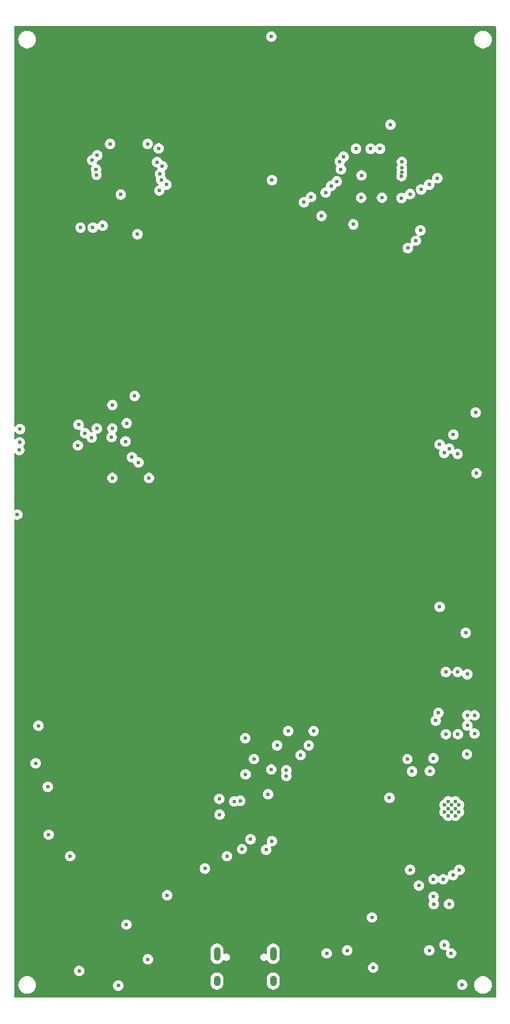
<source format=gbr>
%TF.GenerationSoftware,KiCad,Pcbnew,9.0.0*%
%TF.CreationDate,2025-04-18T09:14:45-04:00*%
%TF.ProjectId,where_is_my_ion,77686572-655f-4697-935f-6d795f696f6e,rev?*%
%TF.SameCoordinates,Original*%
%TF.FileFunction,Copper,L3,Inr*%
%TF.FilePolarity,Positive*%
%FSLAX46Y46*%
G04 Gerber Fmt 4.6, Leading zero omitted, Abs format (unit mm)*
G04 Created by KiCad (PCBNEW 9.0.0) date 2025-04-18 09:14:45*
%MOMM*%
%LPD*%
G01*
G04 APERTURE LIST*
%TA.AperFunction,HeatsinkPad*%
%ADD10O,1.000000X2.100000*%
%TD*%
%TA.AperFunction,HeatsinkPad*%
%ADD11O,1.000000X1.600000*%
%TD*%
%TA.AperFunction,HeatsinkPad*%
%ADD12C,0.600000*%
%TD*%
%TA.AperFunction,ViaPad*%
%ADD13C,0.600000*%
%TD*%
G04 APERTURE END LIST*
D10*
%TO.N,GND*%
%TO.C,J1*%
X133660000Y-157970000D03*
D11*
X133660000Y-162150000D03*
D10*
X142300000Y-157970000D03*
D11*
X142300000Y-162150000D03*
%TD*%
D12*
%TO.N,GND*%
%TO.C,U6*%
X170250000Y-134585000D03*
X169150000Y-134585000D03*
X170800000Y-135135000D03*
X169700000Y-135135000D03*
X168600000Y-135135000D03*
X170250000Y-135685000D03*
X169150000Y-135685000D03*
X170800000Y-136235000D03*
X169700000Y-136235000D03*
X168600000Y-136235000D03*
X170250000Y-136785000D03*
X169150000Y-136785000D03*
%TD*%
D13*
%TO.N,+3V3*%
X142000000Y-19600000D03*
X112200000Y-81400000D03*
X174925000Y-74950000D03*
X113550000Y-163875000D03*
X111200000Y-163737500D03*
X171350000Y-122200000D03*
X103350000Y-82000000D03*
X155744669Y-36305331D03*
X174750000Y-81200000D03*
X165462500Y-156650000D03*
X118875000Y-43500000D03*
X121595331Y-41909669D03*
X170700000Y-121050000D03*
X143500000Y-133500000D03*
%TO.N,GND*%
X112300000Y-80000000D03*
X155800000Y-42000000D03*
X162000000Y-38699000D03*
X168550000Y-81150000D03*
X167250000Y-122200000D03*
X123050000Y-158800000D03*
X169950000Y-78350000D03*
X118500000Y-162850000D03*
X173500000Y-84250000D03*
X118875000Y-41500000D03*
X168600000Y-156600000D03*
X142000000Y-17300000D03*
X103350000Y-79500000D03*
X167650000Y-121000000D03*
X162050000Y-36500000D03*
X141500000Y-133500000D03*
X160300000Y-30800000D03*
X162050000Y-37400000D03*
X162050000Y-38100000D03*
X159000000Y-42000000D03*
X112500000Y-160600000D03*
X155850000Y-38600000D03*
X121450000Y-47600000D03*
X138050000Y-130450000D03*
X173375000Y-74950000D03*
%TO.N,Net-(U1-VBUS)*%
X150500000Y-157900000D03*
X157650000Y-160100000D03*
%TO.N,/IO9*%
X138000000Y-124900000D03*
%TO.N,/CHIP_PU*%
X173200000Y-124200000D03*
X105800000Y-128750000D03*
X148500000Y-123800000D03*
X106250000Y-123000000D03*
X173200000Y-121400000D03*
X144600000Y-123800000D03*
%TO.N,/STN_RSCH_TECH*%
X155000000Y-34500000D03*
%TO.N,/STN_ALLEN*%
X152050000Y-39500000D03*
%TO.N,/INTER_nrthf_rnt_3*%
X157250000Y-34500000D03*
%TO.N,/STN_MILL*%
X103000000Y-90600000D03*
X103400000Y-77500000D03*
%TO.N,/STN_WILLIS_WAY*%
X151200000Y-40200000D03*
%TO.N,/STN_QUEEN*%
X117600000Y-77400000D03*
X119600000Y-79400000D03*
%TO.N,/INTER_nrthf_rnt_2*%
X158700000Y-34500000D03*
%TO.N,/INTER_lwp_willis*%
X150350000Y-41200000D03*
%TO.N,/STN_VICTORIA*%
X117461947Y-78738053D03*
X120600000Y-81800000D03*
%TO.N,/INTER_nrthf_rnt_1*%
X162000000Y-42050000D03*
%TO.N,/STN_LAURIER_UW_PARK*%
X148100000Y-41900000D03*
%TO.N,/STN_CENTRAL*%
X123200000Y-85000000D03*
X117600000Y-85000000D03*
%TO.N,/STN_NORTHFIELD*%
X163300000Y-41450000D03*
%TO.N,/INTER_uw_lwp_1*%
X147000000Y-42700000D03*
%TO.N,/INTER_grh_cntrl_2*%
X112400000Y-76825000D03*
X121600000Y-82600000D03*
%TO.N,/INTER_cstg_nrthf_2*%
X165000000Y-40750000D03*
%TO.N,/STN_UWATERLOO*%
X142100000Y-39300000D03*
%TO.N,/INTER_grh_cntrl_1*%
X115200000Y-77400000D03*
X119800000Y-76600000D03*
%TO.N,/INTER_cstg_nrthf_1*%
X166250000Y-40000000D03*
%TO.N,/INTER_rnt_uw_2*%
X149700000Y-44800000D03*
%TO.N,/STN_GRH*%
X121000000Y-72400000D03*
X113400000Y-78125000D03*
%TO.N,/STN_CONESTOGA*%
X167500000Y-39000000D03*
%TO.N,/INTER_rnt_uw_1*%
X154600000Y-46100000D03*
%TO.N,/INTER_allen_grh_1*%
X117600000Y-73800000D03*
X114400000Y-78800000D03*
%TO.N,/STN_FAIRWAY*%
X119750000Y-153500000D03*
%TO.N,/INTER_rnt_nrthf_2*%
X123000000Y-33750000D03*
%TO.N,/INTER_block_fairway_3*%
X126000000Y-149000000D03*
%TO.N,/INTER_block_mill_2*%
X147750000Y-126000000D03*
X142900000Y-126000000D03*
%TO.N,/INTER_rnt_nrthf_1*%
X124700000Y-34450000D03*
%TO.N,/INTER_block_fairway_2*%
X131800000Y-144900000D03*
%TO.N,/INTER_block_mill_1*%
X166350000Y-129950000D03*
X146500000Y-127500000D03*
X163600000Y-130000000D03*
X139350000Y-128100000D03*
%TO.N,/STN_REV_RSRCH_TECH*%
X124450000Y-36550000D03*
%TO.N,/STN_REV_CONESTOGA*%
X115150000Y-38500000D03*
%TO.N,/INTER_block_fairway_1*%
X135200000Y-143000000D03*
%TO.N,/INTER_uw_rnt_2*%
X125250000Y-37150000D03*
%TO.N,/INTER_nrthf_cnstga_2*%
X115100000Y-37650000D03*
%TO.N,/STN_BLOCK_LINE*%
X137500000Y-141900000D03*
%TO.N,/INTER_uw_rnt_1*%
X124900000Y-38350000D03*
%TO.N,/INTER_nrthf_cnstga_1*%
X114500000Y-36250000D03*
%TO.N,/INTER_mill_block_3*%
X138800000Y-140400000D03*
%TO.N,/STN_REV_UW*%
X125100000Y-39250000D03*
%TO.N,/STN_REV_NORTHFIELD*%
X115250000Y-35500000D03*
%TO.N,/INTER_mill_block_2*%
X134066000Y-136634000D03*
%TO.N,/INTER_fairway_block_1*%
X142100000Y-140700000D03*
X166950000Y-150350000D03*
X169300000Y-150350000D03*
X137250000Y-134500000D03*
%TO.N,/INTER_lwp_uw*%
X125900000Y-40000000D03*
%TO.N,/INTER_rnt_nrthf_3*%
X117250000Y-33750000D03*
%TO.N,/INTER_mill_block_1*%
X134000000Y-134200000D03*
%TO.N,/STN_REV_FAIRWAY*%
X136300000Y-134600000D03*
X141200000Y-142000000D03*
%TO.N,/STN_REV_LAURIER_UW_PARK*%
X124800000Y-40900000D03*
%TO.N,/~{RTS}*%
X171300000Y-162700000D03*
X107675000Y-132350000D03*
%TO.N,/~{DTR}*%
X169600000Y-157900000D03*
X111100000Y-143000000D03*
X107800000Y-139700000D03*
%TO.N,/U0TXD*%
X166900000Y-146550000D03*
X166900000Y-149200000D03*
%TO.N,/IO5_SDA*%
X153100000Y-35700000D03*
X144300000Y-130700000D03*
X170650000Y-124300000D03*
X170600000Y-81300000D03*
X164900000Y-47000000D03*
X116100000Y-46300000D03*
X170600000Y-114750000D03*
%TO.N,/IO6_SCL*%
X103304130Y-80699000D03*
X114600000Y-46600000D03*
X152500000Y-36450000D03*
X164200000Y-48600000D03*
X144300000Y-129800000D03*
X168800000Y-124300000D03*
X169300000Y-80500000D03*
X168800000Y-114750000D03*
%TO.N,/IO4_~{RESET}*%
X172100000Y-121400000D03*
X171850000Y-108750000D03*
X172100000Y-122950000D03*
X167850000Y-79850000D03*
X172100000Y-115100000D03*
X152700000Y-37650000D03*
X142000000Y-129700000D03*
X172049000Y-127349000D03*
X112700000Y-46600000D03*
X167850000Y-104750000D03*
X162975000Y-49725000D03*
X162900000Y-128100000D03*
%TO.N,/USB_DN*%
X166250000Y-157450000D03*
X153650000Y-157450000D03*
%TO.N,/IO18*%
X168400000Y-146550000D03*
X157450000Y-152400000D03*
%TO.N,/IO19*%
X164650000Y-147500000D03*
X169900000Y-145900000D03*
%TO.N,/IO8*%
X160150000Y-134050000D03*
X166900000Y-128000000D03*
%TO.N,/IO1_SW*%
X163300000Y-145100000D03*
X170900000Y-145100000D03*
%TD*%
%TA.AperFunction,Conductor*%
%TO.N,+3V3*%
G36*
X176442539Y-15720185D02*
G01*
X176488294Y-15772989D01*
X176499500Y-15824500D01*
X176499500Y-164575500D01*
X176479815Y-164642539D01*
X176427011Y-164688294D01*
X176375500Y-164699500D01*
X102624500Y-164699500D01*
X102557461Y-164679815D01*
X102511706Y-164627011D01*
X102500500Y-164575500D01*
X102500500Y-162643713D01*
X103149500Y-162643713D01*
X103149500Y-162856287D01*
X103182754Y-163066243D01*
X103235697Y-163229185D01*
X103248444Y-163268414D01*
X103344951Y-163457820D01*
X103469890Y-163629786D01*
X103620213Y-163780109D01*
X103792179Y-163905048D01*
X103792181Y-163905049D01*
X103792184Y-163905051D01*
X103981588Y-164001557D01*
X104183757Y-164067246D01*
X104393713Y-164100500D01*
X104393714Y-164100500D01*
X104606286Y-164100500D01*
X104606287Y-164100500D01*
X104816243Y-164067246D01*
X105018412Y-164001557D01*
X105207816Y-163905051D01*
X105229789Y-163889086D01*
X105379786Y-163780109D01*
X105379788Y-163780106D01*
X105379792Y-163780104D01*
X105530104Y-163629792D01*
X105530106Y-163629788D01*
X105530109Y-163629786D01*
X105655048Y-163457820D01*
X105655047Y-163457820D01*
X105655051Y-163457816D01*
X105751557Y-163268412D01*
X105817246Y-163066243D01*
X105850500Y-162856287D01*
X105850500Y-162771153D01*
X117699500Y-162771153D01*
X117699500Y-162928846D01*
X117730261Y-163083489D01*
X117730264Y-163083501D01*
X117790602Y-163229172D01*
X117790609Y-163229185D01*
X117878210Y-163360288D01*
X117878213Y-163360292D01*
X117989707Y-163471786D01*
X117989711Y-163471789D01*
X118120814Y-163559390D01*
X118120827Y-163559397D01*
X118266498Y-163619735D01*
X118266503Y-163619737D01*
X118421153Y-163650499D01*
X118421156Y-163650500D01*
X118421158Y-163650500D01*
X118578844Y-163650500D01*
X118578845Y-163650499D01*
X118733497Y-163619737D01*
X118879179Y-163559394D01*
X119010289Y-163471789D01*
X119121789Y-163360289D01*
X119209394Y-163229179D01*
X119269737Y-163083497D01*
X119300500Y-162928842D01*
X119300500Y-162771158D01*
X119300500Y-162771155D01*
X119300499Y-162771153D01*
X119269738Y-162616510D01*
X119269737Y-162616503D01*
X119241588Y-162548545D01*
X119241587Y-162548543D01*
X132659499Y-162548543D01*
X132697947Y-162741829D01*
X132697950Y-162741839D01*
X132773364Y-162923907D01*
X132773371Y-162923920D01*
X132882860Y-163087781D01*
X132882863Y-163087785D01*
X133022214Y-163227136D01*
X133022218Y-163227139D01*
X133186079Y-163336628D01*
X133186092Y-163336635D01*
X133368160Y-163412049D01*
X133368165Y-163412051D01*
X133368169Y-163412051D01*
X133368170Y-163412052D01*
X133561456Y-163450500D01*
X133561459Y-163450500D01*
X133758543Y-163450500D01*
X133888582Y-163424632D01*
X133951835Y-163412051D01*
X134133914Y-163336632D01*
X134297782Y-163227139D01*
X134437139Y-163087782D01*
X134546632Y-162923914D01*
X134622051Y-162741835D01*
X134641569Y-162643713D01*
X134660500Y-162548543D01*
X141299499Y-162548543D01*
X141337947Y-162741829D01*
X141337950Y-162741839D01*
X141413364Y-162923907D01*
X141413371Y-162923920D01*
X141522860Y-163087781D01*
X141522863Y-163087785D01*
X141662214Y-163227136D01*
X141662218Y-163227139D01*
X141826079Y-163336628D01*
X141826092Y-163336635D01*
X142008160Y-163412049D01*
X142008165Y-163412051D01*
X142008169Y-163412051D01*
X142008170Y-163412052D01*
X142201456Y-163450500D01*
X142201459Y-163450500D01*
X142398543Y-163450500D01*
X142528582Y-163424632D01*
X142591835Y-163412051D01*
X142773914Y-163336632D01*
X142937782Y-163227139D01*
X143077139Y-163087782D01*
X143186632Y-162923914D01*
X143262051Y-162741835D01*
X143281569Y-162643713D01*
X143286057Y-162621153D01*
X170499500Y-162621153D01*
X170499500Y-162778846D01*
X170530261Y-162933489D01*
X170530264Y-162933501D01*
X170590602Y-163079172D01*
X170590609Y-163079185D01*
X170678210Y-163210288D01*
X170678213Y-163210292D01*
X170789707Y-163321786D01*
X170789711Y-163321789D01*
X170920814Y-163409390D01*
X170920827Y-163409397D01*
X171066498Y-163469735D01*
X171066503Y-163469737D01*
X171221153Y-163500499D01*
X171221156Y-163500500D01*
X171221158Y-163500500D01*
X171378844Y-163500500D01*
X171378845Y-163500499D01*
X171533497Y-163469737D01*
X171672762Y-163412052D01*
X171679172Y-163409397D01*
X171679172Y-163409396D01*
X171679179Y-163409394D01*
X171810289Y-163321789D01*
X171921789Y-163210289D01*
X172009394Y-163079179D01*
X172069737Y-162933497D01*
X172100500Y-162778842D01*
X172100500Y-162643713D01*
X173149500Y-162643713D01*
X173149500Y-162856287D01*
X173182754Y-163066243D01*
X173235697Y-163229185D01*
X173248444Y-163268414D01*
X173344951Y-163457820D01*
X173469890Y-163629786D01*
X173620213Y-163780109D01*
X173792179Y-163905048D01*
X173792181Y-163905049D01*
X173792184Y-163905051D01*
X173981588Y-164001557D01*
X174183757Y-164067246D01*
X174393713Y-164100500D01*
X174393714Y-164100500D01*
X174606286Y-164100500D01*
X174606287Y-164100500D01*
X174816243Y-164067246D01*
X175018412Y-164001557D01*
X175207816Y-163905051D01*
X175229789Y-163889086D01*
X175379786Y-163780109D01*
X175379788Y-163780106D01*
X175379792Y-163780104D01*
X175530104Y-163629792D01*
X175530106Y-163629788D01*
X175530109Y-163629786D01*
X175655048Y-163457820D01*
X175655047Y-163457820D01*
X175655051Y-163457816D01*
X175751557Y-163268412D01*
X175817246Y-163066243D01*
X175850500Y-162856287D01*
X175850500Y-162643713D01*
X175817246Y-162433757D01*
X175751557Y-162231588D01*
X175655051Y-162042184D01*
X175655049Y-162042181D01*
X175655048Y-162042179D01*
X175530109Y-161870213D01*
X175379786Y-161719890D01*
X175207820Y-161594951D01*
X175018414Y-161498444D01*
X175018413Y-161498443D01*
X175018412Y-161498443D01*
X174816243Y-161432754D01*
X174816241Y-161432753D01*
X174816240Y-161432753D01*
X174654957Y-161407208D01*
X174606287Y-161399500D01*
X174393713Y-161399500D01*
X174345042Y-161407208D01*
X174183760Y-161432753D01*
X173981585Y-161498444D01*
X173792179Y-161594951D01*
X173620213Y-161719890D01*
X173469890Y-161870213D01*
X173344951Y-162042179D01*
X173248444Y-162231585D01*
X173182753Y-162433760D01*
X173153073Y-162621153D01*
X173149500Y-162643713D01*
X172100500Y-162643713D01*
X172100500Y-162621158D01*
X172100500Y-162621155D01*
X172100499Y-162621153D01*
X172070596Y-162470821D01*
X172069737Y-162466503D01*
X172056173Y-162433757D01*
X172009397Y-162320827D01*
X172009390Y-162320814D01*
X171921789Y-162189711D01*
X171921786Y-162189707D01*
X171810292Y-162078213D01*
X171810288Y-162078210D01*
X171679185Y-161990609D01*
X171679172Y-161990602D01*
X171533501Y-161930264D01*
X171533489Y-161930261D01*
X171378845Y-161899500D01*
X171378842Y-161899500D01*
X171221158Y-161899500D01*
X171221155Y-161899500D01*
X171066510Y-161930261D01*
X171066498Y-161930264D01*
X170920827Y-161990602D01*
X170920814Y-161990609D01*
X170789711Y-162078210D01*
X170789707Y-162078213D01*
X170678213Y-162189707D01*
X170678210Y-162189711D01*
X170590609Y-162320814D01*
X170590602Y-162320827D01*
X170530264Y-162466498D01*
X170530261Y-162466510D01*
X170499500Y-162621153D01*
X143286057Y-162621153D01*
X143292080Y-162590874D01*
X143292080Y-162590873D01*
X143300499Y-162548545D01*
X143300500Y-162548543D01*
X143300500Y-161751456D01*
X143262052Y-161558170D01*
X143262051Y-161558169D01*
X143262051Y-161558165D01*
X143237314Y-161498443D01*
X143186635Y-161376092D01*
X143186628Y-161376079D01*
X143077139Y-161212218D01*
X143077136Y-161212214D01*
X142937785Y-161072863D01*
X142937781Y-161072860D01*
X142773920Y-160963371D01*
X142773907Y-160963364D01*
X142591839Y-160887950D01*
X142591829Y-160887947D01*
X142398543Y-160849500D01*
X142398541Y-160849500D01*
X142201459Y-160849500D01*
X142201457Y-160849500D01*
X142008170Y-160887947D01*
X142008160Y-160887950D01*
X141826092Y-160963364D01*
X141826079Y-160963371D01*
X141662218Y-161072860D01*
X141662214Y-161072863D01*
X141522863Y-161212214D01*
X141522860Y-161212218D01*
X141413371Y-161376079D01*
X141413364Y-161376092D01*
X141337950Y-161558160D01*
X141337947Y-161558170D01*
X141299500Y-161751456D01*
X141299500Y-161751459D01*
X141299500Y-162548541D01*
X141299500Y-162548543D01*
X141299499Y-162548543D01*
X134660500Y-162548543D01*
X134660500Y-161751456D01*
X134622052Y-161558170D01*
X134622051Y-161558169D01*
X134622051Y-161558165D01*
X134597314Y-161498443D01*
X134546635Y-161376092D01*
X134546628Y-161376079D01*
X134437139Y-161212218D01*
X134437136Y-161212214D01*
X134297785Y-161072863D01*
X134297781Y-161072860D01*
X134133920Y-160963371D01*
X134133907Y-160963364D01*
X133951839Y-160887950D01*
X133951829Y-160887947D01*
X133758543Y-160849500D01*
X133758541Y-160849500D01*
X133561459Y-160849500D01*
X133561457Y-160849500D01*
X133368170Y-160887947D01*
X133368160Y-160887950D01*
X133186092Y-160963364D01*
X133186079Y-160963371D01*
X133022218Y-161072860D01*
X133022214Y-161072863D01*
X132882863Y-161212214D01*
X132882860Y-161212218D01*
X132773371Y-161376079D01*
X132773364Y-161376092D01*
X132697950Y-161558160D01*
X132697947Y-161558170D01*
X132659500Y-161751456D01*
X132659500Y-161751459D01*
X132659500Y-162548541D01*
X132659500Y-162548543D01*
X132659499Y-162548543D01*
X119241587Y-162548543D01*
X119209397Y-162470827D01*
X119209390Y-162470814D01*
X119121789Y-162339711D01*
X119121786Y-162339707D01*
X119010292Y-162228213D01*
X119010288Y-162228210D01*
X118879185Y-162140609D01*
X118879172Y-162140602D01*
X118733501Y-162080264D01*
X118733489Y-162080261D01*
X118578845Y-162049500D01*
X118578842Y-162049500D01*
X118421158Y-162049500D01*
X118421155Y-162049500D01*
X118266510Y-162080261D01*
X118266498Y-162080264D01*
X118120827Y-162140602D01*
X118120814Y-162140609D01*
X117989711Y-162228210D01*
X117989707Y-162228213D01*
X117878213Y-162339707D01*
X117878210Y-162339711D01*
X117790609Y-162470814D01*
X117790602Y-162470827D01*
X117730264Y-162616498D01*
X117730261Y-162616510D01*
X117699500Y-162771153D01*
X105850500Y-162771153D01*
X105850500Y-162643713D01*
X105817246Y-162433757D01*
X105751557Y-162231588D01*
X105655051Y-162042184D01*
X105655049Y-162042181D01*
X105655048Y-162042179D01*
X105530109Y-161870213D01*
X105379786Y-161719890D01*
X105207820Y-161594951D01*
X105018414Y-161498444D01*
X105018413Y-161498443D01*
X105018412Y-161498443D01*
X104816243Y-161432754D01*
X104816241Y-161432753D01*
X104816240Y-161432753D01*
X104654957Y-161407208D01*
X104606287Y-161399500D01*
X104393713Y-161399500D01*
X104345042Y-161407208D01*
X104183760Y-161432753D01*
X103981585Y-161498444D01*
X103792179Y-161594951D01*
X103620213Y-161719890D01*
X103469890Y-161870213D01*
X103344951Y-162042179D01*
X103248444Y-162231585D01*
X103182753Y-162433760D01*
X103153073Y-162621153D01*
X103149500Y-162643713D01*
X102500500Y-162643713D01*
X102500500Y-160521153D01*
X111699500Y-160521153D01*
X111699500Y-160678846D01*
X111730261Y-160833489D01*
X111730264Y-160833501D01*
X111790602Y-160979172D01*
X111790609Y-160979185D01*
X111878210Y-161110288D01*
X111878213Y-161110292D01*
X111989707Y-161221786D01*
X111989711Y-161221789D01*
X112120814Y-161309390D01*
X112120827Y-161309397D01*
X112266498Y-161369735D01*
X112266503Y-161369737D01*
X112416131Y-161399500D01*
X112421153Y-161400499D01*
X112421156Y-161400500D01*
X112421158Y-161400500D01*
X112578844Y-161400500D01*
X112578845Y-161400499D01*
X112733497Y-161369737D01*
X112879179Y-161309394D01*
X113010289Y-161221789D01*
X113121789Y-161110289D01*
X113209394Y-160979179D01*
X113269737Y-160833497D01*
X113300500Y-160678842D01*
X113300500Y-160521158D01*
X113300500Y-160521155D01*
X113300499Y-160521153D01*
X113269738Y-160366510D01*
X113269737Y-160366503D01*
X113256062Y-160333489D01*
X113209397Y-160220827D01*
X113209390Y-160220814D01*
X113121790Y-160089712D01*
X113121784Y-160089705D01*
X113053232Y-160021153D01*
X156849500Y-160021153D01*
X156849500Y-160178846D01*
X156880261Y-160333489D01*
X156880264Y-160333501D01*
X156940602Y-160479172D01*
X156940609Y-160479185D01*
X157028210Y-160610288D01*
X157028213Y-160610292D01*
X157139707Y-160721786D01*
X157139711Y-160721789D01*
X157270814Y-160809390D01*
X157270827Y-160809397D01*
X157367646Y-160849500D01*
X157416503Y-160869737D01*
X157571153Y-160900499D01*
X157571156Y-160900500D01*
X157571158Y-160900500D01*
X157728844Y-160900500D01*
X157728845Y-160900499D01*
X157883497Y-160869737D01*
X158029179Y-160809394D01*
X158160289Y-160721789D01*
X158271789Y-160610289D01*
X158359394Y-160479179D01*
X158419737Y-160333497D01*
X158450500Y-160178842D01*
X158450500Y-160021158D01*
X158450500Y-160021155D01*
X158450499Y-160021153D01*
X158424531Y-159890606D01*
X158419737Y-159866503D01*
X158419735Y-159866498D01*
X158359397Y-159720827D01*
X158359390Y-159720814D01*
X158271789Y-159589711D01*
X158271786Y-159589707D01*
X158160292Y-159478213D01*
X158160288Y-159478210D01*
X158029185Y-159390609D01*
X158029172Y-159390602D01*
X157883501Y-159330264D01*
X157883489Y-159330261D01*
X157728845Y-159299500D01*
X157728842Y-159299500D01*
X157571158Y-159299500D01*
X157571155Y-159299500D01*
X157416510Y-159330261D01*
X157416498Y-159330264D01*
X157270827Y-159390602D01*
X157270814Y-159390609D01*
X157139711Y-159478210D01*
X157139707Y-159478213D01*
X157028213Y-159589707D01*
X157028210Y-159589711D01*
X156940609Y-159720814D01*
X156940602Y-159720827D01*
X156880264Y-159866498D01*
X156880261Y-159866510D01*
X156849500Y-160021153D01*
X113053232Y-160021153D01*
X113010292Y-159978213D01*
X113010288Y-159978210D01*
X112879185Y-159890609D01*
X112879172Y-159890602D01*
X112733501Y-159830264D01*
X112733489Y-159830261D01*
X112578845Y-159799500D01*
X112578842Y-159799500D01*
X112421158Y-159799500D01*
X112421155Y-159799500D01*
X112266510Y-159830261D01*
X112266498Y-159830264D01*
X112120827Y-159890602D01*
X112120814Y-159890609D01*
X111989711Y-159978210D01*
X111989707Y-159978213D01*
X111878213Y-160089707D01*
X111878210Y-160089711D01*
X111790609Y-160220814D01*
X111790602Y-160220827D01*
X111730264Y-160366498D01*
X111730261Y-160366510D01*
X111699500Y-160521153D01*
X102500500Y-160521153D01*
X102500500Y-158721153D01*
X122249500Y-158721153D01*
X122249500Y-158878846D01*
X122280261Y-159033489D01*
X122280264Y-159033501D01*
X122340602Y-159179172D01*
X122340609Y-159179185D01*
X122428210Y-159310288D01*
X122428213Y-159310292D01*
X122539707Y-159421786D01*
X122539711Y-159421789D01*
X122670814Y-159509390D01*
X122670827Y-159509397D01*
X122816498Y-159569735D01*
X122816503Y-159569737D01*
X122971153Y-159600499D01*
X122971156Y-159600500D01*
X122971158Y-159600500D01*
X123128844Y-159600500D01*
X123128845Y-159600499D01*
X123283497Y-159569737D01*
X123429179Y-159509394D01*
X123560289Y-159421789D01*
X123671789Y-159310289D01*
X123759394Y-159179179D01*
X123819737Y-159033497D01*
X123850500Y-158878842D01*
X123850500Y-158721158D01*
X123850500Y-158721155D01*
X123850499Y-158721153D01*
X123830088Y-158618543D01*
X132659499Y-158618543D01*
X132697947Y-158811829D01*
X132697950Y-158811839D01*
X132773364Y-158993907D01*
X132773371Y-158993920D01*
X132882860Y-159157781D01*
X132882863Y-159157785D01*
X133022214Y-159297136D01*
X133022218Y-159297139D01*
X133186079Y-159406628D01*
X133186092Y-159406635D01*
X133358892Y-159478210D01*
X133368165Y-159482051D01*
X133368169Y-159482051D01*
X133368170Y-159482052D01*
X133561456Y-159520500D01*
X133561459Y-159520500D01*
X133758543Y-159520500D01*
X133888582Y-159494632D01*
X133951835Y-159482051D01*
X134092655Y-159423721D01*
X134133907Y-159406635D01*
X134133907Y-159406634D01*
X134133914Y-159406632D01*
X134297782Y-159297139D01*
X134437139Y-159157782D01*
X134546632Y-158993914D01*
X134546631Y-158993914D01*
X134550017Y-158988848D01*
X134551474Y-158989821D01*
X134594595Y-158945903D01*
X134662729Y-158930426D01*
X134728414Y-158954242D01*
X134730502Y-158955809D01*
X134736632Y-158960512D01*
X134736635Y-158960515D01*
X134867865Y-159036281D01*
X135014234Y-159075500D01*
X135014236Y-159075500D01*
X135165764Y-159075500D01*
X135165766Y-159075500D01*
X135312135Y-159036281D01*
X135443365Y-158960515D01*
X135550515Y-158853365D01*
X135626281Y-158722135D01*
X135665500Y-158575766D01*
X135665500Y-158424234D01*
X140294500Y-158424234D01*
X140294500Y-158575766D01*
X140305962Y-158618543D01*
X140333719Y-158722136D01*
X140371602Y-158787750D01*
X140409485Y-158853365D01*
X140516635Y-158960515D01*
X140647865Y-159036281D01*
X140794234Y-159075500D01*
X140794236Y-159075500D01*
X140945764Y-159075500D01*
X140945766Y-159075500D01*
X141092135Y-159036281D01*
X141223365Y-158960515D01*
X141223374Y-158960505D01*
X141229488Y-158955815D01*
X141294656Y-158930617D01*
X141363101Y-158944650D01*
X141409025Y-158989488D01*
X141409983Y-158988849D01*
X141413009Y-158993378D01*
X141413094Y-158993461D01*
X141413228Y-158993706D01*
X141522860Y-159157781D01*
X141522863Y-159157785D01*
X141662214Y-159297136D01*
X141662218Y-159297139D01*
X141826079Y-159406628D01*
X141826092Y-159406635D01*
X141998892Y-159478210D01*
X142008165Y-159482051D01*
X142008169Y-159482051D01*
X142008170Y-159482052D01*
X142201456Y-159520500D01*
X142201459Y-159520500D01*
X142398543Y-159520500D01*
X142528582Y-159494632D01*
X142591835Y-159482051D01*
X142732655Y-159423721D01*
X142773907Y-159406635D01*
X142773907Y-159406634D01*
X142773914Y-159406632D01*
X142937782Y-159297139D01*
X143077139Y-159157782D01*
X143186632Y-158993914D01*
X143262051Y-158811835D01*
X143274632Y-158748582D01*
X143300500Y-158618543D01*
X143300500Y-157821153D01*
X149699500Y-157821153D01*
X149699500Y-157978846D01*
X149730261Y-158133489D01*
X149730264Y-158133501D01*
X149790602Y-158279172D01*
X149790609Y-158279185D01*
X149878210Y-158410288D01*
X149878213Y-158410292D01*
X149989707Y-158521786D01*
X149989711Y-158521789D01*
X150120814Y-158609390D01*
X150120827Y-158609397D01*
X150266498Y-158669735D01*
X150266503Y-158669737D01*
X150421153Y-158700499D01*
X150421156Y-158700500D01*
X150421158Y-158700500D01*
X150578844Y-158700500D01*
X150578845Y-158700499D01*
X150733497Y-158669737D01*
X150879179Y-158609394D01*
X151010289Y-158521789D01*
X151121789Y-158410289D01*
X151209394Y-158279179D01*
X151269737Y-158133497D01*
X151300500Y-157978842D01*
X151300500Y-157821158D01*
X151300500Y-157821155D01*
X151300499Y-157821153D01*
X151273117Y-157683497D01*
X151269737Y-157666503D01*
X151224843Y-157558118D01*
X151209397Y-157520827D01*
X151209390Y-157520814D01*
X151151354Y-157433957D01*
X151121789Y-157389711D01*
X151121786Y-157389707D01*
X151103232Y-157371153D01*
X152849500Y-157371153D01*
X152849500Y-157528846D01*
X152880261Y-157683489D01*
X152880264Y-157683501D01*
X152940602Y-157829172D01*
X152940609Y-157829185D01*
X153028210Y-157960288D01*
X153028213Y-157960292D01*
X153139707Y-158071786D01*
X153139711Y-158071789D01*
X153270814Y-158159390D01*
X153270827Y-158159397D01*
X153316254Y-158178213D01*
X153416503Y-158219737D01*
X153571153Y-158250499D01*
X153571156Y-158250500D01*
X153571158Y-158250500D01*
X153728844Y-158250500D01*
X153728845Y-158250499D01*
X153883497Y-158219737D01*
X154029179Y-158159394D01*
X154160289Y-158071789D01*
X154271789Y-157960289D01*
X154359394Y-157829179D01*
X154362719Y-157821153D01*
X154419735Y-157683501D01*
X154419737Y-157683497D01*
X154450500Y-157528842D01*
X154450500Y-157371158D01*
X154450500Y-157371155D01*
X154450499Y-157371153D01*
X165449500Y-157371153D01*
X165449500Y-157528846D01*
X165480261Y-157683489D01*
X165480264Y-157683501D01*
X165540602Y-157829172D01*
X165540609Y-157829185D01*
X165628210Y-157960288D01*
X165628213Y-157960292D01*
X165739707Y-158071786D01*
X165739711Y-158071789D01*
X165870814Y-158159390D01*
X165870827Y-158159397D01*
X165916254Y-158178213D01*
X166016503Y-158219737D01*
X166171153Y-158250499D01*
X166171156Y-158250500D01*
X166171158Y-158250500D01*
X166328844Y-158250500D01*
X166328845Y-158250499D01*
X166483497Y-158219737D01*
X166629179Y-158159394D01*
X166760289Y-158071789D01*
X166871789Y-157960289D01*
X166959394Y-157829179D01*
X166962719Y-157821153D01*
X167019735Y-157683501D01*
X167019737Y-157683497D01*
X167050500Y-157528842D01*
X167050500Y-157371158D01*
X167050500Y-157371155D01*
X167050499Y-157371153D01*
X167040614Y-157321459D01*
X167019737Y-157216503D01*
X167019735Y-157216498D01*
X166959397Y-157070827D01*
X166959390Y-157070814D01*
X166871789Y-156939711D01*
X166871786Y-156939707D01*
X166760292Y-156828213D01*
X166760288Y-156828210D01*
X166629185Y-156740609D01*
X166629172Y-156740602D01*
X166483501Y-156680264D01*
X166483489Y-156680261D01*
X166328845Y-156649500D01*
X166328842Y-156649500D01*
X166171158Y-156649500D01*
X166171155Y-156649500D01*
X166016510Y-156680261D01*
X166016498Y-156680264D01*
X165870827Y-156740602D01*
X165870814Y-156740609D01*
X165739711Y-156828210D01*
X165739707Y-156828213D01*
X165628213Y-156939707D01*
X165628210Y-156939711D01*
X165540609Y-157070814D01*
X165540602Y-157070827D01*
X165480264Y-157216498D01*
X165480261Y-157216510D01*
X165449500Y-157371153D01*
X154450499Y-157371153D01*
X154440614Y-157321459D01*
X154419737Y-157216503D01*
X154419735Y-157216498D01*
X154359397Y-157070827D01*
X154359390Y-157070814D01*
X154271789Y-156939711D01*
X154271786Y-156939707D01*
X154160292Y-156828213D01*
X154160288Y-156828210D01*
X154029185Y-156740609D01*
X154029172Y-156740602D01*
X153883501Y-156680264D01*
X153883489Y-156680261D01*
X153728845Y-156649500D01*
X153728842Y-156649500D01*
X153571158Y-156649500D01*
X153571155Y-156649500D01*
X153416510Y-156680261D01*
X153416498Y-156680264D01*
X153270827Y-156740602D01*
X153270814Y-156740609D01*
X153139711Y-156828210D01*
X153139707Y-156828213D01*
X153028213Y-156939707D01*
X153028210Y-156939711D01*
X152940609Y-157070814D01*
X152940602Y-157070827D01*
X152880264Y-157216498D01*
X152880261Y-157216510D01*
X152849500Y-157371153D01*
X151103232Y-157371153D01*
X151010292Y-157278213D01*
X151010288Y-157278210D01*
X150879185Y-157190609D01*
X150879172Y-157190602D01*
X150733501Y-157130264D01*
X150733489Y-157130261D01*
X150578845Y-157099500D01*
X150578842Y-157099500D01*
X150421158Y-157099500D01*
X150421155Y-157099500D01*
X150266510Y-157130261D01*
X150266498Y-157130264D01*
X150120827Y-157190602D01*
X150120814Y-157190609D01*
X149989711Y-157278210D01*
X149989707Y-157278213D01*
X149878213Y-157389707D01*
X149878210Y-157389711D01*
X149790609Y-157520814D01*
X149790602Y-157520827D01*
X149730264Y-157666498D01*
X149730261Y-157666510D01*
X149699500Y-157821153D01*
X143300500Y-157821153D01*
X143300500Y-157321456D01*
X143262052Y-157128170D01*
X143262051Y-157128169D01*
X143262051Y-157128165D01*
X143238296Y-157070814D01*
X143186635Y-156946092D01*
X143186628Y-156946079D01*
X143077139Y-156782218D01*
X143077136Y-156782214D01*
X142937785Y-156642863D01*
X142937781Y-156642860D01*
X142900827Y-156618168D01*
X142773920Y-156533371D01*
X142773907Y-156533364D01*
X142744427Y-156521153D01*
X167799500Y-156521153D01*
X167799500Y-156678846D01*
X167830261Y-156833489D01*
X167830264Y-156833501D01*
X167890602Y-156979172D01*
X167890609Y-156979185D01*
X167978210Y-157110288D01*
X167978213Y-157110292D01*
X168089707Y-157221786D01*
X168089711Y-157221789D01*
X168220814Y-157309390D01*
X168220827Y-157309397D01*
X168366498Y-157369735D01*
X168366503Y-157369737D01*
X168521153Y-157400499D01*
X168521156Y-157400500D01*
X168521158Y-157400500D01*
X168678843Y-157400500D01*
X168691225Y-157398036D01*
X168736403Y-157389050D01*
X168805992Y-157395276D01*
X168861170Y-157438139D01*
X168884416Y-157504028D01*
X168875156Y-157558118D01*
X168830263Y-157666503D01*
X168830261Y-157666510D01*
X168799500Y-157821153D01*
X168799500Y-157978846D01*
X168830261Y-158133489D01*
X168830264Y-158133501D01*
X168890602Y-158279172D01*
X168890609Y-158279185D01*
X168978210Y-158410288D01*
X168978213Y-158410292D01*
X169089707Y-158521786D01*
X169089711Y-158521789D01*
X169220814Y-158609390D01*
X169220827Y-158609397D01*
X169366498Y-158669735D01*
X169366503Y-158669737D01*
X169521153Y-158700499D01*
X169521156Y-158700500D01*
X169521158Y-158700500D01*
X169678844Y-158700500D01*
X169678845Y-158700499D01*
X169833497Y-158669737D01*
X169979179Y-158609394D01*
X170110289Y-158521789D01*
X170221789Y-158410289D01*
X170309394Y-158279179D01*
X170369737Y-158133497D01*
X170400500Y-157978842D01*
X170400500Y-157821158D01*
X170400500Y-157821155D01*
X170400499Y-157821153D01*
X170373117Y-157683497D01*
X170369737Y-157666503D01*
X170324843Y-157558118D01*
X170309397Y-157520827D01*
X170309390Y-157520814D01*
X170221789Y-157389711D01*
X170221786Y-157389707D01*
X170110292Y-157278213D01*
X170110288Y-157278210D01*
X169979185Y-157190609D01*
X169979172Y-157190602D01*
X169833501Y-157130264D01*
X169833489Y-157130261D01*
X169678845Y-157099500D01*
X169678842Y-157099500D01*
X169521158Y-157099500D01*
X169521153Y-157099500D01*
X169463596Y-157110949D01*
X169394004Y-157104722D01*
X169338827Y-157061859D01*
X169315583Y-156995969D01*
X169324844Y-156941880D01*
X169369735Y-156833501D01*
X169369737Y-156833497D01*
X169400500Y-156678842D01*
X169400500Y-156521158D01*
X169400500Y-156521155D01*
X169400499Y-156521153D01*
X169369738Y-156366510D01*
X169369737Y-156366503D01*
X169369735Y-156366498D01*
X169309397Y-156220827D01*
X169309390Y-156220814D01*
X169221789Y-156089711D01*
X169221786Y-156089707D01*
X169110292Y-155978213D01*
X169110288Y-155978210D01*
X168979185Y-155890609D01*
X168979172Y-155890602D01*
X168833501Y-155830264D01*
X168833489Y-155830261D01*
X168678845Y-155799500D01*
X168678842Y-155799500D01*
X168521158Y-155799500D01*
X168521155Y-155799500D01*
X168366510Y-155830261D01*
X168366498Y-155830264D01*
X168220827Y-155890602D01*
X168220814Y-155890609D01*
X168089711Y-155978210D01*
X168089707Y-155978213D01*
X167978213Y-156089707D01*
X167978210Y-156089711D01*
X167890609Y-156220814D01*
X167890602Y-156220827D01*
X167830264Y-156366498D01*
X167830261Y-156366510D01*
X167799500Y-156521153D01*
X142744427Y-156521153D01*
X142591839Y-156457950D01*
X142591829Y-156457947D01*
X142398543Y-156419500D01*
X142398541Y-156419500D01*
X142201459Y-156419500D01*
X142201457Y-156419500D01*
X142008170Y-156457947D01*
X142008160Y-156457950D01*
X141826092Y-156533364D01*
X141826079Y-156533371D01*
X141662218Y-156642860D01*
X141662214Y-156642863D01*
X141522863Y-156782214D01*
X141522860Y-156782218D01*
X141413371Y-156946079D01*
X141413364Y-156946092D01*
X141337950Y-157128160D01*
X141337947Y-157128170D01*
X141299500Y-157321456D01*
X141299500Y-157868666D01*
X141279815Y-157935705D01*
X141227011Y-157981460D01*
X141157853Y-157991404D01*
X141113501Y-157976054D01*
X141092137Y-157963719D01*
X140987584Y-157935705D01*
X140945766Y-157924500D01*
X140794234Y-157924500D01*
X140647863Y-157963719D01*
X140516635Y-158039485D01*
X140516632Y-158039487D01*
X140409487Y-158146632D01*
X140409485Y-158146635D01*
X140333719Y-158277863D01*
X140298236Y-158410292D01*
X140294500Y-158424234D01*
X135665500Y-158424234D01*
X135626281Y-158277865D01*
X135550515Y-158146635D01*
X135443365Y-158039485D01*
X135360087Y-157991404D01*
X135312136Y-157963719D01*
X135207584Y-157935705D01*
X135165766Y-157924500D01*
X135014234Y-157924500D01*
X134867862Y-157963719D01*
X134846499Y-157976054D01*
X134778598Y-157992525D01*
X134712572Y-157969673D01*
X134669382Y-157914751D01*
X134660500Y-157868666D01*
X134660500Y-157321456D01*
X134622052Y-157128170D01*
X134622051Y-157128169D01*
X134622051Y-157128165D01*
X134598296Y-157070814D01*
X134546635Y-156946092D01*
X134546628Y-156946079D01*
X134437139Y-156782218D01*
X134437136Y-156782214D01*
X134297785Y-156642863D01*
X134297781Y-156642860D01*
X134133920Y-156533371D01*
X134133907Y-156533364D01*
X133951839Y-156457950D01*
X133951829Y-156457947D01*
X133758543Y-156419500D01*
X133758541Y-156419500D01*
X133561459Y-156419500D01*
X133561457Y-156419500D01*
X133368170Y-156457947D01*
X133368160Y-156457950D01*
X133186092Y-156533364D01*
X133186079Y-156533371D01*
X133022218Y-156642860D01*
X133022214Y-156642863D01*
X132882863Y-156782214D01*
X132882860Y-156782218D01*
X132773371Y-156946079D01*
X132773364Y-156946092D01*
X132697950Y-157128160D01*
X132697947Y-157128170D01*
X132659500Y-157321456D01*
X132659500Y-157321459D01*
X132659500Y-158618541D01*
X132659500Y-158618543D01*
X132659499Y-158618543D01*
X123830088Y-158618543D01*
X123828269Y-158609397D01*
X123819737Y-158566503D01*
X123760808Y-158424234D01*
X123759397Y-158420827D01*
X123759390Y-158420814D01*
X123671789Y-158289711D01*
X123671786Y-158289707D01*
X123560292Y-158178213D01*
X123560288Y-158178210D01*
X123429185Y-158090609D01*
X123429172Y-158090602D01*
X123283501Y-158030264D01*
X123283489Y-158030261D01*
X123128845Y-157999500D01*
X123128842Y-157999500D01*
X122971158Y-157999500D01*
X122971155Y-157999500D01*
X122816510Y-158030261D01*
X122816498Y-158030264D01*
X122670827Y-158090602D01*
X122670814Y-158090609D01*
X122539711Y-158178210D01*
X122539707Y-158178213D01*
X122428213Y-158289707D01*
X122428210Y-158289711D01*
X122340609Y-158420814D01*
X122340602Y-158420827D01*
X122280264Y-158566498D01*
X122280261Y-158566510D01*
X122249500Y-158721153D01*
X102500500Y-158721153D01*
X102500500Y-153421153D01*
X118949500Y-153421153D01*
X118949500Y-153578846D01*
X118980261Y-153733489D01*
X118980264Y-153733501D01*
X119040602Y-153879172D01*
X119040609Y-153879185D01*
X119128210Y-154010288D01*
X119128213Y-154010292D01*
X119239707Y-154121786D01*
X119239711Y-154121789D01*
X119370814Y-154209390D01*
X119370827Y-154209397D01*
X119516498Y-154269735D01*
X119516503Y-154269737D01*
X119671153Y-154300499D01*
X119671156Y-154300500D01*
X119671158Y-154300500D01*
X119828844Y-154300500D01*
X119828845Y-154300499D01*
X119983497Y-154269737D01*
X120129179Y-154209394D01*
X120260289Y-154121789D01*
X120371789Y-154010289D01*
X120459394Y-153879179D01*
X120519737Y-153733497D01*
X120550500Y-153578842D01*
X120550500Y-153421158D01*
X120550500Y-153421155D01*
X120550499Y-153421153D01*
X120519738Y-153266510D01*
X120519737Y-153266503D01*
X120492398Y-153200500D01*
X120459397Y-153120827D01*
X120459390Y-153120814D01*
X120371789Y-152989711D01*
X120371786Y-152989707D01*
X120260292Y-152878213D01*
X120260288Y-152878210D01*
X120129185Y-152790609D01*
X120129172Y-152790602D01*
X119983501Y-152730264D01*
X119983489Y-152730261D01*
X119828845Y-152699500D01*
X119828842Y-152699500D01*
X119671158Y-152699500D01*
X119671155Y-152699500D01*
X119516510Y-152730261D01*
X119516498Y-152730264D01*
X119370827Y-152790602D01*
X119370814Y-152790609D01*
X119239711Y-152878210D01*
X119239707Y-152878213D01*
X119128213Y-152989707D01*
X119128210Y-152989711D01*
X119040609Y-153120814D01*
X119040602Y-153120827D01*
X118980264Y-153266498D01*
X118980261Y-153266510D01*
X118949500Y-153421153D01*
X102500500Y-153421153D01*
X102500500Y-152321153D01*
X156649500Y-152321153D01*
X156649500Y-152478846D01*
X156680261Y-152633489D01*
X156680264Y-152633501D01*
X156740602Y-152779172D01*
X156740609Y-152779185D01*
X156828210Y-152910288D01*
X156828213Y-152910292D01*
X156939707Y-153021786D01*
X156939711Y-153021789D01*
X157070814Y-153109390D01*
X157070827Y-153109397D01*
X157216498Y-153169735D01*
X157216503Y-153169737D01*
X157371153Y-153200499D01*
X157371156Y-153200500D01*
X157371158Y-153200500D01*
X157528844Y-153200500D01*
X157528845Y-153200499D01*
X157683497Y-153169737D01*
X157801592Y-153120821D01*
X157829172Y-153109397D01*
X157829172Y-153109396D01*
X157829179Y-153109394D01*
X157960289Y-153021789D01*
X158071789Y-152910289D01*
X158159394Y-152779179D01*
X158219737Y-152633497D01*
X158250500Y-152478842D01*
X158250500Y-152321158D01*
X158250500Y-152321155D01*
X158250499Y-152321153D01*
X158219738Y-152166510D01*
X158219737Y-152166503D01*
X158219735Y-152166498D01*
X158159397Y-152020827D01*
X158159390Y-152020814D01*
X158071789Y-151889711D01*
X158071786Y-151889707D01*
X157960292Y-151778213D01*
X157960288Y-151778210D01*
X157829185Y-151690609D01*
X157829172Y-151690602D01*
X157683501Y-151630264D01*
X157683489Y-151630261D01*
X157528845Y-151599500D01*
X157528842Y-151599500D01*
X157371158Y-151599500D01*
X157371155Y-151599500D01*
X157216510Y-151630261D01*
X157216498Y-151630264D01*
X157070827Y-151690602D01*
X157070814Y-151690609D01*
X156939711Y-151778210D01*
X156939707Y-151778213D01*
X156828213Y-151889707D01*
X156828210Y-151889711D01*
X156740609Y-152020814D01*
X156740602Y-152020827D01*
X156680264Y-152166498D01*
X156680261Y-152166510D01*
X156649500Y-152321153D01*
X102500500Y-152321153D01*
X102500500Y-148921153D01*
X125199500Y-148921153D01*
X125199500Y-149078846D01*
X125230261Y-149233489D01*
X125230264Y-149233501D01*
X125290602Y-149379172D01*
X125290609Y-149379185D01*
X125378210Y-149510288D01*
X125378213Y-149510292D01*
X125489707Y-149621786D01*
X125489711Y-149621789D01*
X125620814Y-149709390D01*
X125620827Y-149709397D01*
X125666254Y-149728213D01*
X125766503Y-149769737D01*
X125918644Y-149800000D01*
X125921153Y-149800499D01*
X125921156Y-149800500D01*
X125921158Y-149800500D01*
X126078844Y-149800500D01*
X126078845Y-149800499D01*
X126233497Y-149769737D01*
X126379179Y-149709394D01*
X126510289Y-149621789D01*
X126621789Y-149510289D01*
X126709394Y-149379179D01*
X126769737Y-149233497D01*
X126792083Y-149121158D01*
X126792084Y-149121153D01*
X166099500Y-149121153D01*
X166099500Y-149278846D01*
X166130261Y-149433489D01*
X166130264Y-149433501D01*
X166190602Y-149579172D01*
X166190609Y-149579185D01*
X166278210Y-149710288D01*
X166278213Y-149710292D01*
X166288064Y-149720143D01*
X166321549Y-149781466D01*
X166316565Y-149851158D01*
X166303485Y-149876715D01*
X166240609Y-149970814D01*
X166240602Y-149970827D01*
X166180264Y-150116498D01*
X166180261Y-150116510D01*
X166149500Y-150271153D01*
X166149500Y-150428846D01*
X166180261Y-150583489D01*
X166180264Y-150583501D01*
X166240602Y-150729172D01*
X166240609Y-150729185D01*
X166328210Y-150860288D01*
X166328213Y-150860292D01*
X166439707Y-150971786D01*
X166439711Y-150971789D01*
X166570814Y-151059390D01*
X166570827Y-151059397D01*
X166716498Y-151119735D01*
X166716503Y-151119737D01*
X166871153Y-151150499D01*
X166871156Y-151150500D01*
X166871158Y-151150500D01*
X167028844Y-151150500D01*
X167028845Y-151150499D01*
X167183497Y-151119737D01*
X167329179Y-151059394D01*
X167460289Y-150971789D01*
X167571789Y-150860289D01*
X167659394Y-150729179D01*
X167719737Y-150583497D01*
X167750500Y-150428842D01*
X167750500Y-150271158D01*
X167750500Y-150271155D01*
X167750499Y-150271153D01*
X168499500Y-150271153D01*
X168499500Y-150428846D01*
X168530261Y-150583489D01*
X168530264Y-150583501D01*
X168590602Y-150729172D01*
X168590609Y-150729185D01*
X168678210Y-150860288D01*
X168678213Y-150860292D01*
X168789707Y-150971786D01*
X168789711Y-150971789D01*
X168920814Y-151059390D01*
X168920827Y-151059397D01*
X169066498Y-151119735D01*
X169066503Y-151119737D01*
X169221153Y-151150499D01*
X169221156Y-151150500D01*
X169221158Y-151150500D01*
X169378844Y-151150500D01*
X169378845Y-151150499D01*
X169533497Y-151119737D01*
X169679179Y-151059394D01*
X169810289Y-150971789D01*
X169921789Y-150860289D01*
X170009394Y-150729179D01*
X170069737Y-150583497D01*
X170100500Y-150428842D01*
X170100500Y-150271158D01*
X170100500Y-150271155D01*
X170100499Y-150271153D01*
X170069738Y-150116510D01*
X170069737Y-150116503D01*
X170069735Y-150116498D01*
X170009397Y-149970827D01*
X170009390Y-149970814D01*
X169921789Y-149839711D01*
X169921786Y-149839707D01*
X169810292Y-149728213D01*
X169810288Y-149728210D01*
X169679185Y-149640609D01*
X169679172Y-149640602D01*
X169533501Y-149580264D01*
X169533489Y-149580261D01*
X169378845Y-149549500D01*
X169378842Y-149549500D01*
X169221158Y-149549500D01*
X169221155Y-149549500D01*
X169066510Y-149580261D01*
X169066498Y-149580264D01*
X168920827Y-149640602D01*
X168920814Y-149640609D01*
X168789711Y-149728210D01*
X168789707Y-149728213D01*
X168678213Y-149839707D01*
X168678210Y-149839711D01*
X168590609Y-149970814D01*
X168590602Y-149970827D01*
X168530264Y-150116498D01*
X168530261Y-150116510D01*
X168499500Y-150271153D01*
X167750499Y-150271153D01*
X167719738Y-150116510D01*
X167719737Y-150116503D01*
X167719735Y-150116498D01*
X167659397Y-149970827D01*
X167659390Y-149970814D01*
X167571789Y-149839711D01*
X167571786Y-149839707D01*
X167561935Y-149829856D01*
X167528450Y-149768533D01*
X167533434Y-149698841D01*
X167546512Y-149673287D01*
X167609394Y-149579179D01*
X167669737Y-149433497D01*
X167700500Y-149278842D01*
X167700500Y-149121158D01*
X167700500Y-149121155D01*
X167700499Y-149121153D01*
X167694476Y-149090874D01*
X167669737Y-148966503D01*
X167650955Y-148921158D01*
X167609397Y-148820827D01*
X167609390Y-148820814D01*
X167521789Y-148689711D01*
X167521786Y-148689707D01*
X167410292Y-148578213D01*
X167410288Y-148578210D01*
X167279185Y-148490609D01*
X167279172Y-148490602D01*
X167133501Y-148430264D01*
X167133489Y-148430261D01*
X166978845Y-148399500D01*
X166978842Y-148399500D01*
X166821158Y-148399500D01*
X166821155Y-148399500D01*
X166666510Y-148430261D01*
X166666498Y-148430264D01*
X166520827Y-148490602D01*
X166520814Y-148490609D01*
X166389711Y-148578210D01*
X166389707Y-148578213D01*
X166278213Y-148689707D01*
X166278210Y-148689711D01*
X166190609Y-148820814D01*
X166190602Y-148820827D01*
X166130264Y-148966498D01*
X166130261Y-148966510D01*
X166099500Y-149121153D01*
X126792084Y-149121153D01*
X126798107Y-149090875D01*
X126798107Y-149090874D01*
X126800500Y-149078844D01*
X126800500Y-148921155D01*
X126800499Y-148921153D01*
X126780543Y-148820827D01*
X126769737Y-148766503D01*
X126737929Y-148689711D01*
X126709397Y-148620827D01*
X126709390Y-148620814D01*
X126621789Y-148489711D01*
X126621786Y-148489707D01*
X126510292Y-148378213D01*
X126510288Y-148378210D01*
X126379185Y-148290609D01*
X126379172Y-148290602D01*
X126233501Y-148230264D01*
X126233489Y-148230261D01*
X126078845Y-148199500D01*
X126078842Y-148199500D01*
X125921158Y-148199500D01*
X125921155Y-148199500D01*
X125766510Y-148230261D01*
X125766498Y-148230264D01*
X125620827Y-148290602D01*
X125620814Y-148290609D01*
X125489711Y-148378210D01*
X125489707Y-148378213D01*
X125378213Y-148489707D01*
X125378210Y-148489711D01*
X125290609Y-148620814D01*
X125290602Y-148620827D01*
X125230264Y-148766498D01*
X125230261Y-148766510D01*
X125199500Y-148921153D01*
X102500500Y-148921153D01*
X102500500Y-147421153D01*
X163849500Y-147421153D01*
X163849500Y-147578846D01*
X163880261Y-147733489D01*
X163880264Y-147733501D01*
X163940602Y-147879172D01*
X163940609Y-147879185D01*
X164028210Y-148010288D01*
X164028213Y-148010292D01*
X164139707Y-148121786D01*
X164139711Y-148121789D01*
X164270814Y-148209390D01*
X164270827Y-148209397D01*
X164416498Y-148269735D01*
X164416503Y-148269737D01*
X164571153Y-148300499D01*
X164571156Y-148300500D01*
X164571158Y-148300500D01*
X164728844Y-148300500D01*
X164728845Y-148300499D01*
X164883497Y-148269737D01*
X165029179Y-148209394D01*
X165160289Y-148121789D01*
X165271789Y-148010289D01*
X165359394Y-147879179D01*
X165419737Y-147733497D01*
X165450500Y-147578842D01*
X165450500Y-147421158D01*
X165450500Y-147421155D01*
X165450499Y-147421153D01*
X165430326Y-147319737D01*
X165419737Y-147266503D01*
X165416791Y-147259390D01*
X165359397Y-147120827D01*
X165359390Y-147120814D01*
X165271789Y-146989711D01*
X165271786Y-146989707D01*
X165160292Y-146878213D01*
X165160288Y-146878210D01*
X165029185Y-146790609D01*
X165029172Y-146790602D01*
X164883501Y-146730264D01*
X164883489Y-146730261D01*
X164728845Y-146699500D01*
X164728842Y-146699500D01*
X164571158Y-146699500D01*
X164571155Y-146699500D01*
X164416510Y-146730261D01*
X164416498Y-146730264D01*
X164270827Y-146790602D01*
X164270814Y-146790609D01*
X164139711Y-146878210D01*
X164139707Y-146878213D01*
X164028213Y-146989707D01*
X164028210Y-146989711D01*
X163940609Y-147120814D01*
X163940602Y-147120827D01*
X163880264Y-147266498D01*
X163880261Y-147266510D01*
X163849500Y-147421153D01*
X102500500Y-147421153D01*
X102500500Y-146471153D01*
X166099500Y-146471153D01*
X166099500Y-146628846D01*
X166130261Y-146783489D01*
X166130264Y-146783501D01*
X166190602Y-146929172D01*
X166190609Y-146929185D01*
X166278210Y-147060288D01*
X166278213Y-147060292D01*
X166389707Y-147171786D01*
X166389711Y-147171789D01*
X166520814Y-147259390D01*
X166520827Y-147259397D01*
X166666498Y-147319735D01*
X166666503Y-147319737D01*
X166821153Y-147350499D01*
X166821156Y-147350500D01*
X166821158Y-147350500D01*
X166978844Y-147350500D01*
X166978845Y-147350499D01*
X167133497Y-147319737D01*
X167279179Y-147259394D01*
X167410289Y-147171789D01*
X167521789Y-147060289D01*
X167529145Y-147049279D01*
X167546898Y-147022712D01*
X167600510Y-146977906D01*
X167669835Y-146969199D01*
X167732862Y-146999353D01*
X167753102Y-147022712D01*
X167778207Y-147060284D01*
X167778213Y-147060292D01*
X167889707Y-147171786D01*
X167889711Y-147171789D01*
X168020814Y-147259390D01*
X168020827Y-147259397D01*
X168166498Y-147319735D01*
X168166503Y-147319737D01*
X168321153Y-147350499D01*
X168321156Y-147350500D01*
X168321158Y-147350500D01*
X168478844Y-147350500D01*
X168478845Y-147350499D01*
X168633497Y-147319737D01*
X168779179Y-147259394D01*
X168910289Y-147171789D01*
X169021789Y-147060289D01*
X169109394Y-146929179D01*
X169169737Y-146783497D01*
X169200500Y-146628842D01*
X169200500Y-146627350D01*
X169200721Y-146626595D01*
X169201097Y-146622782D01*
X169201820Y-146622853D01*
X169220185Y-146560311D01*
X169272989Y-146514556D01*
X169342147Y-146504612D01*
X169393391Y-146524248D01*
X169520814Y-146609390D01*
X169520827Y-146609397D01*
X169666498Y-146669735D01*
X169666503Y-146669737D01*
X169816131Y-146699500D01*
X169821153Y-146700499D01*
X169821156Y-146700500D01*
X169821158Y-146700500D01*
X169978844Y-146700500D01*
X169978845Y-146700499D01*
X170133497Y-146669737D01*
X170279179Y-146609394D01*
X170410289Y-146521789D01*
X170521789Y-146410289D01*
X170609394Y-146279179D01*
X170669737Y-146133497D01*
X170680918Y-146077289D01*
X170696231Y-146000308D01*
X170728616Y-145938397D01*
X170789332Y-145903823D01*
X170817848Y-145900500D01*
X170978844Y-145900500D01*
X170978845Y-145900499D01*
X171133497Y-145869737D01*
X171279179Y-145809394D01*
X171410289Y-145721789D01*
X171521789Y-145610289D01*
X171609394Y-145479179D01*
X171669737Y-145333497D01*
X171700500Y-145178842D01*
X171700500Y-145021158D01*
X171700500Y-145021155D01*
X171700499Y-145021153D01*
X171694476Y-144990874D01*
X171669737Y-144866503D01*
X171650955Y-144821158D01*
X171609397Y-144720827D01*
X171609390Y-144720814D01*
X171521789Y-144589711D01*
X171521786Y-144589707D01*
X171410292Y-144478213D01*
X171410288Y-144478210D01*
X171279185Y-144390609D01*
X171279172Y-144390602D01*
X171133501Y-144330264D01*
X171133489Y-144330261D01*
X170978845Y-144299500D01*
X170978842Y-144299500D01*
X170821158Y-144299500D01*
X170821155Y-144299500D01*
X170666510Y-144330261D01*
X170666498Y-144330264D01*
X170520827Y-144390602D01*
X170520814Y-144390609D01*
X170389711Y-144478210D01*
X170389707Y-144478213D01*
X170278213Y-144589707D01*
X170278210Y-144589711D01*
X170190609Y-144720814D01*
X170190602Y-144720827D01*
X170130264Y-144866498D01*
X170130261Y-144866508D01*
X170103769Y-144999692D01*
X170071384Y-145061603D01*
X170010668Y-145096177D01*
X169982152Y-145099500D01*
X169821155Y-145099500D01*
X169666510Y-145130261D01*
X169666498Y-145130264D01*
X169520827Y-145190602D01*
X169520814Y-145190609D01*
X169389711Y-145278210D01*
X169389707Y-145278213D01*
X169278213Y-145389707D01*
X169278210Y-145389711D01*
X169190609Y-145520814D01*
X169190602Y-145520827D01*
X169130264Y-145666498D01*
X169130261Y-145666510D01*
X169099500Y-145821153D01*
X169099500Y-145822649D01*
X169099278Y-145823402D01*
X169098903Y-145827218D01*
X169098179Y-145827146D01*
X169079815Y-145889688D01*
X169027011Y-145935443D01*
X168957853Y-145945387D01*
X168906609Y-145925751D01*
X168779185Y-145840609D01*
X168779172Y-145840602D01*
X168633501Y-145780264D01*
X168633489Y-145780261D01*
X168478845Y-145749500D01*
X168478842Y-145749500D01*
X168321158Y-145749500D01*
X168321155Y-145749500D01*
X168166510Y-145780261D01*
X168166498Y-145780264D01*
X168020827Y-145840602D01*
X168020814Y-145840609D01*
X167889711Y-145928210D01*
X167889707Y-145928213D01*
X167778213Y-146039707D01*
X167753102Y-146077289D01*
X167699489Y-146122093D01*
X167630164Y-146130800D01*
X167567137Y-146100645D01*
X167546898Y-146077289D01*
X167521786Y-146039707D01*
X167410292Y-145928213D01*
X167410288Y-145928210D01*
X167279185Y-145840609D01*
X167279172Y-145840602D01*
X167133501Y-145780264D01*
X167133489Y-145780261D01*
X166978845Y-145749500D01*
X166978842Y-145749500D01*
X166821158Y-145749500D01*
X166821155Y-145749500D01*
X166666510Y-145780261D01*
X166666498Y-145780264D01*
X166520827Y-145840602D01*
X166520814Y-145840609D01*
X166389711Y-145928210D01*
X166389707Y-145928213D01*
X166278213Y-146039707D01*
X166278210Y-146039711D01*
X166190609Y-146170814D01*
X166190602Y-146170827D01*
X166130264Y-146316498D01*
X166130261Y-146316510D01*
X166099500Y-146471153D01*
X102500500Y-146471153D01*
X102500500Y-144821153D01*
X130999500Y-144821153D01*
X130999500Y-144978846D01*
X131030261Y-145133489D01*
X131030264Y-145133501D01*
X131090602Y-145279172D01*
X131090609Y-145279185D01*
X131178210Y-145410288D01*
X131178213Y-145410292D01*
X131289707Y-145521786D01*
X131289711Y-145521789D01*
X131420814Y-145609390D01*
X131420827Y-145609397D01*
X131558683Y-145666498D01*
X131566503Y-145669737D01*
X131721153Y-145700499D01*
X131721156Y-145700500D01*
X131721158Y-145700500D01*
X131878844Y-145700500D01*
X131878845Y-145700499D01*
X132033497Y-145669737D01*
X132179179Y-145609394D01*
X132310289Y-145521789D01*
X132421789Y-145410289D01*
X132509394Y-145279179D01*
X132569737Y-145133497D01*
X132592083Y-145021158D01*
X132592084Y-145021153D01*
X162499500Y-145021153D01*
X162499500Y-145178846D01*
X162530261Y-145333489D01*
X162530264Y-145333501D01*
X162590602Y-145479172D01*
X162590609Y-145479185D01*
X162678210Y-145610288D01*
X162678213Y-145610292D01*
X162789707Y-145721786D01*
X162789711Y-145721789D01*
X162920814Y-145809390D01*
X162920827Y-145809397D01*
X162996181Y-145840609D01*
X163066503Y-145869737D01*
X163166803Y-145889688D01*
X163221153Y-145900499D01*
X163221156Y-145900500D01*
X163221158Y-145900500D01*
X163378844Y-145900500D01*
X163378845Y-145900499D01*
X163533497Y-145869737D01*
X163679179Y-145809394D01*
X163810289Y-145721789D01*
X163921789Y-145610289D01*
X164009394Y-145479179D01*
X164069737Y-145333497D01*
X164100500Y-145178842D01*
X164100500Y-145021158D01*
X164100500Y-145021155D01*
X164100499Y-145021153D01*
X164094476Y-144990874D01*
X164069737Y-144866503D01*
X164050955Y-144821158D01*
X164009397Y-144720827D01*
X164009390Y-144720814D01*
X163921789Y-144589711D01*
X163921786Y-144589707D01*
X163810292Y-144478213D01*
X163810288Y-144478210D01*
X163679185Y-144390609D01*
X163679172Y-144390602D01*
X163533501Y-144330264D01*
X163533489Y-144330261D01*
X163378845Y-144299500D01*
X163378842Y-144299500D01*
X163221158Y-144299500D01*
X163221155Y-144299500D01*
X163066510Y-144330261D01*
X163066498Y-144330264D01*
X162920827Y-144390602D01*
X162920814Y-144390609D01*
X162789711Y-144478210D01*
X162789707Y-144478213D01*
X162678213Y-144589707D01*
X162678210Y-144589711D01*
X162590609Y-144720814D01*
X162590602Y-144720827D01*
X162530264Y-144866498D01*
X162530261Y-144866510D01*
X162499500Y-145021153D01*
X132592084Y-145021153D01*
X132598107Y-144990875D01*
X132598107Y-144990874D01*
X132600500Y-144978844D01*
X132600500Y-144821155D01*
X132600499Y-144821153D01*
X132580543Y-144720827D01*
X132569737Y-144666503D01*
X132537929Y-144589711D01*
X132509397Y-144520827D01*
X132509390Y-144520814D01*
X132421789Y-144389711D01*
X132421786Y-144389707D01*
X132310292Y-144278213D01*
X132310288Y-144278210D01*
X132179185Y-144190609D01*
X132179172Y-144190602D01*
X132033501Y-144130264D01*
X132033489Y-144130261D01*
X131878845Y-144099500D01*
X131878842Y-144099500D01*
X131721158Y-144099500D01*
X131721155Y-144099500D01*
X131566510Y-144130261D01*
X131566498Y-144130264D01*
X131420827Y-144190602D01*
X131420814Y-144190609D01*
X131289711Y-144278210D01*
X131289707Y-144278213D01*
X131178213Y-144389707D01*
X131178210Y-144389711D01*
X131090609Y-144520814D01*
X131090602Y-144520827D01*
X131030264Y-144666498D01*
X131030261Y-144666510D01*
X130999500Y-144821153D01*
X102500500Y-144821153D01*
X102500500Y-142921153D01*
X110299500Y-142921153D01*
X110299500Y-143078846D01*
X110330261Y-143233489D01*
X110330264Y-143233501D01*
X110390602Y-143379172D01*
X110390609Y-143379185D01*
X110478210Y-143510288D01*
X110478213Y-143510292D01*
X110589707Y-143621786D01*
X110589711Y-143621789D01*
X110720814Y-143709390D01*
X110720827Y-143709397D01*
X110866498Y-143769735D01*
X110866503Y-143769737D01*
X111021153Y-143800499D01*
X111021156Y-143800500D01*
X111021158Y-143800500D01*
X111178844Y-143800500D01*
X111178845Y-143800499D01*
X111333497Y-143769737D01*
X111479179Y-143709394D01*
X111610289Y-143621789D01*
X111721789Y-143510289D01*
X111809394Y-143379179D01*
X111869737Y-143233497D01*
X111900500Y-143078842D01*
X111900500Y-142921158D01*
X111900500Y-142921155D01*
X111900499Y-142921153D01*
X134399500Y-142921153D01*
X134399500Y-143078846D01*
X134430261Y-143233489D01*
X134430264Y-143233501D01*
X134490602Y-143379172D01*
X134490609Y-143379185D01*
X134578210Y-143510288D01*
X134578213Y-143510292D01*
X134689707Y-143621786D01*
X134689711Y-143621789D01*
X134820814Y-143709390D01*
X134820827Y-143709397D01*
X134966498Y-143769735D01*
X134966503Y-143769737D01*
X135121153Y-143800499D01*
X135121156Y-143800500D01*
X135121158Y-143800500D01*
X135278844Y-143800500D01*
X135278845Y-143800499D01*
X135433497Y-143769737D01*
X135579179Y-143709394D01*
X135710289Y-143621789D01*
X135821789Y-143510289D01*
X135909394Y-143379179D01*
X135969737Y-143233497D01*
X136000500Y-143078842D01*
X136000500Y-142921158D01*
X136000500Y-142921155D01*
X136000499Y-142921153D01*
X135969738Y-142766510D01*
X135969737Y-142766503D01*
X135942398Y-142700500D01*
X135909397Y-142620827D01*
X135909390Y-142620814D01*
X135821789Y-142489711D01*
X135821786Y-142489707D01*
X135710292Y-142378213D01*
X135710288Y-142378210D01*
X135579185Y-142290609D01*
X135579172Y-142290602D01*
X135433501Y-142230264D01*
X135433489Y-142230261D01*
X135278845Y-142199500D01*
X135278842Y-142199500D01*
X135121158Y-142199500D01*
X135121155Y-142199500D01*
X134966510Y-142230261D01*
X134966498Y-142230264D01*
X134820827Y-142290602D01*
X134820814Y-142290609D01*
X134689711Y-142378210D01*
X134689707Y-142378213D01*
X134578213Y-142489707D01*
X134578210Y-142489711D01*
X134490609Y-142620814D01*
X134490602Y-142620827D01*
X134430264Y-142766498D01*
X134430261Y-142766510D01*
X134399500Y-142921153D01*
X111900499Y-142921153D01*
X111869738Y-142766510D01*
X111869737Y-142766503D01*
X111842398Y-142700500D01*
X111809397Y-142620827D01*
X111809390Y-142620814D01*
X111721789Y-142489711D01*
X111721786Y-142489707D01*
X111610292Y-142378213D01*
X111610288Y-142378210D01*
X111479185Y-142290609D01*
X111479172Y-142290602D01*
X111333501Y-142230264D01*
X111333489Y-142230261D01*
X111178845Y-142199500D01*
X111178842Y-142199500D01*
X111021158Y-142199500D01*
X111021155Y-142199500D01*
X110866510Y-142230261D01*
X110866498Y-142230264D01*
X110720827Y-142290602D01*
X110720814Y-142290609D01*
X110589711Y-142378210D01*
X110589707Y-142378213D01*
X110478213Y-142489707D01*
X110478210Y-142489711D01*
X110390609Y-142620814D01*
X110390602Y-142620827D01*
X110330264Y-142766498D01*
X110330261Y-142766510D01*
X110299500Y-142921153D01*
X102500500Y-142921153D01*
X102500500Y-141821153D01*
X136699500Y-141821153D01*
X136699500Y-141978846D01*
X136730261Y-142133489D01*
X136730264Y-142133501D01*
X136790602Y-142279172D01*
X136790609Y-142279185D01*
X136878210Y-142410288D01*
X136878213Y-142410292D01*
X136989707Y-142521786D01*
X136989711Y-142521789D01*
X137120814Y-142609390D01*
X137120827Y-142609397D01*
X137266498Y-142669735D01*
X137266503Y-142669737D01*
X137421153Y-142700499D01*
X137421156Y-142700500D01*
X137421158Y-142700500D01*
X137578844Y-142700500D01*
X137578845Y-142700499D01*
X137733497Y-142669737D01*
X137851592Y-142620821D01*
X137879172Y-142609397D01*
X137879172Y-142609396D01*
X137879179Y-142609394D01*
X138010289Y-142521789D01*
X138121789Y-142410289D01*
X138209394Y-142279179D01*
X138269737Y-142133497D01*
X138300500Y-141978842D01*
X138300500Y-141921153D01*
X140399500Y-141921153D01*
X140399500Y-142078846D01*
X140430261Y-142233489D01*
X140430264Y-142233501D01*
X140490602Y-142379172D01*
X140490609Y-142379185D01*
X140578210Y-142510288D01*
X140578213Y-142510292D01*
X140689707Y-142621786D01*
X140689711Y-142621789D01*
X140820814Y-142709390D01*
X140820827Y-142709397D01*
X140958683Y-142766498D01*
X140966503Y-142769737D01*
X141121153Y-142800499D01*
X141121156Y-142800500D01*
X141121158Y-142800500D01*
X141278844Y-142800500D01*
X141278845Y-142800499D01*
X141433497Y-142769737D01*
X141579179Y-142709394D01*
X141710289Y-142621789D01*
X141821789Y-142510289D01*
X141909394Y-142379179D01*
X141969737Y-142233497D01*
X142000500Y-142078842D01*
X142000500Y-141921158D01*
X142000500Y-141921155D01*
X142000499Y-141921153D01*
X141969737Y-141766503D01*
X141930572Y-141671951D01*
X141923104Y-141602483D01*
X141954379Y-141540004D01*
X142014468Y-141504352D01*
X142045134Y-141500500D01*
X142178844Y-141500500D01*
X142178845Y-141500499D01*
X142333497Y-141469737D01*
X142479179Y-141409394D01*
X142610289Y-141321789D01*
X142721789Y-141210289D01*
X142809394Y-141079179D01*
X142869737Y-140933497D01*
X142900500Y-140778842D01*
X142900500Y-140621158D01*
X142900500Y-140621155D01*
X142900499Y-140621153D01*
X142872192Y-140478846D01*
X142869737Y-140466503D01*
X142809534Y-140321158D01*
X142809397Y-140320827D01*
X142809390Y-140320814D01*
X142721789Y-140189711D01*
X142721786Y-140189707D01*
X142610292Y-140078213D01*
X142610288Y-140078210D01*
X142479185Y-139990609D01*
X142479172Y-139990602D01*
X142333501Y-139930264D01*
X142333489Y-139930261D01*
X142178845Y-139899500D01*
X142178842Y-139899500D01*
X142021158Y-139899500D01*
X142021155Y-139899500D01*
X141866510Y-139930261D01*
X141866498Y-139930264D01*
X141720827Y-139990602D01*
X141720814Y-139990609D01*
X141589711Y-140078210D01*
X141589707Y-140078213D01*
X141478213Y-140189707D01*
X141478210Y-140189711D01*
X141390609Y-140320814D01*
X141390602Y-140320827D01*
X141330264Y-140466498D01*
X141330261Y-140466510D01*
X141299500Y-140621153D01*
X141299500Y-140778846D01*
X141325647Y-140910292D01*
X141330263Y-140933497D01*
X141366834Y-141021789D01*
X141369427Y-141028047D01*
X141376896Y-141097517D01*
X141345621Y-141159996D01*
X141285532Y-141195648D01*
X141254866Y-141199500D01*
X141121155Y-141199500D01*
X140966510Y-141230261D01*
X140966498Y-141230264D01*
X140820827Y-141290602D01*
X140820814Y-141290609D01*
X140689711Y-141378210D01*
X140689707Y-141378213D01*
X140578213Y-141489707D01*
X140578210Y-141489711D01*
X140490609Y-141620814D01*
X140490602Y-141620827D01*
X140430264Y-141766498D01*
X140430261Y-141766510D01*
X140399500Y-141921153D01*
X138300500Y-141921153D01*
X138300500Y-141821158D01*
X138300500Y-141821155D01*
X138300499Y-141821153D01*
X138269738Y-141666510D01*
X138269737Y-141666503D01*
X138250812Y-141620814D01*
X138209397Y-141520827D01*
X138209390Y-141520814D01*
X138121789Y-141389711D01*
X138121786Y-141389707D01*
X138010292Y-141278213D01*
X138010288Y-141278210D01*
X137879185Y-141190609D01*
X137879172Y-141190602D01*
X137733501Y-141130264D01*
X137733489Y-141130261D01*
X137578845Y-141099500D01*
X137578842Y-141099500D01*
X137421158Y-141099500D01*
X137421155Y-141099500D01*
X137266510Y-141130261D01*
X137266498Y-141130264D01*
X137120827Y-141190602D01*
X137120814Y-141190609D01*
X136989711Y-141278210D01*
X136989707Y-141278213D01*
X136878213Y-141389707D01*
X136878210Y-141389711D01*
X136790609Y-141520814D01*
X136790602Y-141520827D01*
X136730264Y-141666498D01*
X136730261Y-141666510D01*
X136699500Y-141821153D01*
X102500500Y-141821153D01*
X102500500Y-139621153D01*
X106999500Y-139621153D01*
X106999500Y-139778846D01*
X107030261Y-139933489D01*
X107030264Y-139933501D01*
X107090602Y-140079172D01*
X107090609Y-140079185D01*
X107178210Y-140210288D01*
X107178213Y-140210292D01*
X107289707Y-140321786D01*
X107289711Y-140321789D01*
X107420814Y-140409390D01*
X107420827Y-140409397D01*
X107558683Y-140466498D01*
X107566503Y-140469737D01*
X107721153Y-140500499D01*
X107721156Y-140500500D01*
X107721158Y-140500500D01*
X107878844Y-140500500D01*
X107878845Y-140500499D01*
X108033497Y-140469737D01*
X108179179Y-140409394D01*
X108310289Y-140321789D01*
X108310925Y-140321153D01*
X137999500Y-140321153D01*
X137999500Y-140478846D01*
X138030261Y-140633489D01*
X138030264Y-140633501D01*
X138090602Y-140779172D01*
X138090609Y-140779185D01*
X138178210Y-140910288D01*
X138178213Y-140910292D01*
X138289707Y-141021786D01*
X138289711Y-141021789D01*
X138420814Y-141109390D01*
X138420827Y-141109397D01*
X138542986Y-141159996D01*
X138566503Y-141169737D01*
X138696766Y-141195648D01*
X138721153Y-141200499D01*
X138721156Y-141200500D01*
X138721158Y-141200500D01*
X138878844Y-141200500D01*
X138878845Y-141200499D01*
X139033497Y-141169737D01*
X139179179Y-141109394D01*
X139310289Y-141021789D01*
X139421789Y-140910289D01*
X139509394Y-140779179D01*
X139569737Y-140633497D01*
X139600500Y-140478842D01*
X139600500Y-140321158D01*
X139600500Y-140321155D01*
X139600499Y-140321153D01*
X139578447Y-140210292D01*
X139569737Y-140166503D01*
X139533569Y-140079185D01*
X139509397Y-140020827D01*
X139509390Y-140020814D01*
X139421789Y-139889711D01*
X139421786Y-139889707D01*
X139310292Y-139778213D01*
X139310288Y-139778210D01*
X139179185Y-139690609D01*
X139179172Y-139690602D01*
X139033501Y-139630264D01*
X139033489Y-139630261D01*
X138878845Y-139599500D01*
X138878842Y-139599500D01*
X138721158Y-139599500D01*
X138721155Y-139599500D01*
X138566510Y-139630261D01*
X138566498Y-139630264D01*
X138420827Y-139690602D01*
X138420814Y-139690609D01*
X138289711Y-139778210D01*
X138289707Y-139778213D01*
X138178213Y-139889707D01*
X138178210Y-139889711D01*
X138090609Y-140020814D01*
X138090602Y-140020827D01*
X138030264Y-140166498D01*
X138030261Y-140166510D01*
X137999500Y-140321153D01*
X108310925Y-140321153D01*
X108311264Y-140320814D01*
X108404694Y-140227385D01*
X108421786Y-140210292D01*
X108421789Y-140210289D01*
X108509394Y-140079179D01*
X108569737Y-139933497D01*
X108600500Y-139778842D01*
X108600500Y-139621158D01*
X108600500Y-139621155D01*
X108600499Y-139621153D01*
X108569738Y-139466510D01*
X108569737Y-139466503D01*
X108569735Y-139466498D01*
X108509397Y-139320827D01*
X108509390Y-139320814D01*
X108421789Y-139189711D01*
X108421786Y-139189707D01*
X108310292Y-139078213D01*
X108310288Y-139078210D01*
X108179185Y-138990609D01*
X108179172Y-138990602D01*
X108033501Y-138930264D01*
X108033489Y-138930261D01*
X107878845Y-138899500D01*
X107878842Y-138899500D01*
X107721158Y-138899500D01*
X107721155Y-138899500D01*
X107566510Y-138930261D01*
X107566498Y-138930264D01*
X107420827Y-138990602D01*
X107420814Y-138990609D01*
X107289711Y-139078210D01*
X107289707Y-139078213D01*
X107178213Y-139189707D01*
X107178210Y-139189711D01*
X107090609Y-139320814D01*
X107090602Y-139320827D01*
X107030264Y-139466498D01*
X107030261Y-139466510D01*
X106999500Y-139621153D01*
X102500500Y-139621153D01*
X102500500Y-136555153D01*
X133265500Y-136555153D01*
X133265500Y-136712846D01*
X133296261Y-136867489D01*
X133296264Y-136867501D01*
X133356602Y-137013172D01*
X133356609Y-137013185D01*
X133444210Y-137144288D01*
X133444213Y-137144292D01*
X133555707Y-137255786D01*
X133555711Y-137255789D01*
X133686814Y-137343390D01*
X133686827Y-137343397D01*
X133832498Y-137403735D01*
X133832503Y-137403737D01*
X133945864Y-137426286D01*
X133987153Y-137434499D01*
X133987156Y-137434500D01*
X133987158Y-137434500D01*
X134144844Y-137434500D01*
X134144845Y-137434499D01*
X134299497Y-137403737D01*
X134445179Y-137343394D01*
X134576289Y-137255789D01*
X134687789Y-137144289D01*
X134775394Y-137013179D01*
X134835737Y-136867497D01*
X134866500Y-136712842D01*
X134866500Y-136555158D01*
X134866500Y-136555155D01*
X134866499Y-136555153D01*
X134835738Y-136400510D01*
X134835737Y-136400503D01*
X134799841Y-136313842D01*
X134775397Y-136254827D01*
X134775390Y-136254814D01*
X134687789Y-136123711D01*
X134687786Y-136123707D01*
X134576292Y-136012213D01*
X134576288Y-136012210D01*
X134445185Y-135924609D01*
X134445172Y-135924602D01*
X134299501Y-135864264D01*
X134299489Y-135864261D01*
X134144845Y-135833500D01*
X134144842Y-135833500D01*
X133987158Y-135833500D01*
X133987155Y-135833500D01*
X133832510Y-135864261D01*
X133832498Y-135864264D01*
X133686827Y-135924602D01*
X133686814Y-135924609D01*
X133555711Y-136012210D01*
X133555707Y-136012213D01*
X133444213Y-136123707D01*
X133444210Y-136123711D01*
X133356609Y-136254814D01*
X133356602Y-136254827D01*
X133296264Y-136400498D01*
X133296261Y-136400510D01*
X133265500Y-136555153D01*
X102500500Y-136555153D01*
X102500500Y-134121153D01*
X133199500Y-134121153D01*
X133199500Y-134278846D01*
X133230261Y-134433489D01*
X133230264Y-134433501D01*
X133290602Y-134579172D01*
X133290609Y-134579185D01*
X133378210Y-134710288D01*
X133378213Y-134710292D01*
X133489707Y-134821786D01*
X133489711Y-134821789D01*
X133620814Y-134909390D01*
X133620827Y-134909397D01*
X133766498Y-134969735D01*
X133766503Y-134969737D01*
X133921153Y-135000499D01*
X133921156Y-135000500D01*
X133921158Y-135000500D01*
X134078844Y-135000500D01*
X134078845Y-135000499D01*
X134233497Y-134969737D01*
X134379179Y-134909394D01*
X134510289Y-134821789D01*
X134621789Y-134710289D01*
X134709394Y-134579179D01*
X134717217Y-134560292D01*
X134733429Y-134521153D01*
X135499500Y-134521153D01*
X135499500Y-134678846D01*
X135530261Y-134833489D01*
X135530264Y-134833501D01*
X135590602Y-134979172D01*
X135590609Y-134979185D01*
X135678210Y-135110288D01*
X135678213Y-135110292D01*
X135789707Y-135221786D01*
X135789711Y-135221789D01*
X135920814Y-135309390D01*
X135920827Y-135309397D01*
X136063490Y-135368489D01*
X136066503Y-135369737D01*
X136221153Y-135400499D01*
X136221156Y-135400500D01*
X136221158Y-135400500D01*
X136378844Y-135400500D01*
X136378845Y-135400499D01*
X136533497Y-135369737D01*
X136679179Y-135309394D01*
X136789796Y-135235481D01*
X136856473Y-135214604D01*
X136906137Y-135224022D01*
X137016503Y-135269737D01*
X137171153Y-135300499D01*
X137171156Y-135300500D01*
X137171158Y-135300500D01*
X137328844Y-135300500D01*
X137328845Y-135300499D01*
X137483497Y-135269737D01*
X137618436Y-135213844D01*
X137629172Y-135209397D01*
X137629172Y-135209396D01*
X137629179Y-135209394D01*
X137760289Y-135121789D01*
X137825925Y-135056153D01*
X167799500Y-135056153D01*
X167799500Y-135213846D01*
X167830261Y-135368489D01*
X167830264Y-135368501D01*
X167890602Y-135514172D01*
X167890609Y-135514185D01*
X167958713Y-135616109D01*
X167979591Y-135682787D01*
X167961107Y-135750167D01*
X167958713Y-135753891D01*
X167890609Y-135855814D01*
X167890602Y-135855827D01*
X167830264Y-136001498D01*
X167830261Y-136001510D01*
X167799500Y-136156153D01*
X167799500Y-136313846D01*
X167830261Y-136468489D01*
X167830264Y-136468501D01*
X167890602Y-136614172D01*
X167890609Y-136614185D01*
X167978210Y-136745288D01*
X167978213Y-136745292D01*
X168089707Y-136856786D01*
X168089711Y-136856789D01*
X168220814Y-136944390D01*
X168220818Y-136944392D01*
X168220821Y-136944394D01*
X168328782Y-136989112D01*
X168383182Y-137032951D01*
X168395888Y-137056220D01*
X168440602Y-137164172D01*
X168440609Y-137164185D01*
X168528210Y-137295288D01*
X168528213Y-137295292D01*
X168639707Y-137406786D01*
X168639711Y-137406789D01*
X168770814Y-137494390D01*
X168770827Y-137494397D01*
X168916498Y-137554735D01*
X168916503Y-137554737D01*
X169071153Y-137585499D01*
X169071156Y-137585500D01*
X169071158Y-137585500D01*
X169228844Y-137585500D01*
X169228845Y-137585499D01*
X169383497Y-137554737D01*
X169529179Y-137494394D01*
X169631111Y-137426284D01*
X169697786Y-137405408D01*
X169765166Y-137423892D01*
X169768847Y-137426257D01*
X169870821Y-137494394D01*
X169870823Y-137494395D01*
X169870827Y-137494397D01*
X170016498Y-137554735D01*
X170016503Y-137554737D01*
X170171153Y-137585499D01*
X170171156Y-137585500D01*
X170171158Y-137585500D01*
X170328844Y-137585500D01*
X170328845Y-137585499D01*
X170483497Y-137554737D01*
X170629179Y-137494394D01*
X170760289Y-137406789D01*
X170871789Y-137295289D01*
X170959394Y-137164179D01*
X171004112Y-137056217D01*
X171047951Y-137001817D01*
X171071210Y-136989115D01*
X171179179Y-136944394D01*
X171310289Y-136856789D01*
X171421789Y-136745289D01*
X171509394Y-136614179D01*
X171569737Y-136468497D01*
X171600500Y-136313842D01*
X171600500Y-136156158D01*
X171600500Y-136156155D01*
X171600499Y-136156153D01*
X171571867Y-136012211D01*
X171569737Y-136001503D01*
X171537887Y-135924609D01*
X171509397Y-135855827D01*
X171509393Y-135855820D01*
X171509389Y-135855814D01*
X171441284Y-135753888D01*
X171420408Y-135687214D01*
X171438892Y-135619834D01*
X171441257Y-135616152D01*
X171509394Y-135514179D01*
X171569737Y-135368497D01*
X171600500Y-135213842D01*
X171600500Y-135056158D01*
X171600500Y-135056155D01*
X171600499Y-135056153D01*
X171583310Y-134969738D01*
X171569737Y-134901503D01*
X171536719Y-134821789D01*
X171509397Y-134755827D01*
X171509390Y-134755814D01*
X171421789Y-134624711D01*
X171421786Y-134624707D01*
X171310292Y-134513213D01*
X171310288Y-134513210D01*
X171179185Y-134425609D01*
X171179172Y-134425602D01*
X171071220Y-134380888D01*
X171016816Y-134337048D01*
X171004115Y-134313789D01*
X170959394Y-134205821D01*
X170959392Y-134205818D01*
X170959390Y-134205814D01*
X170871789Y-134074711D01*
X170871786Y-134074707D01*
X170760292Y-133963213D01*
X170760288Y-133963210D01*
X170629185Y-133875609D01*
X170629172Y-133875602D01*
X170483501Y-133815264D01*
X170483489Y-133815261D01*
X170328845Y-133784500D01*
X170328842Y-133784500D01*
X170171158Y-133784500D01*
X170171155Y-133784500D01*
X170016510Y-133815261D01*
X170016498Y-133815264D01*
X169870827Y-133875602D01*
X169870814Y-133875609D01*
X169768891Y-133943713D01*
X169702213Y-133964591D01*
X169634833Y-133946107D01*
X169631109Y-133943713D01*
X169529185Y-133875609D01*
X169529172Y-133875602D01*
X169383501Y-133815264D01*
X169383489Y-133815261D01*
X169228845Y-133784500D01*
X169228842Y-133784500D01*
X169071158Y-133784500D01*
X169071155Y-133784500D01*
X168916510Y-133815261D01*
X168916498Y-133815264D01*
X168770827Y-133875602D01*
X168770814Y-133875609D01*
X168639711Y-133963210D01*
X168639707Y-133963213D01*
X168528213Y-134074707D01*
X168528210Y-134074711D01*
X168440609Y-134205814D01*
X168440604Y-134205823D01*
X168395888Y-134313780D01*
X168352047Y-134368183D01*
X168328780Y-134380888D01*
X168220823Y-134425604D01*
X168220814Y-134425609D01*
X168089711Y-134513210D01*
X168089707Y-134513213D01*
X167978213Y-134624707D01*
X167978210Y-134624711D01*
X167890609Y-134755814D01*
X167890602Y-134755827D01*
X167830264Y-134901498D01*
X167830261Y-134901510D01*
X167799500Y-135056153D01*
X137825925Y-135056153D01*
X137871789Y-135010289D01*
X137881839Y-134995247D01*
X137891243Y-134981175D01*
X137959390Y-134879185D01*
X137959390Y-134879184D01*
X137959394Y-134879179D01*
X138019737Y-134733497D01*
X138050500Y-134578842D01*
X138050500Y-134421158D01*
X138050500Y-134421155D01*
X138050499Y-134421153D01*
X138042490Y-134380888D01*
X138019737Y-134266503D01*
X137994599Y-134205814D01*
X137959397Y-134120827D01*
X137959390Y-134120814D01*
X137871789Y-133989711D01*
X137871786Y-133989707D01*
X137760292Y-133878213D01*
X137760288Y-133878210D01*
X137629185Y-133790609D01*
X137629172Y-133790602D01*
X137483501Y-133730264D01*
X137483489Y-133730261D01*
X137328845Y-133699500D01*
X137328842Y-133699500D01*
X137171158Y-133699500D01*
X137171155Y-133699500D01*
X137016510Y-133730261D01*
X137016498Y-133730264D01*
X136870827Y-133790602D01*
X136870814Y-133790609D01*
X136760204Y-133864517D01*
X136693526Y-133885395D01*
X136643861Y-133875976D01*
X136533501Y-133830264D01*
X136533489Y-133830261D01*
X136378845Y-133799500D01*
X136378842Y-133799500D01*
X136221158Y-133799500D01*
X136221155Y-133799500D01*
X136066510Y-133830261D01*
X136066498Y-133830264D01*
X135920827Y-133890602D01*
X135920814Y-133890609D01*
X135789711Y-133978210D01*
X135789707Y-133978213D01*
X135678213Y-134089707D01*
X135678210Y-134089711D01*
X135590609Y-134220814D01*
X135590602Y-134220827D01*
X135530264Y-134366498D01*
X135530261Y-134366510D01*
X135499500Y-134521153D01*
X134733429Y-134521153D01*
X134755603Y-134467621D01*
X134755605Y-134467614D01*
X134769737Y-134433497D01*
X134800500Y-134278842D01*
X134800500Y-134121158D01*
X134800500Y-134121155D01*
X134800499Y-134121153D01*
X134778447Y-134010292D01*
X134769737Y-133966503D01*
X134768374Y-133963213D01*
X134709397Y-133820827D01*
X134709390Y-133820814D01*
X134621789Y-133689711D01*
X134621786Y-133689707D01*
X134510292Y-133578213D01*
X134510288Y-133578210D01*
X134420429Y-133518168D01*
X134379185Y-133490609D01*
X134379172Y-133490602D01*
X134233501Y-133430264D01*
X134233489Y-133430261D01*
X134187701Y-133421153D01*
X140699500Y-133421153D01*
X140699500Y-133578846D01*
X140730261Y-133733489D01*
X140730264Y-133733501D01*
X140790602Y-133879172D01*
X140790609Y-133879185D01*
X140878210Y-134010288D01*
X140878213Y-134010292D01*
X140989707Y-134121786D01*
X140989711Y-134121789D01*
X141120814Y-134209390D01*
X141120827Y-134209397D01*
X141258683Y-134266498D01*
X141266503Y-134269737D01*
X141421153Y-134300499D01*
X141421156Y-134300500D01*
X141421158Y-134300500D01*
X141578844Y-134300500D01*
X141578845Y-134300499D01*
X141733497Y-134269737D01*
X141851592Y-134220821D01*
X141879172Y-134209397D01*
X141879172Y-134209396D01*
X141879179Y-134209394D01*
X142010289Y-134121789D01*
X142121789Y-134010289D01*
X142147939Y-133971153D01*
X159349500Y-133971153D01*
X159349500Y-134128846D01*
X159380261Y-134283489D01*
X159380264Y-134283501D01*
X159440602Y-134429172D01*
X159440609Y-134429185D01*
X159528210Y-134560288D01*
X159528213Y-134560292D01*
X159639707Y-134671786D01*
X159639711Y-134671789D01*
X159770814Y-134759390D01*
X159770827Y-134759397D01*
X159916498Y-134819735D01*
X159916503Y-134819737D01*
X160071153Y-134850499D01*
X160071156Y-134850500D01*
X160071158Y-134850500D01*
X160228844Y-134850500D01*
X160228845Y-134850499D01*
X160383497Y-134819737D01*
X160529179Y-134759394D01*
X160660289Y-134671789D01*
X160771789Y-134560289D01*
X160859394Y-134429179D01*
X160862719Y-134421153D01*
X160891568Y-134351503D01*
X160919737Y-134283497D01*
X160950500Y-134128842D01*
X160950500Y-133971158D01*
X160950500Y-133971155D01*
X160950499Y-133971153D01*
X160935585Y-133896175D01*
X160919737Y-133816503D01*
X160912694Y-133799500D01*
X160859397Y-133670827D01*
X160859390Y-133670814D01*
X160771789Y-133539711D01*
X160771786Y-133539707D01*
X160660292Y-133428213D01*
X160660288Y-133428210D01*
X160529185Y-133340609D01*
X160529172Y-133340602D01*
X160383501Y-133280264D01*
X160383489Y-133280261D01*
X160228845Y-133249500D01*
X160228842Y-133249500D01*
X160071158Y-133249500D01*
X160071155Y-133249500D01*
X159916510Y-133280261D01*
X159916498Y-133280264D01*
X159770827Y-133340602D01*
X159770814Y-133340609D01*
X159639711Y-133428210D01*
X159639707Y-133428213D01*
X159528213Y-133539707D01*
X159528210Y-133539711D01*
X159440609Y-133670814D01*
X159440602Y-133670827D01*
X159380264Y-133816498D01*
X159380261Y-133816510D01*
X159349500Y-133971153D01*
X142147939Y-133971153D01*
X142209394Y-133879179D01*
X142269737Y-133733497D01*
X142300500Y-133578842D01*
X142300500Y-133421158D01*
X142300500Y-133421155D01*
X142300499Y-133421153D01*
X142296192Y-133399500D01*
X142269737Y-133266503D01*
X142262694Y-133249500D01*
X142209397Y-133120827D01*
X142209390Y-133120814D01*
X142121789Y-132989711D01*
X142121786Y-132989707D01*
X142010292Y-132878213D01*
X142010288Y-132878210D01*
X141879185Y-132790609D01*
X141879172Y-132790602D01*
X141733501Y-132730264D01*
X141733489Y-132730261D01*
X141578845Y-132699500D01*
X141578842Y-132699500D01*
X141421158Y-132699500D01*
X141421155Y-132699500D01*
X141266510Y-132730261D01*
X141266498Y-132730264D01*
X141120827Y-132790602D01*
X141120814Y-132790609D01*
X140989711Y-132878210D01*
X140989707Y-132878213D01*
X140878213Y-132989707D01*
X140878210Y-132989711D01*
X140790609Y-133120814D01*
X140790602Y-133120827D01*
X140730264Y-133266498D01*
X140730261Y-133266510D01*
X140699500Y-133421153D01*
X134187701Y-133421153D01*
X134078845Y-133399500D01*
X134078842Y-133399500D01*
X133921158Y-133399500D01*
X133921155Y-133399500D01*
X133766510Y-133430261D01*
X133766498Y-133430264D01*
X133620827Y-133490602D01*
X133620814Y-133490609D01*
X133489711Y-133578210D01*
X133489707Y-133578213D01*
X133378213Y-133689707D01*
X133378210Y-133689711D01*
X133290609Y-133820814D01*
X133290602Y-133820827D01*
X133230264Y-133966498D01*
X133230261Y-133966510D01*
X133199500Y-134121153D01*
X102500500Y-134121153D01*
X102500500Y-132271153D01*
X106874500Y-132271153D01*
X106874500Y-132428846D01*
X106905261Y-132583489D01*
X106905264Y-132583501D01*
X106965602Y-132729172D01*
X106965609Y-132729185D01*
X107053210Y-132860288D01*
X107053213Y-132860292D01*
X107164707Y-132971786D01*
X107164711Y-132971789D01*
X107295814Y-133059390D01*
X107295827Y-133059397D01*
X107441498Y-133119735D01*
X107441503Y-133119737D01*
X107596153Y-133150499D01*
X107596156Y-133150500D01*
X107596158Y-133150500D01*
X107753844Y-133150500D01*
X107753845Y-133150499D01*
X107908497Y-133119737D01*
X108054179Y-133059394D01*
X108185289Y-132971789D01*
X108296789Y-132860289D01*
X108384394Y-132729179D01*
X108444737Y-132583497D01*
X108475500Y-132428842D01*
X108475500Y-132271158D01*
X108475500Y-132271155D01*
X108475499Y-132271153D01*
X108444738Y-132116510D01*
X108444737Y-132116503D01*
X108444735Y-132116498D01*
X108384397Y-131970827D01*
X108384390Y-131970814D01*
X108296789Y-131839711D01*
X108296786Y-131839707D01*
X108185292Y-131728213D01*
X108185288Y-131728210D01*
X108054185Y-131640609D01*
X108054172Y-131640602D01*
X107908501Y-131580264D01*
X107908489Y-131580261D01*
X107753845Y-131549500D01*
X107753842Y-131549500D01*
X107596158Y-131549500D01*
X107596155Y-131549500D01*
X107441510Y-131580261D01*
X107441498Y-131580264D01*
X107295827Y-131640602D01*
X107295814Y-131640609D01*
X107164711Y-131728210D01*
X107164707Y-131728213D01*
X107053213Y-131839707D01*
X107053210Y-131839711D01*
X106965609Y-131970814D01*
X106965602Y-131970827D01*
X106905264Y-132116498D01*
X106905261Y-132116510D01*
X106874500Y-132271153D01*
X102500500Y-132271153D01*
X102500500Y-130371153D01*
X137249500Y-130371153D01*
X137249500Y-130528846D01*
X137280261Y-130683489D01*
X137280264Y-130683501D01*
X137340602Y-130829172D01*
X137340609Y-130829185D01*
X137428210Y-130960288D01*
X137428213Y-130960292D01*
X137539707Y-131071786D01*
X137539711Y-131071789D01*
X137670814Y-131159390D01*
X137670827Y-131159397D01*
X137816498Y-131219735D01*
X137816503Y-131219737D01*
X137971153Y-131250499D01*
X137971156Y-131250500D01*
X137971158Y-131250500D01*
X138128844Y-131250500D01*
X138128845Y-131250499D01*
X138283497Y-131219737D01*
X138429179Y-131159394D01*
X138560289Y-131071789D01*
X138671789Y-130960289D01*
X138759394Y-130829179D01*
X138819737Y-130683497D01*
X138850500Y-130528842D01*
X138850500Y-130371158D01*
X138850500Y-130371155D01*
X138850499Y-130371153D01*
X138840487Y-130320820D01*
X138819737Y-130216503D01*
X138817163Y-130210288D01*
X138759397Y-130070827D01*
X138759390Y-130070814D01*
X138671789Y-129939711D01*
X138671786Y-129939707D01*
X138560292Y-129828213D01*
X138560288Y-129828210D01*
X138429185Y-129740609D01*
X138429173Y-129740602D01*
X138402674Y-129729627D01*
X138283501Y-129680264D01*
X138283489Y-129680261D01*
X138128845Y-129649500D01*
X138128842Y-129649500D01*
X137971158Y-129649500D01*
X137971155Y-129649500D01*
X137816510Y-129680261D01*
X137816498Y-129680264D01*
X137670827Y-129740602D01*
X137670814Y-129740609D01*
X137539711Y-129828210D01*
X137539707Y-129828213D01*
X137428213Y-129939707D01*
X137428210Y-129939711D01*
X137340609Y-130070814D01*
X137340602Y-130070827D01*
X137280264Y-130216498D01*
X137280261Y-130216510D01*
X137249500Y-130371153D01*
X102500500Y-130371153D01*
X102500500Y-129621153D01*
X141199500Y-129621153D01*
X141199500Y-129778846D01*
X141230261Y-129933489D01*
X141230264Y-129933501D01*
X141290602Y-130079172D01*
X141290609Y-130079185D01*
X141378210Y-130210288D01*
X141378213Y-130210292D01*
X141489707Y-130321786D01*
X141489711Y-130321789D01*
X141620814Y-130409390D01*
X141620827Y-130409397D01*
X141758683Y-130466498D01*
X141766503Y-130469737D01*
X141921153Y-130500499D01*
X141921156Y-130500500D01*
X141921158Y-130500500D01*
X142078844Y-130500500D01*
X142078845Y-130500499D01*
X142233497Y-130469737D01*
X142379179Y-130409394D01*
X142510289Y-130321789D01*
X142621789Y-130210289D01*
X142709394Y-130079179D01*
X142712854Y-130070827D01*
X142767163Y-129939711D01*
X142769737Y-129933497D01*
X142800500Y-129778842D01*
X142800500Y-129721153D01*
X143499500Y-129721153D01*
X143499500Y-129878846D01*
X143530261Y-130033489D01*
X143530264Y-130033501D01*
X143590604Y-130179177D01*
X143590605Y-130179179D01*
X143591899Y-130181115D01*
X143592264Y-130182282D01*
X143593476Y-130184549D01*
X143593045Y-130184778D01*
X143612773Y-130247794D01*
X143594285Y-130315173D01*
X143591899Y-130318885D01*
X143590605Y-130320820D01*
X143590604Y-130320822D01*
X143530264Y-130466498D01*
X143530261Y-130466510D01*
X143499500Y-130621153D01*
X143499500Y-130778846D01*
X143530261Y-130933489D01*
X143530264Y-130933501D01*
X143590602Y-131079172D01*
X143590609Y-131079185D01*
X143678210Y-131210288D01*
X143678213Y-131210292D01*
X143789707Y-131321786D01*
X143789711Y-131321789D01*
X143920814Y-131409390D01*
X143920827Y-131409397D01*
X144066498Y-131469735D01*
X144066503Y-131469737D01*
X144221153Y-131500499D01*
X144221156Y-131500500D01*
X144221158Y-131500500D01*
X144378844Y-131500500D01*
X144378845Y-131500499D01*
X144533497Y-131469737D01*
X144679179Y-131409394D01*
X144810289Y-131321789D01*
X144921789Y-131210289D01*
X145009394Y-131079179D01*
X145069737Y-130933497D01*
X145100500Y-130778842D01*
X145100500Y-130621158D01*
X145100500Y-130621155D01*
X145100499Y-130621153D01*
X145078447Y-130510292D01*
X145069737Y-130466503D01*
X145033569Y-130379185D01*
X145009397Y-130320827D01*
X145009394Y-130320822D01*
X145009394Y-130320821D01*
X145008103Y-130318889D01*
X145007737Y-130317723D01*
X145006525Y-130315454D01*
X145006955Y-130315223D01*
X144987226Y-130252214D01*
X145005710Y-130184834D01*
X145008100Y-130181115D01*
X145009394Y-130179179D01*
X145069737Y-130033497D01*
X145089628Y-129933501D01*
X145092084Y-129921153D01*
X162799500Y-129921153D01*
X162799500Y-130078846D01*
X162830261Y-130233489D01*
X162830264Y-130233501D01*
X162890602Y-130379172D01*
X162890609Y-130379185D01*
X162978210Y-130510288D01*
X162978213Y-130510292D01*
X163089707Y-130621786D01*
X163089711Y-130621789D01*
X163220814Y-130709390D01*
X163220827Y-130709397D01*
X163320060Y-130750500D01*
X163366503Y-130769737D01*
X163521153Y-130800499D01*
X163521156Y-130800500D01*
X163521158Y-130800500D01*
X163678844Y-130800500D01*
X163678845Y-130800499D01*
X163833497Y-130769737D01*
X163979179Y-130709394D01*
X164110289Y-130621789D01*
X164221789Y-130510289D01*
X164309394Y-130379179D01*
X164312719Y-130371153D01*
X164330102Y-130329185D01*
X164369737Y-130233497D01*
X164400500Y-130078842D01*
X164400500Y-129921158D01*
X164400500Y-129921155D01*
X164394155Y-129889258D01*
X164394155Y-129889257D01*
X164390554Y-129871153D01*
X165549500Y-129871153D01*
X165549500Y-130028846D01*
X165580261Y-130183489D01*
X165580264Y-130183501D01*
X165640602Y-130329172D01*
X165640609Y-130329185D01*
X165728210Y-130460288D01*
X165728213Y-130460292D01*
X165839707Y-130571786D01*
X165839711Y-130571789D01*
X165970814Y-130659390D01*
X165970827Y-130659397D01*
X166116498Y-130719735D01*
X166116503Y-130719737D01*
X166271153Y-130750499D01*
X166271156Y-130750500D01*
X166271158Y-130750500D01*
X166428844Y-130750500D01*
X166428845Y-130750499D01*
X166583497Y-130719737D01*
X166729179Y-130659394D01*
X166860289Y-130571789D01*
X166971789Y-130460289D01*
X167059394Y-130329179D01*
X167062854Y-130320827D01*
X167092191Y-130250000D01*
X167119737Y-130183497D01*
X167150500Y-130028842D01*
X167150500Y-129871158D01*
X167150500Y-129871155D01*
X167150499Y-129871153D01*
X167129684Y-129766510D01*
X167119737Y-129716503D01*
X167119735Y-129716498D01*
X167059397Y-129570827D01*
X167059390Y-129570814D01*
X166971789Y-129439711D01*
X166971786Y-129439707D01*
X166860292Y-129328213D01*
X166860288Y-129328210D01*
X166729185Y-129240609D01*
X166729172Y-129240602D01*
X166583501Y-129180264D01*
X166583489Y-129180261D01*
X166428845Y-129149500D01*
X166428842Y-129149500D01*
X166271158Y-129149500D01*
X166271155Y-129149500D01*
X166116510Y-129180261D01*
X166116498Y-129180264D01*
X165970827Y-129240602D01*
X165970814Y-129240609D01*
X165839711Y-129328210D01*
X165839707Y-129328213D01*
X165728213Y-129439707D01*
X165728210Y-129439711D01*
X165640609Y-129570814D01*
X165640602Y-129570827D01*
X165580264Y-129716498D01*
X165580261Y-129716510D01*
X165549500Y-129871153D01*
X164390554Y-129871153D01*
X164372192Y-129778846D01*
X164369737Y-129766503D01*
X164369735Y-129766498D01*
X164309397Y-129620827D01*
X164309390Y-129620814D01*
X164221789Y-129489711D01*
X164221786Y-129489707D01*
X164110292Y-129378213D01*
X164110288Y-129378210D01*
X163979185Y-129290609D01*
X163979172Y-129290602D01*
X163833501Y-129230264D01*
X163833489Y-129230261D01*
X163678845Y-129199500D01*
X163678842Y-129199500D01*
X163521158Y-129199500D01*
X163521155Y-129199500D01*
X163366510Y-129230261D01*
X163366498Y-129230264D01*
X163220827Y-129290602D01*
X163220814Y-129290609D01*
X163089711Y-129378210D01*
X163089707Y-129378213D01*
X162978213Y-129489707D01*
X162978210Y-129489711D01*
X162890609Y-129620814D01*
X162890602Y-129620827D01*
X162830264Y-129766498D01*
X162830261Y-129766510D01*
X162799500Y-129921153D01*
X145092084Y-129921153D01*
X145098107Y-129890875D01*
X145098107Y-129890874D01*
X145100500Y-129878844D01*
X145100500Y-129721155D01*
X145100499Y-129721153D01*
X145086246Y-129649500D01*
X145069737Y-129566503D01*
X145069735Y-129566498D01*
X145009397Y-129420827D01*
X145009390Y-129420814D01*
X144921789Y-129289711D01*
X144921786Y-129289707D01*
X144810292Y-129178213D01*
X144810288Y-129178210D01*
X144679185Y-129090609D01*
X144679172Y-129090602D01*
X144533501Y-129030264D01*
X144533489Y-129030261D01*
X144378845Y-128999500D01*
X144378842Y-128999500D01*
X144221158Y-128999500D01*
X144221155Y-128999500D01*
X144066510Y-129030261D01*
X144066498Y-129030264D01*
X143920827Y-129090602D01*
X143920814Y-129090609D01*
X143789711Y-129178210D01*
X143789707Y-129178213D01*
X143678213Y-129289707D01*
X143678210Y-129289711D01*
X143590609Y-129420814D01*
X143590602Y-129420827D01*
X143530264Y-129566498D01*
X143530261Y-129566510D01*
X143499500Y-129721153D01*
X142800500Y-129721153D01*
X142800500Y-129621158D01*
X142800500Y-129621155D01*
X142800499Y-129621153D01*
X142780326Y-129519737D01*
X142769737Y-129466503D01*
X142766791Y-129459390D01*
X142709397Y-129320827D01*
X142709390Y-129320814D01*
X142621789Y-129189711D01*
X142621786Y-129189707D01*
X142510292Y-129078213D01*
X142510288Y-129078210D01*
X142379185Y-128990609D01*
X142379172Y-128990602D01*
X142233501Y-128930264D01*
X142233489Y-128930261D01*
X142078845Y-128899500D01*
X142078842Y-128899500D01*
X141921158Y-128899500D01*
X141921155Y-128899500D01*
X141766510Y-128930261D01*
X141766498Y-128930264D01*
X141620827Y-128990602D01*
X141620814Y-128990609D01*
X141489711Y-129078210D01*
X141489707Y-129078213D01*
X141378213Y-129189707D01*
X141378210Y-129189711D01*
X141290609Y-129320814D01*
X141290602Y-129320827D01*
X141230264Y-129466498D01*
X141230261Y-129466510D01*
X141199500Y-129621153D01*
X102500500Y-129621153D01*
X102500500Y-128671153D01*
X104999500Y-128671153D01*
X104999500Y-128828846D01*
X105030261Y-128983489D01*
X105030264Y-128983501D01*
X105090602Y-129129172D01*
X105090609Y-129129185D01*
X105178210Y-129260288D01*
X105178213Y-129260292D01*
X105289707Y-129371786D01*
X105289711Y-129371789D01*
X105420814Y-129459390D01*
X105420827Y-129459397D01*
X105494013Y-129489711D01*
X105566503Y-129519737D01*
X105721153Y-129550499D01*
X105721156Y-129550500D01*
X105721158Y-129550500D01*
X105878844Y-129550500D01*
X105878845Y-129550499D01*
X106033497Y-129519737D01*
X106179179Y-129459394D01*
X106310289Y-129371789D01*
X106421789Y-129260289D01*
X106509394Y-129129179D01*
X106569737Y-128983497D01*
X106600500Y-128828842D01*
X106600500Y-128671158D01*
X106600500Y-128671155D01*
X106600499Y-128671153D01*
X106569738Y-128516510D01*
X106569737Y-128516503D01*
X106567163Y-128510288D01*
X106509397Y-128370827D01*
X106509390Y-128370814D01*
X106421789Y-128239711D01*
X106421786Y-128239707D01*
X106310289Y-128128210D01*
X106295259Y-128118168D01*
X106179185Y-128040609D01*
X106179172Y-128040602D01*
X106132217Y-128021153D01*
X138549500Y-128021153D01*
X138549500Y-128178846D01*
X138580261Y-128333489D01*
X138580264Y-128333501D01*
X138640602Y-128479172D01*
X138640609Y-128479185D01*
X138728210Y-128610288D01*
X138728213Y-128610292D01*
X138839707Y-128721786D01*
X138839711Y-128721789D01*
X138970814Y-128809390D01*
X138970827Y-128809397D01*
X139116498Y-128869735D01*
X139116503Y-128869737D01*
X139266131Y-128899500D01*
X139271153Y-128900499D01*
X139271156Y-128900500D01*
X139271158Y-128900500D01*
X139428844Y-128900500D01*
X139428845Y-128900499D01*
X139583497Y-128869737D01*
X139729179Y-128809394D01*
X139860289Y-128721789D01*
X139971789Y-128610289D01*
X140059394Y-128479179D01*
X140119737Y-128333497D01*
X140150500Y-128178842D01*
X140150500Y-128021158D01*
X140150500Y-128021155D01*
X140150499Y-128021153D01*
X140134209Y-127939257D01*
X140119737Y-127866503D01*
X140116749Y-127859289D01*
X140059397Y-127720827D01*
X140059390Y-127720814D01*
X139971789Y-127589711D01*
X139971786Y-127589707D01*
X139860292Y-127478213D01*
X139860288Y-127478210D01*
X139774897Y-127421153D01*
X145699500Y-127421153D01*
X145699500Y-127578846D01*
X145730261Y-127733489D01*
X145730264Y-127733501D01*
X145790602Y-127879172D01*
X145790609Y-127879185D01*
X145878210Y-128010288D01*
X145878213Y-128010292D01*
X145989707Y-128121786D01*
X145989711Y-128121789D01*
X146120814Y-128209390D01*
X146120827Y-128209397D01*
X146194013Y-128239711D01*
X146266503Y-128269737D01*
X146421153Y-128300499D01*
X146421156Y-128300500D01*
X146421158Y-128300500D01*
X146578844Y-128300500D01*
X146578845Y-128300499D01*
X146733497Y-128269737D01*
X146879179Y-128209394D01*
X147010289Y-128121789D01*
X147110925Y-128021153D01*
X162099500Y-128021153D01*
X162099500Y-128178846D01*
X162130261Y-128333489D01*
X162130264Y-128333501D01*
X162190602Y-128479172D01*
X162190609Y-128479185D01*
X162278210Y-128610288D01*
X162278213Y-128610292D01*
X162389707Y-128721786D01*
X162389711Y-128721789D01*
X162520814Y-128809390D01*
X162520827Y-128809397D01*
X162666498Y-128869735D01*
X162666503Y-128869737D01*
X162816131Y-128899500D01*
X162821153Y-128900499D01*
X162821156Y-128900500D01*
X162821158Y-128900500D01*
X162978844Y-128900500D01*
X162978845Y-128900499D01*
X163133497Y-128869737D01*
X163279179Y-128809394D01*
X163410289Y-128721789D01*
X163521789Y-128610289D01*
X163609394Y-128479179D01*
X163669737Y-128333497D01*
X163700500Y-128178842D01*
X163700500Y-128021158D01*
X163700500Y-128021155D01*
X163684209Y-127939258D01*
X163684209Y-127939257D01*
X163680608Y-127921153D01*
X166099500Y-127921153D01*
X166099500Y-128078846D01*
X166130261Y-128233489D01*
X166130264Y-128233501D01*
X166190602Y-128379172D01*
X166190609Y-128379185D01*
X166278210Y-128510288D01*
X166278213Y-128510292D01*
X166389707Y-128621786D01*
X166389711Y-128621789D01*
X166520814Y-128709390D01*
X166520827Y-128709397D01*
X166666498Y-128769735D01*
X166666503Y-128769737D01*
X166821153Y-128800499D01*
X166821156Y-128800500D01*
X166821158Y-128800500D01*
X166978844Y-128800500D01*
X166978845Y-128800499D01*
X167133497Y-128769737D01*
X167279179Y-128709394D01*
X167410289Y-128621789D01*
X167521789Y-128510289D01*
X167609394Y-128379179D01*
X167612854Y-128370827D01*
X167641984Y-128300499D01*
X167669737Y-128233497D01*
X167700500Y-128078842D01*
X167700500Y-127921158D01*
X167700500Y-127921155D01*
X167700499Y-127921153D01*
X167669738Y-127766510D01*
X167669737Y-127766503D01*
X167650812Y-127720814D01*
X167609397Y-127620827D01*
X167609390Y-127620814D01*
X167521789Y-127489711D01*
X167521786Y-127489707D01*
X167410292Y-127378213D01*
X167410286Y-127378208D01*
X167393762Y-127367167D01*
X167279185Y-127290609D01*
X167279172Y-127290602D01*
X167229803Y-127270153D01*
X171248500Y-127270153D01*
X171248500Y-127427846D01*
X171279261Y-127582489D01*
X171279264Y-127582501D01*
X171339602Y-127728172D01*
X171339609Y-127728185D01*
X171427210Y-127859288D01*
X171427213Y-127859292D01*
X171538707Y-127970786D01*
X171538711Y-127970789D01*
X171669814Y-128058390D01*
X171669827Y-128058397D01*
X171814129Y-128118168D01*
X171815503Y-128118737D01*
X171970153Y-128149499D01*
X171970156Y-128149500D01*
X171970158Y-128149500D01*
X172127844Y-128149500D01*
X172127845Y-128149499D01*
X172282497Y-128118737D01*
X172428179Y-128058394D01*
X172559289Y-127970789D01*
X172670789Y-127859289D01*
X172758394Y-127728179D01*
X172818737Y-127582497D01*
X172849500Y-127427842D01*
X172849500Y-127270158D01*
X172849500Y-127270155D01*
X172849499Y-127270153D01*
X172848772Y-127266498D01*
X172818737Y-127115503D01*
X172766631Y-126989707D01*
X172758397Y-126969827D01*
X172758390Y-126969814D01*
X172670789Y-126838711D01*
X172670786Y-126838707D01*
X172559292Y-126727213D01*
X172559288Y-126727210D01*
X172428185Y-126639609D01*
X172428172Y-126639602D01*
X172282501Y-126579264D01*
X172282489Y-126579261D01*
X172127845Y-126548500D01*
X172127842Y-126548500D01*
X171970158Y-126548500D01*
X171970155Y-126548500D01*
X171815510Y-126579261D01*
X171815498Y-126579264D01*
X171669827Y-126639602D01*
X171669814Y-126639609D01*
X171538711Y-126727210D01*
X171538707Y-126727213D01*
X171427213Y-126838707D01*
X171427210Y-126838711D01*
X171339609Y-126969814D01*
X171339602Y-126969827D01*
X171279264Y-127115498D01*
X171279261Y-127115510D01*
X171248500Y-127270153D01*
X167229803Y-127270153D01*
X167133501Y-127230264D01*
X167133489Y-127230261D01*
X166978845Y-127199500D01*
X166978842Y-127199500D01*
X166821158Y-127199500D01*
X166821155Y-127199500D01*
X166666510Y-127230261D01*
X166666498Y-127230264D01*
X166520827Y-127290602D01*
X166520814Y-127290609D01*
X166389711Y-127378210D01*
X166389707Y-127378213D01*
X166278213Y-127489707D01*
X166278210Y-127489711D01*
X166190609Y-127620814D01*
X166190602Y-127620827D01*
X166130264Y-127766498D01*
X166130261Y-127766510D01*
X166099500Y-127921153D01*
X163680608Y-127921153D01*
X163678834Y-127912237D01*
X163669737Y-127866503D01*
X163666749Y-127859289D01*
X163609397Y-127720827D01*
X163609390Y-127720814D01*
X163521789Y-127589711D01*
X163521786Y-127589707D01*
X163410292Y-127478213D01*
X163410288Y-127478210D01*
X163279185Y-127390609D01*
X163279172Y-127390602D01*
X163133501Y-127330264D01*
X163133489Y-127330261D01*
X162978845Y-127299500D01*
X162978842Y-127299500D01*
X162821158Y-127299500D01*
X162821155Y-127299500D01*
X162666510Y-127330261D01*
X162666498Y-127330264D01*
X162520827Y-127390602D01*
X162520814Y-127390609D01*
X162389711Y-127478210D01*
X162389707Y-127478213D01*
X162278213Y-127589707D01*
X162278210Y-127589711D01*
X162190609Y-127720814D01*
X162190602Y-127720827D01*
X162130264Y-127866498D01*
X162130261Y-127866510D01*
X162099500Y-128021153D01*
X147110925Y-128021153D01*
X147121789Y-128010289D01*
X147169251Y-127939258D01*
X147209390Y-127879185D01*
X147209390Y-127879184D01*
X147209394Y-127879179D01*
X147269737Y-127733497D01*
X147300500Y-127578842D01*
X147300500Y-127421158D01*
X147300500Y-127421155D01*
X147300499Y-127421153D01*
X147282419Y-127330261D01*
X147269737Y-127266503D01*
X147269735Y-127266498D01*
X147209397Y-127120827D01*
X147209390Y-127120814D01*
X147121789Y-126989711D01*
X147121786Y-126989707D01*
X147010292Y-126878213D01*
X147010288Y-126878210D01*
X146879185Y-126790609D01*
X146879172Y-126790602D01*
X146733501Y-126730264D01*
X146733489Y-126730261D01*
X146578845Y-126699500D01*
X146578842Y-126699500D01*
X146421158Y-126699500D01*
X146421155Y-126699500D01*
X146266510Y-126730261D01*
X146266498Y-126730264D01*
X146120827Y-126790602D01*
X146120814Y-126790609D01*
X145989711Y-126878210D01*
X145989707Y-126878213D01*
X145878213Y-126989707D01*
X145878210Y-126989711D01*
X145790609Y-127120814D01*
X145790602Y-127120827D01*
X145730264Y-127266498D01*
X145730261Y-127266510D01*
X145699500Y-127421153D01*
X139774897Y-127421153D01*
X139729185Y-127390609D01*
X139729172Y-127390602D01*
X139583501Y-127330264D01*
X139583489Y-127330261D01*
X139428845Y-127299500D01*
X139428842Y-127299500D01*
X139271158Y-127299500D01*
X139271155Y-127299500D01*
X139116510Y-127330261D01*
X139116498Y-127330264D01*
X138970827Y-127390602D01*
X138970814Y-127390609D01*
X138839711Y-127478210D01*
X138839707Y-127478213D01*
X138728213Y-127589707D01*
X138728210Y-127589711D01*
X138640609Y-127720814D01*
X138640602Y-127720827D01*
X138580264Y-127866498D01*
X138580261Y-127866510D01*
X138549500Y-128021153D01*
X106132217Y-128021153D01*
X106033501Y-127980264D01*
X106033489Y-127980261D01*
X105878845Y-127949500D01*
X105878842Y-127949500D01*
X105721158Y-127949500D01*
X105721155Y-127949500D01*
X105566510Y-127980261D01*
X105566498Y-127980264D01*
X105420827Y-128040602D01*
X105420814Y-128040609D01*
X105289711Y-128128210D01*
X105289707Y-128128213D01*
X105178213Y-128239707D01*
X105178210Y-128239711D01*
X105090609Y-128370814D01*
X105090602Y-128370827D01*
X105030264Y-128516498D01*
X105030261Y-128516510D01*
X104999500Y-128671153D01*
X102500500Y-128671153D01*
X102500500Y-125921153D01*
X142099500Y-125921153D01*
X142099500Y-126078846D01*
X142130261Y-126233489D01*
X142130264Y-126233501D01*
X142190602Y-126379172D01*
X142190609Y-126379185D01*
X142278210Y-126510288D01*
X142278213Y-126510292D01*
X142389707Y-126621786D01*
X142389711Y-126621789D01*
X142520814Y-126709390D01*
X142520827Y-126709397D01*
X142666498Y-126769735D01*
X142666503Y-126769737D01*
X142821153Y-126800499D01*
X142821156Y-126800500D01*
X142821158Y-126800500D01*
X142978844Y-126800500D01*
X142978845Y-126800499D01*
X143133497Y-126769737D01*
X143279179Y-126709394D01*
X143410289Y-126621789D01*
X143521789Y-126510289D01*
X143609394Y-126379179D01*
X143669737Y-126233497D01*
X143700500Y-126078842D01*
X143700500Y-125921158D01*
X143700500Y-125921155D01*
X143700499Y-125921153D01*
X146949500Y-125921153D01*
X146949500Y-126078846D01*
X146980261Y-126233489D01*
X146980264Y-126233501D01*
X147040602Y-126379172D01*
X147040609Y-126379185D01*
X147128210Y-126510288D01*
X147128213Y-126510292D01*
X147239707Y-126621786D01*
X147239711Y-126621789D01*
X147370814Y-126709390D01*
X147370827Y-126709397D01*
X147516498Y-126769735D01*
X147516503Y-126769737D01*
X147671153Y-126800499D01*
X147671156Y-126800500D01*
X147671158Y-126800500D01*
X147828844Y-126800500D01*
X147828845Y-126800499D01*
X147983497Y-126769737D01*
X148129179Y-126709394D01*
X148260289Y-126621789D01*
X148371789Y-126510289D01*
X148459394Y-126379179D01*
X148519737Y-126233497D01*
X148550500Y-126078842D01*
X148550500Y-125921158D01*
X148550500Y-125921155D01*
X148550499Y-125921153D01*
X148519738Y-125766510D01*
X148519737Y-125766503D01*
X148492398Y-125700500D01*
X148459397Y-125620827D01*
X148459390Y-125620814D01*
X148371789Y-125489711D01*
X148371786Y-125489707D01*
X148260292Y-125378213D01*
X148260288Y-125378210D01*
X148129185Y-125290609D01*
X148129172Y-125290602D01*
X147983501Y-125230264D01*
X147983489Y-125230261D01*
X147828845Y-125199500D01*
X147828842Y-125199500D01*
X147671158Y-125199500D01*
X147671155Y-125199500D01*
X147516510Y-125230261D01*
X147516498Y-125230264D01*
X147370827Y-125290602D01*
X147370814Y-125290609D01*
X147239711Y-125378210D01*
X147239707Y-125378213D01*
X147128213Y-125489707D01*
X147128210Y-125489711D01*
X147040609Y-125620814D01*
X147040602Y-125620827D01*
X146980264Y-125766498D01*
X146980261Y-125766510D01*
X146949500Y-125921153D01*
X143700499Y-125921153D01*
X143669738Y-125766510D01*
X143669737Y-125766503D01*
X143642398Y-125700500D01*
X143609397Y-125620827D01*
X143609390Y-125620814D01*
X143521789Y-125489711D01*
X143521786Y-125489707D01*
X143410292Y-125378213D01*
X143410288Y-125378210D01*
X143279185Y-125290609D01*
X143279172Y-125290602D01*
X143133501Y-125230264D01*
X143133489Y-125230261D01*
X142978845Y-125199500D01*
X142978842Y-125199500D01*
X142821158Y-125199500D01*
X142821155Y-125199500D01*
X142666510Y-125230261D01*
X142666498Y-125230264D01*
X142520827Y-125290602D01*
X142520814Y-125290609D01*
X142389711Y-125378210D01*
X142389707Y-125378213D01*
X142278213Y-125489707D01*
X142278210Y-125489711D01*
X142190609Y-125620814D01*
X142190602Y-125620827D01*
X142130264Y-125766498D01*
X142130261Y-125766510D01*
X142099500Y-125921153D01*
X102500500Y-125921153D01*
X102500500Y-124821153D01*
X137199500Y-124821153D01*
X137199500Y-124978846D01*
X137230261Y-125133489D01*
X137230264Y-125133501D01*
X137290602Y-125279172D01*
X137290609Y-125279185D01*
X137378210Y-125410288D01*
X137378213Y-125410292D01*
X137489707Y-125521786D01*
X137489711Y-125521789D01*
X137620814Y-125609390D01*
X137620827Y-125609397D01*
X137766498Y-125669735D01*
X137766503Y-125669737D01*
X137921153Y-125700499D01*
X137921156Y-125700500D01*
X137921158Y-125700500D01*
X138078844Y-125700500D01*
X138078845Y-125700499D01*
X138233497Y-125669737D01*
X138351592Y-125620821D01*
X138379172Y-125609397D01*
X138379172Y-125609396D01*
X138379179Y-125609394D01*
X138510289Y-125521789D01*
X138621789Y-125410289D01*
X138709394Y-125279179D01*
X138769737Y-125133497D01*
X138800500Y-124978842D01*
X138800500Y-124821158D01*
X138800500Y-124821155D01*
X138800499Y-124821153D01*
X138778447Y-124710292D01*
X138769737Y-124666503D01*
X138742398Y-124600500D01*
X138709397Y-124520827D01*
X138709390Y-124520814D01*
X138621789Y-124389711D01*
X138621786Y-124389707D01*
X138510292Y-124278213D01*
X138510288Y-124278210D01*
X138379185Y-124190609D01*
X138379172Y-124190602D01*
X138233501Y-124130264D01*
X138233489Y-124130261D01*
X138078845Y-124099500D01*
X138078842Y-124099500D01*
X137921158Y-124099500D01*
X137921155Y-124099500D01*
X137766510Y-124130261D01*
X137766498Y-124130264D01*
X137620827Y-124190602D01*
X137620814Y-124190609D01*
X137489711Y-124278210D01*
X137489707Y-124278213D01*
X137378213Y-124389707D01*
X137378210Y-124389711D01*
X137290609Y-124520814D01*
X137290602Y-124520827D01*
X137230264Y-124666498D01*
X137230261Y-124666510D01*
X137199500Y-124821153D01*
X102500500Y-124821153D01*
X102500500Y-122921153D01*
X105449500Y-122921153D01*
X105449500Y-123078846D01*
X105480261Y-123233489D01*
X105480264Y-123233501D01*
X105540602Y-123379172D01*
X105540609Y-123379185D01*
X105628210Y-123510288D01*
X105628213Y-123510292D01*
X105739707Y-123621786D01*
X105739711Y-123621789D01*
X105870814Y-123709390D01*
X105870827Y-123709397D01*
X105970060Y-123750500D01*
X106016503Y-123769737D01*
X106171153Y-123800499D01*
X106171156Y-123800500D01*
X106171158Y-123800500D01*
X106328844Y-123800500D01*
X106328845Y-123800499D01*
X106483497Y-123769737D01*
X106600790Y-123721153D01*
X143799500Y-123721153D01*
X143799500Y-123878846D01*
X143830261Y-124033489D01*
X143830264Y-124033501D01*
X143890602Y-124179172D01*
X143890609Y-124179185D01*
X143978210Y-124310288D01*
X143978213Y-124310292D01*
X144089707Y-124421786D01*
X144089711Y-124421789D01*
X144220814Y-124509390D01*
X144220827Y-124509397D01*
X144366498Y-124569735D01*
X144366503Y-124569737D01*
X144521153Y-124600499D01*
X144521156Y-124600500D01*
X144521158Y-124600500D01*
X144678844Y-124600500D01*
X144678845Y-124600499D01*
X144833497Y-124569737D01*
X144951592Y-124520821D01*
X144979172Y-124509397D01*
X144979172Y-124509396D01*
X144979179Y-124509394D01*
X145110289Y-124421789D01*
X145221789Y-124310289D01*
X145309394Y-124179179D01*
X145369737Y-124033497D01*
X145400500Y-123878842D01*
X145400500Y-123721158D01*
X145400500Y-123721155D01*
X145400499Y-123721153D01*
X147699500Y-123721153D01*
X147699500Y-123878846D01*
X147730261Y-124033489D01*
X147730264Y-124033501D01*
X147790602Y-124179172D01*
X147790609Y-124179185D01*
X147878210Y-124310288D01*
X147878213Y-124310292D01*
X147989707Y-124421786D01*
X147989711Y-124421789D01*
X148120814Y-124509390D01*
X148120827Y-124509397D01*
X148266498Y-124569735D01*
X148266503Y-124569737D01*
X148421153Y-124600499D01*
X148421156Y-124600500D01*
X148421158Y-124600500D01*
X148578844Y-124600500D01*
X148578845Y-124600499D01*
X148733497Y-124569737D01*
X148851592Y-124520821D01*
X148879172Y-124509397D01*
X148879172Y-124509396D01*
X148879179Y-124509394D01*
X149010289Y-124421789D01*
X149121789Y-124310289D01*
X149181348Y-124221153D01*
X167999500Y-124221153D01*
X167999500Y-124378846D01*
X168030261Y-124533489D01*
X168030264Y-124533501D01*
X168090602Y-124679172D01*
X168090609Y-124679185D01*
X168178210Y-124810288D01*
X168178213Y-124810292D01*
X168289707Y-124921786D01*
X168289711Y-124921789D01*
X168420814Y-125009390D01*
X168420827Y-125009397D01*
X168566498Y-125069735D01*
X168566503Y-125069737D01*
X168721153Y-125100499D01*
X168721156Y-125100500D01*
X168721158Y-125100500D01*
X168878844Y-125100500D01*
X168878845Y-125100499D01*
X169033497Y-125069737D01*
X169179179Y-125009394D01*
X169310289Y-124921789D01*
X169421789Y-124810289D01*
X169509394Y-124679179D01*
X169569737Y-124533497D01*
X169600500Y-124378842D01*
X169600500Y-124221158D01*
X169600500Y-124221155D01*
X169600499Y-124221153D01*
X169849500Y-124221153D01*
X169849500Y-124378846D01*
X169880261Y-124533489D01*
X169880264Y-124533501D01*
X169940602Y-124679172D01*
X169940609Y-124679185D01*
X170028210Y-124810288D01*
X170028213Y-124810292D01*
X170139707Y-124921786D01*
X170139711Y-124921789D01*
X170270814Y-125009390D01*
X170270827Y-125009397D01*
X170416498Y-125069735D01*
X170416503Y-125069737D01*
X170571153Y-125100499D01*
X170571156Y-125100500D01*
X170571158Y-125100500D01*
X170728844Y-125100500D01*
X170728845Y-125100499D01*
X170883497Y-125069737D01*
X171029179Y-125009394D01*
X171160289Y-124921789D01*
X171271789Y-124810289D01*
X171359394Y-124679179D01*
X171419737Y-124533497D01*
X171450500Y-124378842D01*
X171450500Y-124221158D01*
X171450500Y-124221155D01*
X171450499Y-124221153D01*
X171432419Y-124130261D01*
X171419737Y-124066503D01*
X171378314Y-123966498D01*
X171359397Y-123920827D01*
X171359390Y-123920814D01*
X171271789Y-123789711D01*
X171271786Y-123789707D01*
X171160292Y-123678213D01*
X171160288Y-123678210D01*
X171029185Y-123590609D01*
X171029172Y-123590602D01*
X170883501Y-123530264D01*
X170883489Y-123530261D01*
X170728845Y-123499500D01*
X170728842Y-123499500D01*
X170571158Y-123499500D01*
X170571155Y-123499500D01*
X170416510Y-123530261D01*
X170416498Y-123530264D01*
X170270827Y-123590602D01*
X170270814Y-123590609D01*
X170139711Y-123678210D01*
X170139707Y-123678213D01*
X170028213Y-123789707D01*
X170028210Y-123789711D01*
X169940609Y-123920814D01*
X169940602Y-123920827D01*
X169880264Y-124066498D01*
X169880261Y-124066510D01*
X169849500Y-124221153D01*
X169600499Y-124221153D01*
X169582419Y-124130261D01*
X169569737Y-124066503D01*
X169528314Y-123966498D01*
X169509397Y-123920827D01*
X169509390Y-123920814D01*
X169421789Y-123789711D01*
X169421786Y-123789707D01*
X169310292Y-123678213D01*
X169310288Y-123678210D01*
X169179185Y-123590609D01*
X169179172Y-123590602D01*
X169033501Y-123530264D01*
X169033489Y-123530261D01*
X168878845Y-123499500D01*
X168878842Y-123499500D01*
X168721158Y-123499500D01*
X168721155Y-123499500D01*
X168566510Y-123530261D01*
X168566498Y-123530264D01*
X168420827Y-123590602D01*
X168420814Y-123590609D01*
X168289711Y-123678210D01*
X168289707Y-123678213D01*
X168178213Y-123789707D01*
X168178210Y-123789711D01*
X168090609Y-123920814D01*
X168090602Y-123920827D01*
X168030264Y-124066498D01*
X168030261Y-124066510D01*
X167999500Y-124221153D01*
X149181348Y-124221153D01*
X149209394Y-124179179D01*
X149269737Y-124033497D01*
X149300500Y-123878842D01*
X149300500Y-123721158D01*
X149300500Y-123721155D01*
X149300499Y-123721153D01*
X149280734Y-123621788D01*
X149269737Y-123566503D01*
X149269735Y-123566498D01*
X149209397Y-123420827D01*
X149209390Y-123420814D01*
X149121789Y-123289711D01*
X149121786Y-123289707D01*
X149010292Y-123178213D01*
X149010288Y-123178210D01*
X148879185Y-123090609D01*
X148879172Y-123090602D01*
X148733501Y-123030264D01*
X148733489Y-123030261D01*
X148578845Y-122999500D01*
X148578842Y-122999500D01*
X148421158Y-122999500D01*
X148421155Y-122999500D01*
X148266510Y-123030261D01*
X148266498Y-123030264D01*
X148120827Y-123090602D01*
X148120814Y-123090609D01*
X147989711Y-123178210D01*
X147989707Y-123178213D01*
X147878213Y-123289707D01*
X147878210Y-123289711D01*
X147790609Y-123420814D01*
X147790602Y-123420827D01*
X147730264Y-123566498D01*
X147730261Y-123566510D01*
X147699500Y-123721153D01*
X145400499Y-123721153D01*
X145380734Y-123621788D01*
X145369737Y-123566503D01*
X145369735Y-123566498D01*
X145309397Y-123420827D01*
X145309390Y-123420814D01*
X145221789Y-123289711D01*
X145221786Y-123289707D01*
X145110292Y-123178213D01*
X145110288Y-123178210D01*
X144979185Y-123090609D01*
X144979172Y-123090602D01*
X144833501Y-123030264D01*
X144833489Y-123030261D01*
X144678845Y-122999500D01*
X144678842Y-122999500D01*
X144521158Y-122999500D01*
X144521155Y-122999500D01*
X144366510Y-123030261D01*
X144366498Y-123030264D01*
X144220827Y-123090602D01*
X144220814Y-123090609D01*
X144089711Y-123178210D01*
X144089707Y-123178213D01*
X143978213Y-123289707D01*
X143978210Y-123289711D01*
X143890609Y-123420814D01*
X143890602Y-123420827D01*
X143830264Y-123566498D01*
X143830261Y-123566510D01*
X143799500Y-123721153D01*
X106600790Y-123721153D01*
X106629179Y-123709394D01*
X106760289Y-123621789D01*
X106871789Y-123510289D01*
X106959394Y-123379179D01*
X107019737Y-123233497D01*
X107050500Y-123078842D01*
X107050500Y-122921158D01*
X107050500Y-122921155D01*
X107050499Y-122921153D01*
X107030734Y-122821789D01*
X107019737Y-122766503D01*
X107019735Y-122766498D01*
X106959397Y-122620827D01*
X106959390Y-122620814D01*
X106871789Y-122489711D01*
X106871786Y-122489707D01*
X106760292Y-122378213D01*
X106760288Y-122378210D01*
X106629185Y-122290609D01*
X106629172Y-122290602D01*
X106483501Y-122230264D01*
X106483489Y-122230261D01*
X106328845Y-122199500D01*
X106328842Y-122199500D01*
X106171158Y-122199500D01*
X106171155Y-122199500D01*
X106016510Y-122230261D01*
X106016498Y-122230264D01*
X105870827Y-122290602D01*
X105870814Y-122290609D01*
X105739711Y-122378210D01*
X105739707Y-122378213D01*
X105628213Y-122489707D01*
X105628210Y-122489711D01*
X105540609Y-122620814D01*
X105540602Y-122620827D01*
X105480264Y-122766498D01*
X105480261Y-122766510D01*
X105449500Y-122921153D01*
X102500500Y-122921153D01*
X102500500Y-122121153D01*
X166449500Y-122121153D01*
X166449500Y-122278846D01*
X166480261Y-122433489D01*
X166480264Y-122433501D01*
X166540602Y-122579172D01*
X166540609Y-122579185D01*
X166628210Y-122710288D01*
X166628213Y-122710292D01*
X166739707Y-122821786D01*
X166739711Y-122821789D01*
X166870814Y-122909390D01*
X166870827Y-122909397D01*
X167016498Y-122969735D01*
X167016503Y-122969737D01*
X167166131Y-122999500D01*
X167171153Y-123000499D01*
X167171156Y-123000500D01*
X167171158Y-123000500D01*
X167328844Y-123000500D01*
X167328845Y-123000499D01*
X167483497Y-122969737D01*
X167629179Y-122909394D01*
X167760289Y-122821789D01*
X167871789Y-122710289D01*
X167959394Y-122579179D01*
X167962854Y-122570827D01*
X167973067Y-122546166D01*
X168019737Y-122433497D01*
X168050500Y-122278842D01*
X168050500Y-122121158D01*
X168050500Y-122121155D01*
X168050499Y-122121153D01*
X168044986Y-122093439D01*
X168019737Y-121966503D01*
X167996452Y-121910288D01*
X167977264Y-121863962D01*
X167969795Y-121794493D01*
X168001071Y-121732014D01*
X168024781Y-121713779D01*
X168024113Y-121712779D01*
X168160289Y-121621789D01*
X168271786Y-121510292D01*
X168271789Y-121510289D01*
X168359394Y-121379179D01*
X168359397Y-121379172D01*
X168383429Y-121321153D01*
X171299500Y-121321153D01*
X171299500Y-121478846D01*
X171330261Y-121633489D01*
X171330264Y-121633501D01*
X171390602Y-121779172D01*
X171390609Y-121779185D01*
X171478210Y-121910288D01*
X171478213Y-121910292D01*
X171589707Y-122021786D01*
X171589711Y-122021789D01*
X171664703Y-122071898D01*
X171709508Y-122125511D01*
X171718215Y-122194836D01*
X171688060Y-122257863D01*
X171664703Y-122278102D01*
X171589711Y-122328210D01*
X171589707Y-122328213D01*
X171478213Y-122439707D01*
X171478210Y-122439711D01*
X171390609Y-122570814D01*
X171390602Y-122570827D01*
X171330264Y-122716498D01*
X171330261Y-122716510D01*
X171299500Y-122871153D01*
X171299500Y-123028846D01*
X171330261Y-123183489D01*
X171330264Y-123183501D01*
X171390602Y-123329172D01*
X171390609Y-123329185D01*
X171478210Y-123460288D01*
X171478213Y-123460292D01*
X171589707Y-123571786D01*
X171589711Y-123571789D01*
X171720814Y-123659390D01*
X171720827Y-123659397D01*
X171866498Y-123719735D01*
X171866503Y-123719737D01*
X172021153Y-123750499D01*
X172021156Y-123750500D01*
X172021158Y-123750500D01*
X172178844Y-123750500D01*
X172236711Y-123738988D01*
X172322813Y-123721862D01*
X172392402Y-123728089D01*
X172447580Y-123770951D01*
X172470825Y-123836841D01*
X172461565Y-123890930D01*
X172430263Y-123966502D01*
X172430261Y-123966510D01*
X172399500Y-124121153D01*
X172399500Y-124278846D01*
X172430261Y-124433489D01*
X172430264Y-124433501D01*
X172490602Y-124579172D01*
X172490609Y-124579185D01*
X172578210Y-124710288D01*
X172578213Y-124710292D01*
X172689707Y-124821786D01*
X172689711Y-124821789D01*
X172820814Y-124909390D01*
X172820827Y-124909397D01*
X172966498Y-124969735D01*
X172966503Y-124969737D01*
X173121153Y-125000499D01*
X173121156Y-125000500D01*
X173121158Y-125000500D01*
X173278844Y-125000500D01*
X173278845Y-125000499D01*
X173433497Y-124969737D01*
X173579179Y-124909394D01*
X173710289Y-124821789D01*
X173821789Y-124710289D01*
X173909394Y-124579179D01*
X173969737Y-124433497D01*
X174000500Y-124278842D01*
X174000500Y-124121158D01*
X174000500Y-124121155D01*
X174000499Y-124121153D01*
X173969738Y-123966510D01*
X173969737Y-123966503D01*
X173916030Y-123836841D01*
X173909397Y-123820827D01*
X173909390Y-123820814D01*
X173821789Y-123689711D01*
X173821786Y-123689707D01*
X173710292Y-123578213D01*
X173710288Y-123578210D01*
X173579185Y-123490609D01*
X173579172Y-123490602D01*
X173433501Y-123430264D01*
X173433489Y-123430261D01*
X173278845Y-123399500D01*
X173278842Y-123399500D01*
X173121158Y-123399500D01*
X173121155Y-123399500D01*
X172977187Y-123428137D01*
X172907596Y-123421910D01*
X172852418Y-123379047D01*
X172829174Y-123313157D01*
X172838435Y-123259068D01*
X172869735Y-123183501D01*
X172869737Y-123183497D01*
X172900500Y-123028842D01*
X172900500Y-122871158D01*
X172900500Y-122871155D01*
X172900499Y-122871153D01*
X172879684Y-122766510D01*
X172869737Y-122716503D01*
X172830102Y-122620814D01*
X172809397Y-122570827D01*
X172809390Y-122570814D01*
X172721789Y-122439711D01*
X172721786Y-122439707D01*
X172610292Y-122328213D01*
X172610288Y-122328210D01*
X172535296Y-122278102D01*
X172514254Y-122252924D01*
X172492331Y-122228518D01*
X172491963Y-122226252D01*
X172490491Y-122224490D01*
X172486401Y-122191926D01*
X172481154Y-122159548D01*
X172482070Y-122157443D01*
X172481784Y-122155165D01*
X172495947Y-122125560D01*
X172509039Y-122095484D01*
X172511315Y-122093439D01*
X172511938Y-122092138D01*
X172535295Y-122071899D01*
X172581108Y-122041287D01*
X172647785Y-122020408D01*
X172715166Y-122038892D01*
X172718847Y-122041257D01*
X172820821Y-122109394D01*
X172820823Y-122109395D01*
X172820827Y-122109397D01*
X172936822Y-122157443D01*
X172966503Y-122169737D01*
X173116131Y-122199500D01*
X173121153Y-122200499D01*
X173121156Y-122200500D01*
X173121158Y-122200500D01*
X173278844Y-122200500D01*
X173278845Y-122200499D01*
X173433497Y-122169737D01*
X173579179Y-122109394D01*
X173710289Y-122021789D01*
X173821789Y-121910289D01*
X173909394Y-121779179D01*
X173969737Y-121633497D01*
X174000500Y-121478842D01*
X174000500Y-121321158D01*
X174000500Y-121321155D01*
X174000499Y-121321153D01*
X173969738Y-121166510D01*
X173969737Y-121166503D01*
X173933427Y-121078842D01*
X173909397Y-121020827D01*
X173909390Y-121020814D01*
X173821789Y-120889711D01*
X173821786Y-120889707D01*
X173710292Y-120778213D01*
X173710288Y-120778210D01*
X173579185Y-120690609D01*
X173579172Y-120690602D01*
X173433501Y-120630264D01*
X173433489Y-120630261D01*
X173278845Y-120599500D01*
X173278842Y-120599500D01*
X173121158Y-120599500D01*
X173121155Y-120599500D01*
X172966510Y-120630261D01*
X172966498Y-120630264D01*
X172820827Y-120690602D01*
X172820814Y-120690609D01*
X172718891Y-120758713D01*
X172652213Y-120779591D01*
X172584833Y-120761107D01*
X172581109Y-120758713D01*
X172479185Y-120690609D01*
X172479172Y-120690602D01*
X172333501Y-120630264D01*
X172333489Y-120630261D01*
X172178845Y-120599500D01*
X172178842Y-120599500D01*
X172021158Y-120599500D01*
X172021155Y-120599500D01*
X171866510Y-120630261D01*
X171866498Y-120630264D01*
X171720827Y-120690602D01*
X171720814Y-120690609D01*
X171589711Y-120778210D01*
X171589707Y-120778213D01*
X171478213Y-120889707D01*
X171478210Y-120889711D01*
X171390609Y-121020814D01*
X171390602Y-121020827D01*
X171330264Y-121166498D01*
X171330261Y-121166510D01*
X171299500Y-121321153D01*
X168383429Y-121321153D01*
X168405603Y-121267621D01*
X168405605Y-121267614D01*
X168419737Y-121233497D01*
X168450500Y-121078842D01*
X168450500Y-120921158D01*
X168450500Y-120921155D01*
X168450499Y-120921153D01*
X168422066Y-120778211D01*
X168419737Y-120766503D01*
X168388298Y-120690602D01*
X168359397Y-120620827D01*
X168359390Y-120620814D01*
X168271789Y-120489711D01*
X168271786Y-120489707D01*
X168160292Y-120378213D01*
X168160288Y-120378210D01*
X168029185Y-120290609D01*
X168029172Y-120290602D01*
X167883501Y-120230264D01*
X167883489Y-120230261D01*
X167728845Y-120199500D01*
X167728842Y-120199500D01*
X167571158Y-120199500D01*
X167571155Y-120199500D01*
X167416510Y-120230261D01*
X167416498Y-120230264D01*
X167270827Y-120290602D01*
X167270814Y-120290609D01*
X167139711Y-120378210D01*
X167139707Y-120378213D01*
X167028213Y-120489707D01*
X167028210Y-120489711D01*
X166940609Y-120620814D01*
X166940602Y-120620827D01*
X166880264Y-120766498D01*
X166880261Y-120766510D01*
X166849500Y-120921153D01*
X166849500Y-121078846D01*
X166880261Y-121233489D01*
X166880264Y-121233501D01*
X166922735Y-121336036D01*
X166930204Y-121405505D01*
X166898928Y-121467984D01*
X166875228Y-121486236D01*
X166875886Y-121487221D01*
X166739711Y-121578210D01*
X166739707Y-121578213D01*
X166628213Y-121689707D01*
X166628210Y-121689711D01*
X166540609Y-121820814D01*
X166540602Y-121820827D01*
X166480264Y-121966498D01*
X166480261Y-121966510D01*
X166449500Y-122121153D01*
X102500500Y-122121153D01*
X102500500Y-114671153D01*
X167999500Y-114671153D01*
X167999500Y-114828846D01*
X168030261Y-114983489D01*
X168030264Y-114983501D01*
X168090602Y-115129172D01*
X168090609Y-115129185D01*
X168178210Y-115260288D01*
X168178213Y-115260292D01*
X168289707Y-115371786D01*
X168289711Y-115371789D01*
X168420814Y-115459390D01*
X168420827Y-115459397D01*
X168566498Y-115519735D01*
X168566503Y-115519737D01*
X168721153Y-115550499D01*
X168721156Y-115550500D01*
X168721158Y-115550500D01*
X168878844Y-115550500D01*
X168878845Y-115550499D01*
X169033497Y-115519737D01*
X169179179Y-115459394D01*
X169310289Y-115371789D01*
X169421789Y-115260289D01*
X169509394Y-115129179D01*
X169569737Y-114983497D01*
X169578383Y-114940033D01*
X169610768Y-114878122D01*
X169671483Y-114843548D01*
X169741253Y-114847287D01*
X169797925Y-114888154D01*
X169821617Y-114940033D01*
X169830261Y-114983489D01*
X169830264Y-114983501D01*
X169890602Y-115129172D01*
X169890609Y-115129185D01*
X169978210Y-115260288D01*
X169978213Y-115260292D01*
X170089707Y-115371786D01*
X170089711Y-115371789D01*
X170220814Y-115459390D01*
X170220827Y-115459397D01*
X170366498Y-115519735D01*
X170366503Y-115519737D01*
X170521153Y-115550499D01*
X170521156Y-115550500D01*
X170521158Y-115550500D01*
X170678844Y-115550500D01*
X170678845Y-115550499D01*
X170833497Y-115519737D01*
X170979179Y-115459394D01*
X171110289Y-115371789D01*
X171145824Y-115336254D01*
X171207146Y-115302768D01*
X171276838Y-115307752D01*
X171332772Y-115349622D01*
X171348067Y-115376481D01*
X171390604Y-115479176D01*
X171390609Y-115479185D01*
X171478210Y-115610288D01*
X171478213Y-115610292D01*
X171589707Y-115721786D01*
X171589711Y-115721789D01*
X171720814Y-115809390D01*
X171720827Y-115809397D01*
X171866498Y-115869735D01*
X171866503Y-115869737D01*
X172021153Y-115900499D01*
X172021156Y-115900500D01*
X172021158Y-115900500D01*
X172178844Y-115900500D01*
X172178845Y-115900499D01*
X172333497Y-115869737D01*
X172479179Y-115809394D01*
X172610289Y-115721789D01*
X172721789Y-115610289D01*
X172809394Y-115479179D01*
X172869737Y-115333497D01*
X172900500Y-115178842D01*
X172900500Y-115021158D01*
X172900500Y-115021155D01*
X172900499Y-115021153D01*
X172869737Y-114866503D01*
X172854139Y-114828846D01*
X172809397Y-114720827D01*
X172809390Y-114720814D01*
X172721789Y-114589711D01*
X172721786Y-114589707D01*
X172610292Y-114478213D01*
X172610288Y-114478210D01*
X172479185Y-114390609D01*
X172479172Y-114390602D01*
X172333501Y-114330264D01*
X172333489Y-114330261D01*
X172178845Y-114299500D01*
X172178842Y-114299500D01*
X172021158Y-114299500D01*
X172021155Y-114299500D01*
X171866510Y-114330261D01*
X171866498Y-114330264D01*
X171720827Y-114390602D01*
X171720814Y-114390609D01*
X171589711Y-114478210D01*
X171589706Y-114478214D01*
X171554173Y-114513747D01*
X171492850Y-114547232D01*
X171423158Y-114542246D01*
X171367225Y-114500374D01*
X171351932Y-114473517D01*
X171309397Y-114370827D01*
X171309390Y-114370814D01*
X171221789Y-114239711D01*
X171221786Y-114239707D01*
X171110292Y-114128213D01*
X171110288Y-114128210D01*
X170979185Y-114040609D01*
X170979172Y-114040602D01*
X170833501Y-113980264D01*
X170833489Y-113980261D01*
X170678845Y-113949500D01*
X170678842Y-113949500D01*
X170521158Y-113949500D01*
X170521155Y-113949500D01*
X170366510Y-113980261D01*
X170366498Y-113980264D01*
X170220827Y-114040602D01*
X170220814Y-114040609D01*
X170089711Y-114128210D01*
X170089707Y-114128213D01*
X169978213Y-114239707D01*
X169978210Y-114239711D01*
X169890609Y-114370814D01*
X169890602Y-114370827D01*
X169830264Y-114516498D01*
X169830261Y-114516508D01*
X169821617Y-114559967D01*
X169789232Y-114621878D01*
X169728516Y-114656452D01*
X169658747Y-114652712D01*
X169602075Y-114611845D01*
X169578383Y-114559967D01*
X169569738Y-114516508D01*
X169569737Y-114516507D01*
X169569737Y-114516503D01*
X169569735Y-114516498D01*
X169509397Y-114370827D01*
X169509390Y-114370814D01*
X169421789Y-114239711D01*
X169421786Y-114239707D01*
X169310292Y-114128213D01*
X169310288Y-114128210D01*
X169179185Y-114040609D01*
X169179172Y-114040602D01*
X169033501Y-113980264D01*
X169033489Y-113980261D01*
X168878845Y-113949500D01*
X168878842Y-113949500D01*
X168721158Y-113949500D01*
X168721155Y-113949500D01*
X168566510Y-113980261D01*
X168566498Y-113980264D01*
X168420827Y-114040602D01*
X168420814Y-114040609D01*
X168289711Y-114128210D01*
X168289707Y-114128213D01*
X168178213Y-114239707D01*
X168178210Y-114239711D01*
X168090609Y-114370814D01*
X168090602Y-114370827D01*
X168030264Y-114516498D01*
X168030261Y-114516510D01*
X167999500Y-114671153D01*
X102500500Y-114671153D01*
X102500500Y-108671153D01*
X171049500Y-108671153D01*
X171049500Y-108828846D01*
X171080261Y-108983489D01*
X171080264Y-108983501D01*
X171140602Y-109129172D01*
X171140609Y-109129185D01*
X171228210Y-109260288D01*
X171228213Y-109260292D01*
X171339707Y-109371786D01*
X171339711Y-109371789D01*
X171470814Y-109459390D01*
X171470827Y-109459397D01*
X171616498Y-109519735D01*
X171616503Y-109519737D01*
X171771153Y-109550499D01*
X171771156Y-109550500D01*
X171771158Y-109550500D01*
X171928844Y-109550500D01*
X171928845Y-109550499D01*
X172083497Y-109519737D01*
X172229179Y-109459394D01*
X172360289Y-109371789D01*
X172471789Y-109260289D01*
X172559394Y-109129179D01*
X172619737Y-108983497D01*
X172650500Y-108828842D01*
X172650500Y-108671158D01*
X172650500Y-108671155D01*
X172650499Y-108671153D01*
X172619738Y-108516510D01*
X172619737Y-108516503D01*
X172619735Y-108516498D01*
X172559397Y-108370827D01*
X172559390Y-108370814D01*
X172471789Y-108239711D01*
X172471786Y-108239707D01*
X172360292Y-108128213D01*
X172360288Y-108128210D01*
X172229185Y-108040609D01*
X172229172Y-108040602D01*
X172083501Y-107980264D01*
X172083489Y-107980261D01*
X171928845Y-107949500D01*
X171928842Y-107949500D01*
X171771158Y-107949500D01*
X171771155Y-107949500D01*
X171616510Y-107980261D01*
X171616498Y-107980264D01*
X171470827Y-108040602D01*
X171470814Y-108040609D01*
X171339711Y-108128210D01*
X171339707Y-108128213D01*
X171228213Y-108239707D01*
X171228210Y-108239711D01*
X171140609Y-108370814D01*
X171140602Y-108370827D01*
X171080264Y-108516498D01*
X171080261Y-108516510D01*
X171049500Y-108671153D01*
X102500500Y-108671153D01*
X102500500Y-104671153D01*
X167049500Y-104671153D01*
X167049500Y-104828846D01*
X167080261Y-104983489D01*
X167080264Y-104983501D01*
X167140602Y-105129172D01*
X167140609Y-105129185D01*
X167228210Y-105260288D01*
X167228213Y-105260292D01*
X167339707Y-105371786D01*
X167339711Y-105371789D01*
X167470814Y-105459390D01*
X167470827Y-105459397D01*
X167616498Y-105519735D01*
X167616503Y-105519737D01*
X167771153Y-105550499D01*
X167771156Y-105550500D01*
X167771158Y-105550500D01*
X167928844Y-105550500D01*
X167928845Y-105550499D01*
X168083497Y-105519737D01*
X168229179Y-105459394D01*
X168360289Y-105371789D01*
X168471789Y-105260289D01*
X168559394Y-105129179D01*
X168619737Y-104983497D01*
X168650500Y-104828842D01*
X168650500Y-104671158D01*
X168650500Y-104671155D01*
X168650499Y-104671153D01*
X168619738Y-104516510D01*
X168619737Y-104516503D01*
X168619735Y-104516498D01*
X168559397Y-104370827D01*
X168559390Y-104370814D01*
X168471789Y-104239711D01*
X168471786Y-104239707D01*
X168360292Y-104128213D01*
X168360288Y-104128210D01*
X168229185Y-104040609D01*
X168229172Y-104040602D01*
X168083501Y-103980264D01*
X168083489Y-103980261D01*
X167928845Y-103949500D01*
X167928842Y-103949500D01*
X167771158Y-103949500D01*
X167771155Y-103949500D01*
X167616510Y-103980261D01*
X167616498Y-103980264D01*
X167470827Y-104040602D01*
X167470814Y-104040609D01*
X167339711Y-104128210D01*
X167339707Y-104128213D01*
X167228213Y-104239707D01*
X167228210Y-104239711D01*
X167140609Y-104370814D01*
X167140602Y-104370827D01*
X167080264Y-104516498D01*
X167080261Y-104516510D01*
X167049500Y-104671153D01*
X102500500Y-104671153D01*
X102500500Y-91445134D01*
X102520185Y-91378095D01*
X102572989Y-91332340D01*
X102642147Y-91322396D01*
X102671950Y-91330572D01*
X102766503Y-91369737D01*
X102921153Y-91400499D01*
X102921156Y-91400500D01*
X102921158Y-91400500D01*
X103078844Y-91400500D01*
X103078845Y-91400499D01*
X103233497Y-91369737D01*
X103379179Y-91309394D01*
X103510289Y-91221789D01*
X103621789Y-91110289D01*
X103709394Y-90979179D01*
X103769737Y-90833497D01*
X103800500Y-90678842D01*
X103800500Y-90521158D01*
X103800500Y-90521155D01*
X103800499Y-90521153D01*
X103769738Y-90366510D01*
X103769737Y-90366503D01*
X103769735Y-90366498D01*
X103709397Y-90220827D01*
X103709390Y-90220814D01*
X103621789Y-90089711D01*
X103621786Y-90089707D01*
X103510292Y-89978213D01*
X103510288Y-89978210D01*
X103379185Y-89890609D01*
X103379172Y-89890602D01*
X103233501Y-89830264D01*
X103233489Y-89830261D01*
X103078845Y-89799500D01*
X103078842Y-89799500D01*
X102921158Y-89799500D01*
X102921155Y-89799500D01*
X102766510Y-89830261D01*
X102766507Y-89830261D01*
X102671952Y-89869427D01*
X102602482Y-89876895D01*
X102540003Y-89845619D01*
X102504351Y-89785530D01*
X102500500Y-89754865D01*
X102500500Y-84921153D01*
X116799500Y-84921153D01*
X116799500Y-85078846D01*
X116830261Y-85233489D01*
X116830264Y-85233501D01*
X116890602Y-85379172D01*
X116890609Y-85379185D01*
X116978210Y-85510288D01*
X116978213Y-85510292D01*
X117089707Y-85621786D01*
X117089711Y-85621789D01*
X117220814Y-85709390D01*
X117220827Y-85709397D01*
X117366498Y-85769735D01*
X117366503Y-85769737D01*
X117521153Y-85800499D01*
X117521156Y-85800500D01*
X117521158Y-85800500D01*
X117678844Y-85800500D01*
X117678845Y-85800499D01*
X117833497Y-85769737D01*
X117979179Y-85709394D01*
X118110289Y-85621789D01*
X118221789Y-85510289D01*
X118309394Y-85379179D01*
X118369737Y-85233497D01*
X118400500Y-85078842D01*
X118400500Y-84921158D01*
X118400500Y-84921155D01*
X118400499Y-84921153D01*
X122399500Y-84921153D01*
X122399500Y-85078846D01*
X122430261Y-85233489D01*
X122430264Y-85233501D01*
X122490602Y-85379172D01*
X122490609Y-85379185D01*
X122578210Y-85510288D01*
X122578213Y-85510292D01*
X122689707Y-85621786D01*
X122689711Y-85621789D01*
X122820814Y-85709390D01*
X122820827Y-85709397D01*
X122966498Y-85769735D01*
X122966503Y-85769737D01*
X123121153Y-85800499D01*
X123121156Y-85800500D01*
X123121158Y-85800500D01*
X123278844Y-85800500D01*
X123278845Y-85800499D01*
X123433497Y-85769737D01*
X123579179Y-85709394D01*
X123710289Y-85621789D01*
X123821789Y-85510289D01*
X123909394Y-85379179D01*
X123969737Y-85233497D01*
X124000500Y-85078842D01*
X124000500Y-84921158D01*
X124000500Y-84921155D01*
X124000499Y-84921153D01*
X123969738Y-84766510D01*
X123969737Y-84766503D01*
X123967163Y-84760288D01*
X123909397Y-84620827D01*
X123909390Y-84620814D01*
X123821789Y-84489711D01*
X123821786Y-84489707D01*
X123710292Y-84378213D01*
X123710288Y-84378210D01*
X123579185Y-84290609D01*
X123579173Y-84290602D01*
X123552674Y-84279627D01*
X123433501Y-84230264D01*
X123433489Y-84230261D01*
X123278845Y-84199500D01*
X123278842Y-84199500D01*
X123121158Y-84199500D01*
X123121155Y-84199500D01*
X122966510Y-84230261D01*
X122966498Y-84230264D01*
X122820827Y-84290602D01*
X122820814Y-84290609D01*
X122689711Y-84378210D01*
X122689707Y-84378213D01*
X122578213Y-84489707D01*
X122578210Y-84489711D01*
X122490609Y-84620814D01*
X122490602Y-84620827D01*
X122430264Y-84766498D01*
X122430261Y-84766510D01*
X122399500Y-84921153D01*
X118400499Y-84921153D01*
X118369738Y-84766510D01*
X118369737Y-84766503D01*
X118367163Y-84760288D01*
X118309397Y-84620827D01*
X118309390Y-84620814D01*
X118221789Y-84489711D01*
X118221786Y-84489707D01*
X118110292Y-84378213D01*
X118110288Y-84378210D01*
X117979185Y-84290609D01*
X117979172Y-84290602D01*
X117833501Y-84230264D01*
X117833489Y-84230261D01*
X117678845Y-84199500D01*
X117678842Y-84199500D01*
X117521158Y-84199500D01*
X117521155Y-84199500D01*
X117366510Y-84230261D01*
X117366498Y-84230264D01*
X117220827Y-84290602D01*
X117220814Y-84290609D01*
X117089711Y-84378210D01*
X117089707Y-84378213D01*
X116978213Y-84489707D01*
X116978210Y-84489711D01*
X116890609Y-84620814D01*
X116890602Y-84620827D01*
X116830264Y-84766498D01*
X116830261Y-84766510D01*
X116799500Y-84921153D01*
X102500500Y-84921153D01*
X102500500Y-84171153D01*
X172699500Y-84171153D01*
X172699500Y-84328846D01*
X172730261Y-84483489D01*
X172730264Y-84483501D01*
X172790602Y-84629172D01*
X172790609Y-84629185D01*
X172878210Y-84760288D01*
X172878213Y-84760292D01*
X172989707Y-84871786D01*
X172989711Y-84871789D01*
X173120814Y-84959390D01*
X173120827Y-84959397D01*
X173266498Y-85019735D01*
X173266503Y-85019737D01*
X173421153Y-85050499D01*
X173421156Y-85050500D01*
X173421158Y-85050500D01*
X173578844Y-85050500D01*
X173578845Y-85050499D01*
X173733497Y-85019737D01*
X173879179Y-84959394D01*
X174010289Y-84871789D01*
X174121789Y-84760289D01*
X174209394Y-84629179D01*
X174212854Y-84620827D01*
X174267163Y-84489711D01*
X174269737Y-84483497D01*
X174300500Y-84328842D01*
X174300500Y-84171158D01*
X174300500Y-84171155D01*
X174300499Y-84171153D01*
X174269738Y-84016510D01*
X174269737Y-84016503D01*
X174269735Y-84016498D01*
X174209397Y-83870827D01*
X174209390Y-83870814D01*
X174121789Y-83739711D01*
X174121786Y-83739707D01*
X174010292Y-83628213D01*
X174010288Y-83628210D01*
X173879185Y-83540609D01*
X173879172Y-83540602D01*
X173733501Y-83480264D01*
X173733489Y-83480261D01*
X173578845Y-83449500D01*
X173578842Y-83449500D01*
X173421158Y-83449500D01*
X173421155Y-83449500D01*
X173266510Y-83480261D01*
X173266498Y-83480264D01*
X173120827Y-83540602D01*
X173120814Y-83540609D01*
X172989711Y-83628210D01*
X172989707Y-83628213D01*
X172878213Y-83739707D01*
X172878210Y-83739711D01*
X172790609Y-83870814D01*
X172790602Y-83870827D01*
X172730264Y-84016498D01*
X172730261Y-84016510D01*
X172699500Y-84171153D01*
X102500500Y-84171153D01*
X102500500Y-81721153D01*
X119799500Y-81721153D01*
X119799500Y-81878846D01*
X119830261Y-82033489D01*
X119830264Y-82033501D01*
X119890602Y-82179172D01*
X119890609Y-82179185D01*
X119978210Y-82310288D01*
X119978213Y-82310292D01*
X120089707Y-82421786D01*
X120089711Y-82421789D01*
X120220814Y-82509390D01*
X120220827Y-82509397D01*
X120366498Y-82569735D01*
X120366503Y-82569737D01*
X120521153Y-82600499D01*
X120521156Y-82600500D01*
X120682152Y-82600500D01*
X120749191Y-82620185D01*
X120794946Y-82672989D01*
X120803769Y-82700308D01*
X120830261Y-82833491D01*
X120830264Y-82833501D01*
X120890602Y-82979172D01*
X120890609Y-82979185D01*
X120978210Y-83110288D01*
X120978213Y-83110292D01*
X121089707Y-83221786D01*
X121089711Y-83221789D01*
X121220814Y-83309390D01*
X121220827Y-83309397D01*
X121366498Y-83369735D01*
X121366503Y-83369737D01*
X121521153Y-83400499D01*
X121521156Y-83400500D01*
X121521158Y-83400500D01*
X121678844Y-83400500D01*
X121678845Y-83400499D01*
X121833497Y-83369737D01*
X121979179Y-83309394D01*
X122110289Y-83221789D01*
X122221789Y-83110289D01*
X122309394Y-82979179D01*
X122369737Y-82833497D01*
X122400500Y-82678842D01*
X122400500Y-82521158D01*
X122400500Y-82521155D01*
X122400499Y-82521153D01*
X122380734Y-82421789D01*
X122369737Y-82366503D01*
X122346452Y-82310288D01*
X122309397Y-82220827D01*
X122309390Y-82220814D01*
X122221789Y-82089711D01*
X122221786Y-82089707D01*
X122110292Y-81978213D01*
X122110288Y-81978210D01*
X121979185Y-81890609D01*
X121979172Y-81890602D01*
X121833501Y-81830264D01*
X121833489Y-81830261D01*
X121678845Y-81799500D01*
X121678842Y-81799500D01*
X121521158Y-81799500D01*
X121517848Y-81799500D01*
X121450809Y-81779815D01*
X121405054Y-81727011D01*
X121396231Y-81699692D01*
X121369738Y-81566508D01*
X121369737Y-81566507D01*
X121369737Y-81566503D01*
X121356062Y-81533489D01*
X121309397Y-81420827D01*
X121309390Y-81420814D01*
X121221789Y-81289711D01*
X121221786Y-81289707D01*
X121110292Y-81178213D01*
X121110288Y-81178210D01*
X120979185Y-81090609D01*
X120979172Y-81090602D01*
X120833501Y-81030264D01*
X120833489Y-81030261D01*
X120678845Y-80999500D01*
X120678842Y-80999500D01*
X120521158Y-80999500D01*
X120521155Y-80999500D01*
X120366510Y-81030261D01*
X120366498Y-81030264D01*
X120220827Y-81090602D01*
X120220814Y-81090609D01*
X120089711Y-81178210D01*
X120089707Y-81178213D01*
X119978213Y-81289707D01*
X119978210Y-81289711D01*
X119890609Y-81420814D01*
X119890602Y-81420827D01*
X119830264Y-81566498D01*
X119830261Y-81566510D01*
X119799500Y-81721153D01*
X102500500Y-81721153D01*
X102500500Y-81326811D01*
X102520185Y-81259772D01*
X102572989Y-81214017D01*
X102642147Y-81204073D01*
X102705703Y-81233098D01*
X102712181Y-81239130D01*
X102793837Y-81320786D01*
X102793841Y-81320789D01*
X102924944Y-81408390D01*
X102924957Y-81408397D01*
X103070628Y-81468735D01*
X103070633Y-81468737D01*
X103225283Y-81499499D01*
X103225286Y-81499500D01*
X103225288Y-81499500D01*
X103382974Y-81499500D01*
X103382975Y-81499499D01*
X103537627Y-81468737D01*
X103683309Y-81408394D01*
X103814419Y-81320789D01*
X103925919Y-81209289D01*
X104013524Y-81078179D01*
X104073867Y-80932497D01*
X104104630Y-80777842D01*
X104104630Y-80620158D01*
X104104630Y-80620155D01*
X104104629Y-80620153D01*
X104086749Y-80530264D01*
X104073867Y-80465503D01*
X104055497Y-80421153D01*
X104013527Y-80319827D01*
X104013520Y-80319814D01*
X103929363Y-80193865D01*
X103908485Y-80127188D01*
X103926969Y-80059807D01*
X103944783Y-80037294D01*
X103971789Y-80010289D01*
X104031348Y-79921153D01*
X111499500Y-79921153D01*
X111499500Y-80078846D01*
X111530261Y-80233489D01*
X111530264Y-80233501D01*
X111590602Y-80379172D01*
X111590609Y-80379185D01*
X111678210Y-80510288D01*
X111678213Y-80510292D01*
X111789707Y-80621786D01*
X111789711Y-80621789D01*
X111920814Y-80709390D01*
X111920827Y-80709397D01*
X111985160Y-80736044D01*
X112066503Y-80769737D01*
X112221153Y-80800499D01*
X112221156Y-80800500D01*
X112221158Y-80800500D01*
X112378844Y-80800500D01*
X112378845Y-80800499D01*
X112533497Y-80769737D01*
X112679179Y-80709394D01*
X112810289Y-80621789D01*
X112921789Y-80510289D01*
X113009394Y-80379179D01*
X113069737Y-80233497D01*
X113100500Y-80078842D01*
X113100500Y-79921158D01*
X113100500Y-79921155D01*
X113100499Y-79921153D01*
X113075419Y-79795068D01*
X113069737Y-79766503D01*
X113056062Y-79733489D01*
X113009397Y-79620827D01*
X113009390Y-79620814D01*
X112921789Y-79489711D01*
X112921786Y-79489707D01*
X112810292Y-79378213D01*
X112810288Y-79378210D01*
X112679185Y-79290609D01*
X112679172Y-79290602D01*
X112533501Y-79230264D01*
X112533489Y-79230261D01*
X112378845Y-79199500D01*
X112378842Y-79199500D01*
X112221158Y-79199500D01*
X112221155Y-79199500D01*
X112066510Y-79230261D01*
X112066498Y-79230264D01*
X111920827Y-79290602D01*
X111920814Y-79290609D01*
X111789711Y-79378210D01*
X111789707Y-79378213D01*
X111678213Y-79489707D01*
X111678210Y-79489711D01*
X111590609Y-79620814D01*
X111590602Y-79620827D01*
X111530264Y-79766498D01*
X111530261Y-79766510D01*
X111499500Y-79921153D01*
X104031348Y-79921153D01*
X104059394Y-79879179D01*
X104119737Y-79733497D01*
X104150500Y-79578842D01*
X104150500Y-79421158D01*
X104150500Y-79421155D01*
X104150499Y-79421153D01*
X104134298Y-79339707D01*
X104119737Y-79266503D01*
X104111317Y-79246175D01*
X104059397Y-79120827D01*
X104059390Y-79120814D01*
X103971789Y-78989711D01*
X103971786Y-78989707D01*
X103860292Y-78878213D01*
X103860288Y-78878210D01*
X103729185Y-78790609D01*
X103729172Y-78790602D01*
X103583501Y-78730264D01*
X103583489Y-78730261D01*
X103428845Y-78699500D01*
X103428842Y-78699500D01*
X103271158Y-78699500D01*
X103271155Y-78699500D01*
X103116510Y-78730261D01*
X103116498Y-78730264D01*
X102970827Y-78790602D01*
X102970814Y-78790609D01*
X102839711Y-78878210D01*
X102839707Y-78878213D01*
X102728213Y-78989707D01*
X102728206Y-78989716D01*
X102727597Y-78990628D01*
X102727155Y-78990997D01*
X102724347Y-78994419D01*
X102723697Y-78993886D01*
X102673982Y-79035429D01*
X102604656Y-79044132D01*
X102541631Y-79013973D01*
X102504916Y-78954527D01*
X102500500Y-78921730D01*
X102500500Y-78003439D01*
X102520185Y-77936400D01*
X102572989Y-77890645D01*
X102642147Y-77880701D01*
X102705703Y-77909726D01*
X102727602Y-77934548D01*
X102778210Y-78010288D01*
X102778213Y-78010292D01*
X102889707Y-78121786D01*
X102889711Y-78121789D01*
X103020814Y-78209390D01*
X103020827Y-78209397D01*
X103166498Y-78269735D01*
X103166503Y-78269737D01*
X103321153Y-78300499D01*
X103321156Y-78300500D01*
X103321158Y-78300500D01*
X103478844Y-78300500D01*
X103478845Y-78300499D01*
X103633497Y-78269737D01*
X103779179Y-78209394D01*
X103910289Y-78121789D01*
X104021789Y-78010289D01*
X104109394Y-77879179D01*
X104169737Y-77733497D01*
X104200500Y-77578842D01*
X104200500Y-77421158D01*
X104200500Y-77421155D01*
X104200499Y-77421153D01*
X104187393Y-77355264D01*
X104169737Y-77266503D01*
X104151215Y-77221786D01*
X104109397Y-77120827D01*
X104109390Y-77120814D01*
X104021789Y-76989711D01*
X104021786Y-76989707D01*
X103910292Y-76878213D01*
X103910288Y-76878210D01*
X103857844Y-76843168D01*
X103779185Y-76790609D01*
X103779172Y-76790602D01*
X103671861Y-76746153D01*
X111599500Y-76746153D01*
X111599500Y-76903846D01*
X111630261Y-77058489D01*
X111630264Y-77058501D01*
X111690602Y-77204172D01*
X111690609Y-77204185D01*
X111778210Y-77335288D01*
X111778213Y-77335292D01*
X111889707Y-77446786D01*
X111889711Y-77446789D01*
X112020814Y-77534390D01*
X112020827Y-77534397D01*
X112166498Y-77594735D01*
X112166503Y-77594737D01*
X112321153Y-77625499D01*
X112321156Y-77625500D01*
X112321158Y-77625500D01*
X112478843Y-77625500D01*
X112491225Y-77623036D01*
X112536403Y-77614050D01*
X112605992Y-77620276D01*
X112661170Y-77663139D01*
X112684416Y-77729028D01*
X112675156Y-77783118D01*
X112630263Y-77891503D01*
X112630261Y-77891510D01*
X112599500Y-78046153D01*
X112599500Y-78203846D01*
X112630261Y-78358489D01*
X112630264Y-78358501D01*
X112690602Y-78504172D01*
X112690609Y-78504185D01*
X112778210Y-78635288D01*
X112778213Y-78635292D01*
X112889707Y-78746786D01*
X112889711Y-78746789D01*
X113020814Y-78834390D01*
X113020827Y-78834397D01*
X113128138Y-78878846D01*
X113166503Y-78894737D01*
X113302205Y-78921730D01*
X113321153Y-78925499D01*
X113321156Y-78925500D01*
X113321158Y-78925500D01*
X113478843Y-78925500D01*
X113482216Y-78924829D01*
X113484019Y-78924990D01*
X113484907Y-78924903D01*
X113484923Y-78925071D01*
X113551807Y-78931055D01*
X113606985Y-78973917D01*
X113628026Y-79022253D01*
X113630261Y-79033492D01*
X113630264Y-79033501D01*
X113690602Y-79179172D01*
X113690609Y-79179185D01*
X113778210Y-79310288D01*
X113778213Y-79310292D01*
X113889707Y-79421786D01*
X113889711Y-79421789D01*
X114020814Y-79509390D01*
X114020827Y-79509397D01*
X114166498Y-79569735D01*
X114166503Y-79569737D01*
X114321153Y-79600499D01*
X114321156Y-79600500D01*
X114321158Y-79600500D01*
X114478844Y-79600500D01*
X114478845Y-79600499D01*
X114633497Y-79569737D01*
X114779179Y-79509394D01*
X114910289Y-79421789D01*
X115021789Y-79310289D01*
X115109394Y-79179179D01*
X115169737Y-79033497D01*
X115200500Y-78878842D01*
X115200500Y-78721158D01*
X115200500Y-78721155D01*
X115200499Y-78721153D01*
X115191779Y-78677310D01*
X115188178Y-78659206D01*
X116661447Y-78659206D01*
X116661447Y-78816899D01*
X116692208Y-78971542D01*
X116692211Y-78971554D01*
X116752549Y-79117225D01*
X116752556Y-79117238D01*
X116840157Y-79248341D01*
X116840160Y-79248345D01*
X116951654Y-79359839D01*
X116951658Y-79359842D01*
X117082761Y-79447443D01*
X117082774Y-79447450D01*
X117158572Y-79478846D01*
X117228450Y-79507790D01*
X117383100Y-79538552D01*
X117383103Y-79538553D01*
X117383105Y-79538553D01*
X117540791Y-79538553D01*
X117540792Y-79538552D01*
X117695444Y-79507790D01*
X117841126Y-79447447D01*
X117972236Y-79359842D01*
X118010925Y-79321153D01*
X118799500Y-79321153D01*
X118799500Y-79478846D01*
X118830261Y-79633489D01*
X118830264Y-79633501D01*
X118890602Y-79779172D01*
X118890609Y-79779185D01*
X118978210Y-79910288D01*
X118978213Y-79910292D01*
X119089707Y-80021786D01*
X119089711Y-80021789D01*
X119220814Y-80109390D01*
X119220827Y-80109397D01*
X119366498Y-80169735D01*
X119366503Y-80169737D01*
X119487802Y-80193865D01*
X119521153Y-80200499D01*
X119521156Y-80200500D01*
X119521158Y-80200500D01*
X119678844Y-80200500D01*
X119678845Y-80200499D01*
X119833497Y-80169737D01*
X119951592Y-80120821D01*
X119979172Y-80109397D01*
X119979172Y-80109396D01*
X119979179Y-80109394D01*
X120110289Y-80021789D01*
X120221789Y-79910289D01*
X120309394Y-79779179D01*
X120309395Y-79779176D01*
X120309397Y-79779173D01*
X120312719Y-79771153D01*
X167049500Y-79771153D01*
X167049500Y-79928846D01*
X167080261Y-80083489D01*
X167080264Y-80083501D01*
X167140602Y-80229172D01*
X167140609Y-80229185D01*
X167228210Y-80360288D01*
X167228213Y-80360292D01*
X167339707Y-80471786D01*
X167339711Y-80471789D01*
X167470814Y-80559390D01*
X167470827Y-80559397D01*
X167546181Y-80590609D01*
X167616503Y-80619737D01*
X167733172Y-80642944D01*
X167795083Y-80675328D01*
X167829657Y-80736044D01*
X167825918Y-80805814D01*
X167823543Y-80812012D01*
X167780263Y-80916503D01*
X167780261Y-80916510D01*
X167749500Y-81071153D01*
X167749500Y-81228846D01*
X167780261Y-81383489D01*
X167780264Y-81383501D01*
X167840602Y-81529172D01*
X167840609Y-81529185D01*
X167928210Y-81660288D01*
X167928213Y-81660292D01*
X168039707Y-81771786D01*
X168039711Y-81771789D01*
X168170814Y-81859390D01*
X168170827Y-81859397D01*
X168246181Y-81890609D01*
X168316503Y-81919737D01*
X168471153Y-81950499D01*
X168471156Y-81950500D01*
X168471158Y-81950500D01*
X168628844Y-81950500D01*
X168628845Y-81950499D01*
X168783497Y-81919737D01*
X168929179Y-81859394D01*
X169060289Y-81771789D01*
X169171789Y-81660289D01*
X169259394Y-81529179D01*
X169319737Y-81383497D01*
X169319739Y-81383489D01*
X169321161Y-81378802D01*
X169325756Y-81371790D01*
X169326934Y-81363492D01*
X169344620Y-81343005D01*
X169359459Y-81320364D01*
X169368300Y-81315576D01*
X169372593Y-81310605D01*
X169391982Y-81302755D01*
X169404671Y-81295885D01*
X169410077Y-81294286D01*
X169533497Y-81269737D01*
X169634089Y-81228070D01*
X169640350Y-81226220D01*
X169669015Y-81226168D01*
X169697517Y-81223104D01*
X169703514Y-81226106D01*
X169710220Y-81226094D01*
X169734361Y-81241546D01*
X169759996Y-81254379D01*
X169763418Y-81260146D01*
X169769066Y-81263762D01*
X169781021Y-81289816D01*
X169795648Y-81314468D01*
X169796897Y-81324412D01*
X169798206Y-81327265D01*
X169797701Y-81330817D01*
X169799500Y-81345134D01*
X169799500Y-81378846D01*
X169830261Y-81533489D01*
X169830264Y-81533501D01*
X169890602Y-81679172D01*
X169890609Y-81679185D01*
X169978210Y-81810288D01*
X169978213Y-81810292D01*
X170089707Y-81921786D01*
X170089711Y-81921789D01*
X170220814Y-82009390D01*
X170220827Y-82009397D01*
X170366498Y-82069735D01*
X170366503Y-82069737D01*
X170521153Y-82100499D01*
X170521156Y-82100500D01*
X170521158Y-82100500D01*
X170678844Y-82100500D01*
X170678845Y-82100499D01*
X170833497Y-82069737D01*
X170979179Y-82009394D01*
X171110289Y-81921789D01*
X171221789Y-81810289D01*
X171309394Y-81679179D01*
X171369737Y-81533497D01*
X171400500Y-81378842D01*
X171400500Y-81221158D01*
X171400500Y-81221155D01*
X171400499Y-81221153D01*
X171374531Y-81090606D01*
X171369737Y-81066503D01*
X171369735Y-81066498D01*
X171309397Y-80920827D01*
X171309390Y-80920814D01*
X171221789Y-80789711D01*
X171221786Y-80789707D01*
X171110292Y-80678213D01*
X171110288Y-80678210D01*
X170979185Y-80590609D01*
X170979172Y-80590602D01*
X170833501Y-80530264D01*
X170833489Y-80530261D01*
X170678845Y-80499500D01*
X170678842Y-80499500D01*
X170521158Y-80499500D01*
X170521155Y-80499500D01*
X170366510Y-80530261D01*
X170366507Y-80530261D01*
X170271952Y-80569427D01*
X170202482Y-80576895D01*
X170140003Y-80545619D01*
X170104351Y-80485530D01*
X170100500Y-80454865D01*
X170100500Y-80421155D01*
X170100499Y-80421153D01*
X170080344Y-80319827D01*
X170069737Y-80266503D01*
X170056062Y-80233489D01*
X170009397Y-80120827D01*
X170009390Y-80120814D01*
X169921789Y-79989711D01*
X169921786Y-79989707D01*
X169810292Y-79878213D01*
X169810288Y-79878210D01*
X169679185Y-79790609D01*
X169679172Y-79790602D01*
X169533501Y-79730264D01*
X169533489Y-79730261D01*
X169378845Y-79699500D01*
X169378842Y-79699500D01*
X169221158Y-79699500D01*
X169221155Y-79699500D01*
X169066510Y-79730261D01*
X169066498Y-79730264D01*
X168920827Y-79790602D01*
X168920809Y-79790612D01*
X168839930Y-79844654D01*
X168773253Y-79865532D01*
X168705873Y-79847047D01*
X168659183Y-79795068D01*
X168649423Y-79765743D01*
X168623117Y-79633497D01*
X168619737Y-79616503D01*
X168619735Y-79616498D01*
X168559397Y-79470827D01*
X168559390Y-79470814D01*
X168471789Y-79339711D01*
X168471786Y-79339707D01*
X168360292Y-79228213D01*
X168360288Y-79228210D01*
X168229185Y-79140609D01*
X168229172Y-79140602D01*
X168083501Y-79080264D01*
X168083489Y-79080261D01*
X167928845Y-79049500D01*
X167928842Y-79049500D01*
X167771158Y-79049500D01*
X167771155Y-79049500D01*
X167616510Y-79080261D01*
X167616498Y-79080264D01*
X167470827Y-79140602D01*
X167470814Y-79140609D01*
X167339711Y-79228210D01*
X167339707Y-79228213D01*
X167228213Y-79339707D01*
X167228210Y-79339711D01*
X167140609Y-79470814D01*
X167140602Y-79470827D01*
X167080264Y-79616498D01*
X167080261Y-79616510D01*
X167049500Y-79771153D01*
X120312719Y-79771153D01*
X120334895Y-79717614D01*
X120334895Y-79717613D01*
X120369737Y-79633497D01*
X120400500Y-79478842D01*
X120400500Y-79321158D01*
X120400500Y-79321155D01*
X120400499Y-79321153D01*
X120382012Y-79228213D01*
X120369737Y-79166503D01*
X120369735Y-79166498D01*
X120309397Y-79020827D01*
X120309390Y-79020814D01*
X120221789Y-78889711D01*
X120221786Y-78889707D01*
X120110292Y-78778213D01*
X120110288Y-78778210D01*
X119979185Y-78690609D01*
X119979172Y-78690602D01*
X119833501Y-78630264D01*
X119833489Y-78630261D01*
X119678845Y-78599500D01*
X119678842Y-78599500D01*
X119521158Y-78599500D01*
X119521155Y-78599500D01*
X119366510Y-78630261D01*
X119366498Y-78630264D01*
X119220827Y-78690602D01*
X119220814Y-78690609D01*
X119089711Y-78778210D01*
X119089707Y-78778213D01*
X118978213Y-78889707D01*
X118978210Y-78889711D01*
X118890609Y-79020814D01*
X118890602Y-79020827D01*
X118830264Y-79166498D01*
X118830261Y-79166510D01*
X118799500Y-79321153D01*
X118010925Y-79321153D01*
X118083736Y-79248342D01*
X118138423Y-79166498D01*
X118171337Y-79117238D01*
X118171337Y-79117237D01*
X118171341Y-79117232D01*
X118231684Y-78971550D01*
X118262447Y-78816895D01*
X118262447Y-78659211D01*
X118262447Y-78659208D01*
X118262446Y-78659206D01*
X118231685Y-78504563D01*
X118231684Y-78504556D01*
X118200324Y-78428846D01*
X118171344Y-78358880D01*
X118171338Y-78358869D01*
X118155552Y-78335243D01*
X118155537Y-78335222D01*
X118112728Y-78271153D01*
X169149500Y-78271153D01*
X169149500Y-78428846D01*
X169180261Y-78583489D01*
X169180264Y-78583501D01*
X169240602Y-78729172D01*
X169240609Y-78729185D01*
X169328210Y-78860288D01*
X169328213Y-78860292D01*
X169439707Y-78971786D01*
X169439711Y-78971789D01*
X169570814Y-79059390D01*
X169570827Y-79059397D01*
X169710438Y-79117225D01*
X169716503Y-79119737D01*
X169871153Y-79150499D01*
X169871156Y-79150500D01*
X169871158Y-79150500D01*
X170028844Y-79150500D01*
X170028845Y-79150499D01*
X170183497Y-79119737D01*
X170329179Y-79059394D01*
X170460289Y-78971789D01*
X170571789Y-78860289D01*
X170659394Y-78729179D01*
X170662719Y-78721153D01*
X170688377Y-78659208D01*
X170719737Y-78583497D01*
X170750500Y-78428842D01*
X170750500Y-78271158D01*
X170750500Y-78271155D01*
X170750499Y-78271153D01*
X170741868Y-78227764D01*
X170719737Y-78116503D01*
X170705484Y-78082093D01*
X170659397Y-77970827D01*
X170659390Y-77970814D01*
X170571789Y-77839711D01*
X170571786Y-77839707D01*
X170460292Y-77728213D01*
X170460288Y-77728210D01*
X170329185Y-77640609D01*
X170329172Y-77640602D01*
X170183501Y-77580264D01*
X170183489Y-77580261D01*
X170028845Y-77549500D01*
X170028842Y-77549500D01*
X169871158Y-77549500D01*
X169871155Y-77549500D01*
X169716510Y-77580261D01*
X169716498Y-77580264D01*
X169570827Y-77640602D01*
X169570814Y-77640609D01*
X169439711Y-77728210D01*
X169439707Y-77728213D01*
X169328213Y-77839707D01*
X169328210Y-77839711D01*
X169240609Y-77970814D01*
X169240602Y-77970827D01*
X169180264Y-78116498D01*
X169180261Y-78116510D01*
X169149500Y-78271153D01*
X118112728Y-78271153D01*
X118083736Y-78227764D01*
X118070218Y-78214246D01*
X118064086Y-78205551D01*
X118056104Y-78182145D01*
X118044254Y-78160443D01*
X118045025Y-78149656D01*
X118041535Y-78139421D01*
X118047474Y-78115417D01*
X118049238Y-78090751D01*
X118055718Y-78082093D01*
X118058316Y-78071597D01*
X118076290Y-78054613D01*
X118091110Y-78034818D01*
X118096531Y-78030982D01*
X118106600Y-78024254D01*
X118110289Y-78021789D01*
X118221789Y-77910289D01*
X118309394Y-77779179D01*
X118369737Y-77633497D01*
X118400500Y-77478842D01*
X118400500Y-77321158D01*
X118400500Y-77321155D01*
X118400499Y-77321153D01*
X118380734Y-77221789D01*
X118369737Y-77166503D01*
X118350812Y-77120814D01*
X118309397Y-77020827D01*
X118309390Y-77020814D01*
X118221789Y-76889711D01*
X118221786Y-76889707D01*
X118110292Y-76778213D01*
X118110288Y-76778210D01*
X117979185Y-76690609D01*
X117979172Y-76690602D01*
X117833501Y-76630264D01*
X117833489Y-76630261D01*
X117678845Y-76599500D01*
X117678842Y-76599500D01*
X117521158Y-76599500D01*
X117521155Y-76599500D01*
X117366510Y-76630261D01*
X117366498Y-76630264D01*
X117220827Y-76690602D01*
X117220814Y-76690609D01*
X117089711Y-76778210D01*
X117089707Y-76778213D01*
X116978213Y-76889707D01*
X116978210Y-76889711D01*
X116890609Y-77020814D01*
X116890602Y-77020827D01*
X116830264Y-77166498D01*
X116830261Y-77166510D01*
X116799500Y-77321153D01*
X116799500Y-77478846D01*
X116830261Y-77633489D01*
X116830264Y-77633501D01*
X116890602Y-77779172D01*
X116890609Y-77779185D01*
X116978210Y-77910288D01*
X116978213Y-77910292D01*
X116984207Y-77916286D01*
X117017692Y-77977609D01*
X117012708Y-78047301D01*
X116970836Y-78103234D01*
X116965421Y-78107066D01*
X116951662Y-78116260D01*
X116951654Y-78116266D01*
X116840160Y-78227760D01*
X116840157Y-78227764D01*
X116752556Y-78358867D01*
X116752549Y-78358880D01*
X116692211Y-78504551D01*
X116692208Y-78504563D01*
X116661447Y-78659206D01*
X115188178Y-78659206D01*
X115169738Y-78566508D01*
X115169737Y-78566507D01*
X115169737Y-78566503D01*
X115143919Y-78504172D01*
X115109397Y-78420827D01*
X115109389Y-78420812D01*
X115091067Y-78393392D01*
X115070188Y-78326715D01*
X115088672Y-78259334D01*
X115140650Y-78212644D01*
X115194168Y-78200500D01*
X115278844Y-78200500D01*
X115278845Y-78200499D01*
X115433497Y-78169737D01*
X115562028Y-78116498D01*
X115579172Y-78109397D01*
X115579172Y-78109396D01*
X115579179Y-78109394D01*
X115710289Y-78021789D01*
X115821789Y-77910289D01*
X115909394Y-77779179D01*
X115969737Y-77633497D01*
X116000500Y-77478842D01*
X116000500Y-77321158D01*
X116000500Y-77321155D01*
X116000499Y-77321153D01*
X115980734Y-77221789D01*
X115969737Y-77166503D01*
X115950812Y-77120814D01*
X115909397Y-77020827D01*
X115909390Y-77020814D01*
X115821789Y-76889711D01*
X115821786Y-76889707D01*
X115710292Y-76778213D01*
X115710288Y-76778210D01*
X115579185Y-76690609D01*
X115579172Y-76690602D01*
X115433501Y-76630264D01*
X115433489Y-76630261D01*
X115278845Y-76599500D01*
X115278842Y-76599500D01*
X115121158Y-76599500D01*
X115121155Y-76599500D01*
X114966510Y-76630261D01*
X114966498Y-76630264D01*
X114820827Y-76690602D01*
X114820814Y-76690609D01*
X114689711Y-76778210D01*
X114689707Y-76778213D01*
X114578213Y-76889707D01*
X114578210Y-76889711D01*
X114490609Y-77020814D01*
X114490602Y-77020827D01*
X114430264Y-77166498D01*
X114430261Y-77166510D01*
X114399500Y-77321153D01*
X114399500Y-77478846D01*
X114430261Y-77633489D01*
X114430264Y-77633501D01*
X114490602Y-77779172D01*
X114490610Y-77779187D01*
X114508933Y-77806608D01*
X114511464Y-77814690D01*
X114517184Y-77820940D01*
X114521749Y-77847536D01*
X114529812Y-77873285D01*
X114527571Y-77881453D01*
X114529004Y-77889802D01*
X114518466Y-77914642D01*
X114511328Y-77940666D01*
X114505026Y-77946326D01*
X114501719Y-77954124D01*
X114479422Y-77969325D01*
X114459350Y-77987356D01*
X114449486Y-77989735D01*
X114443990Y-77993483D01*
X114415018Y-77998051D01*
X114409205Y-77999454D01*
X114407514Y-77999500D01*
X114321158Y-77999500D01*
X114307472Y-78002222D01*
X114296963Y-78002508D01*
X114272940Y-77996158D01*
X114248187Y-77993943D01*
X114239745Y-77987384D01*
X114229413Y-77984654D01*
X114212634Y-77966323D01*
X114193011Y-77951078D01*
X114187870Y-77939267D01*
X114182238Y-77933114D01*
X114180314Y-77921907D01*
X114171972Y-77902741D01*
X114169738Y-77891510D01*
X114169737Y-77891503D01*
X114123214Y-77779185D01*
X114109397Y-77745827D01*
X114109390Y-77745814D01*
X114021789Y-77614711D01*
X114021786Y-77614707D01*
X113910292Y-77503213D01*
X113910288Y-77503210D01*
X113779185Y-77415609D01*
X113779172Y-77415602D01*
X113633501Y-77355264D01*
X113633489Y-77355261D01*
X113478845Y-77324500D01*
X113478842Y-77324500D01*
X113321158Y-77324500D01*
X113321153Y-77324500D01*
X113263596Y-77335949D01*
X113194004Y-77329722D01*
X113138827Y-77286859D01*
X113115583Y-77220969D01*
X113124844Y-77166880D01*
X113157182Y-77088808D01*
X113169737Y-77058497D01*
X113200500Y-76903842D01*
X113200500Y-76746158D01*
X113200500Y-76746155D01*
X113200499Y-76746153D01*
X113191219Y-76699500D01*
X113169737Y-76591503D01*
X113169735Y-76591498D01*
X113140598Y-76521153D01*
X118999500Y-76521153D01*
X118999500Y-76678846D01*
X119030261Y-76833489D01*
X119030264Y-76833501D01*
X119090602Y-76979172D01*
X119090609Y-76979185D01*
X119178210Y-77110288D01*
X119178213Y-77110292D01*
X119289707Y-77221786D01*
X119289711Y-77221789D01*
X119420814Y-77309390D01*
X119420827Y-77309397D01*
X119566498Y-77369735D01*
X119566503Y-77369737D01*
X119721153Y-77400499D01*
X119721156Y-77400500D01*
X119721158Y-77400500D01*
X119878844Y-77400500D01*
X119878845Y-77400499D01*
X120033497Y-77369737D01*
X120179179Y-77309394D01*
X120310289Y-77221789D01*
X120421789Y-77110289D01*
X120509394Y-76979179D01*
X120569737Y-76833497D01*
X120600500Y-76678842D01*
X120600500Y-76521158D01*
X120600500Y-76521155D01*
X120600499Y-76521153D01*
X120569737Y-76366503D01*
X120548283Y-76314707D01*
X120509397Y-76220827D01*
X120509390Y-76220814D01*
X120421789Y-76089711D01*
X120421786Y-76089707D01*
X120310292Y-75978213D01*
X120310288Y-75978210D01*
X120179185Y-75890609D01*
X120179172Y-75890602D01*
X120033501Y-75830264D01*
X120033489Y-75830261D01*
X119878845Y-75799500D01*
X119878842Y-75799500D01*
X119721158Y-75799500D01*
X119721155Y-75799500D01*
X119566510Y-75830261D01*
X119566498Y-75830264D01*
X119420827Y-75890602D01*
X119420814Y-75890609D01*
X119289711Y-75978210D01*
X119289707Y-75978213D01*
X119178213Y-76089707D01*
X119178210Y-76089711D01*
X119090609Y-76220814D01*
X119090602Y-76220827D01*
X119030264Y-76366498D01*
X119030261Y-76366510D01*
X118999500Y-76521153D01*
X113140598Y-76521153D01*
X113109397Y-76445827D01*
X113109390Y-76445814D01*
X113021789Y-76314711D01*
X113021786Y-76314707D01*
X112910292Y-76203213D01*
X112910288Y-76203210D01*
X112779185Y-76115609D01*
X112779172Y-76115602D01*
X112633501Y-76055264D01*
X112633489Y-76055261D01*
X112478845Y-76024500D01*
X112478842Y-76024500D01*
X112321158Y-76024500D01*
X112321155Y-76024500D01*
X112166510Y-76055261D01*
X112166498Y-76055264D01*
X112020827Y-76115602D01*
X112020814Y-76115609D01*
X111889711Y-76203210D01*
X111889707Y-76203213D01*
X111778213Y-76314707D01*
X111778210Y-76314711D01*
X111690609Y-76445814D01*
X111690602Y-76445827D01*
X111630264Y-76591498D01*
X111630261Y-76591510D01*
X111599500Y-76746153D01*
X103671861Y-76746153D01*
X103633501Y-76730264D01*
X103633489Y-76730261D01*
X103478845Y-76699500D01*
X103478842Y-76699500D01*
X103321158Y-76699500D01*
X103321155Y-76699500D01*
X103166510Y-76730261D01*
X103166498Y-76730264D01*
X103020827Y-76790602D01*
X103020814Y-76790609D01*
X102889711Y-76878210D01*
X102889707Y-76878213D01*
X102778213Y-76989707D01*
X102778210Y-76989711D01*
X102727602Y-77065451D01*
X102673989Y-77110256D01*
X102604664Y-77118963D01*
X102541637Y-77088808D01*
X102504918Y-77029365D01*
X102500500Y-76996560D01*
X102500500Y-74871153D01*
X172574500Y-74871153D01*
X172574500Y-75028846D01*
X172605261Y-75183489D01*
X172605264Y-75183501D01*
X172665602Y-75329172D01*
X172665609Y-75329185D01*
X172753210Y-75460288D01*
X172753213Y-75460292D01*
X172864707Y-75571786D01*
X172864711Y-75571789D01*
X172995814Y-75659390D01*
X172995827Y-75659397D01*
X173141498Y-75719735D01*
X173141503Y-75719737D01*
X173296153Y-75750499D01*
X173296156Y-75750500D01*
X173296158Y-75750500D01*
X173453844Y-75750500D01*
X173453845Y-75750499D01*
X173608497Y-75719737D01*
X173754179Y-75659394D01*
X173885289Y-75571789D01*
X173996789Y-75460289D01*
X174084394Y-75329179D01*
X174144737Y-75183497D01*
X174175500Y-75028842D01*
X174175500Y-74871158D01*
X174175500Y-74871155D01*
X174175499Y-74871153D01*
X174144738Y-74716510D01*
X174144737Y-74716503D01*
X174144735Y-74716498D01*
X174084397Y-74570827D01*
X174084390Y-74570814D01*
X173996789Y-74439711D01*
X173996786Y-74439707D01*
X173885292Y-74328213D01*
X173885288Y-74328210D01*
X173754185Y-74240609D01*
X173754172Y-74240602D01*
X173608501Y-74180264D01*
X173608489Y-74180261D01*
X173453845Y-74149500D01*
X173453842Y-74149500D01*
X173296158Y-74149500D01*
X173296155Y-74149500D01*
X173141510Y-74180261D01*
X173141498Y-74180264D01*
X172995827Y-74240602D01*
X172995814Y-74240609D01*
X172864711Y-74328210D01*
X172864707Y-74328213D01*
X172753213Y-74439707D01*
X172753210Y-74439711D01*
X172665609Y-74570814D01*
X172665602Y-74570827D01*
X172605264Y-74716498D01*
X172605261Y-74716510D01*
X172574500Y-74871153D01*
X102500500Y-74871153D01*
X102500500Y-73721153D01*
X116799500Y-73721153D01*
X116799500Y-73878846D01*
X116830261Y-74033489D01*
X116830264Y-74033501D01*
X116890602Y-74179172D01*
X116890609Y-74179185D01*
X116978210Y-74310288D01*
X116978213Y-74310292D01*
X117089707Y-74421786D01*
X117089711Y-74421789D01*
X117220814Y-74509390D01*
X117220827Y-74509397D01*
X117366498Y-74569735D01*
X117366503Y-74569737D01*
X117521153Y-74600499D01*
X117521156Y-74600500D01*
X117521158Y-74600500D01*
X117678844Y-74600500D01*
X117678845Y-74600499D01*
X117833497Y-74569737D01*
X117979179Y-74509394D01*
X118110289Y-74421789D01*
X118221789Y-74310289D01*
X118309394Y-74179179D01*
X118369737Y-74033497D01*
X118400500Y-73878842D01*
X118400500Y-73721158D01*
X118400500Y-73721155D01*
X118400499Y-73721153D01*
X118369738Y-73566510D01*
X118369737Y-73566503D01*
X118369735Y-73566498D01*
X118309397Y-73420827D01*
X118309390Y-73420814D01*
X118221789Y-73289711D01*
X118221786Y-73289707D01*
X118110292Y-73178213D01*
X118110288Y-73178210D01*
X117979185Y-73090609D01*
X117979172Y-73090602D01*
X117833501Y-73030264D01*
X117833489Y-73030261D01*
X117678845Y-72999500D01*
X117678842Y-72999500D01*
X117521158Y-72999500D01*
X117521155Y-72999500D01*
X117366510Y-73030261D01*
X117366498Y-73030264D01*
X117220827Y-73090602D01*
X117220814Y-73090609D01*
X117089711Y-73178210D01*
X117089707Y-73178213D01*
X116978213Y-73289707D01*
X116978210Y-73289711D01*
X116890609Y-73420814D01*
X116890602Y-73420827D01*
X116830264Y-73566498D01*
X116830261Y-73566510D01*
X116799500Y-73721153D01*
X102500500Y-73721153D01*
X102500500Y-72321153D01*
X120199500Y-72321153D01*
X120199500Y-72478846D01*
X120230261Y-72633489D01*
X120230264Y-72633501D01*
X120290602Y-72779172D01*
X120290609Y-72779185D01*
X120378210Y-72910288D01*
X120378213Y-72910292D01*
X120489707Y-73021786D01*
X120489711Y-73021789D01*
X120620814Y-73109390D01*
X120620827Y-73109397D01*
X120766498Y-73169735D01*
X120766503Y-73169737D01*
X120921153Y-73200499D01*
X120921156Y-73200500D01*
X120921158Y-73200500D01*
X121078844Y-73200500D01*
X121078845Y-73200499D01*
X121233497Y-73169737D01*
X121379179Y-73109394D01*
X121510289Y-73021789D01*
X121621789Y-72910289D01*
X121709394Y-72779179D01*
X121769737Y-72633497D01*
X121800500Y-72478842D01*
X121800500Y-72321158D01*
X121800500Y-72321155D01*
X121800499Y-72321153D01*
X121769738Y-72166510D01*
X121769737Y-72166503D01*
X121769735Y-72166498D01*
X121709397Y-72020827D01*
X121709390Y-72020814D01*
X121621789Y-71889711D01*
X121621786Y-71889707D01*
X121510292Y-71778213D01*
X121510288Y-71778210D01*
X121379185Y-71690609D01*
X121379172Y-71690602D01*
X121233501Y-71630264D01*
X121233489Y-71630261D01*
X121078845Y-71599500D01*
X121078842Y-71599500D01*
X120921158Y-71599500D01*
X120921155Y-71599500D01*
X120766510Y-71630261D01*
X120766498Y-71630264D01*
X120620827Y-71690602D01*
X120620814Y-71690609D01*
X120489711Y-71778210D01*
X120489707Y-71778213D01*
X120378213Y-71889707D01*
X120378210Y-71889711D01*
X120290609Y-72020814D01*
X120290602Y-72020827D01*
X120230264Y-72166498D01*
X120230261Y-72166510D01*
X120199500Y-72321153D01*
X102500500Y-72321153D01*
X102500500Y-49646153D01*
X162174500Y-49646153D01*
X162174500Y-49803846D01*
X162205261Y-49958489D01*
X162205264Y-49958501D01*
X162265602Y-50104172D01*
X162265609Y-50104185D01*
X162353210Y-50235288D01*
X162353213Y-50235292D01*
X162464707Y-50346786D01*
X162464711Y-50346789D01*
X162595814Y-50434390D01*
X162595827Y-50434397D01*
X162741498Y-50494735D01*
X162741503Y-50494737D01*
X162896153Y-50525499D01*
X162896156Y-50525500D01*
X162896158Y-50525500D01*
X163053844Y-50525500D01*
X163053845Y-50525499D01*
X163208497Y-50494737D01*
X163354179Y-50434394D01*
X163485289Y-50346789D01*
X163596789Y-50235289D01*
X163684394Y-50104179D01*
X163744737Y-49958497D01*
X163775500Y-49803842D01*
X163775500Y-49646158D01*
X163775500Y-49646155D01*
X163743688Y-49486228D01*
X163749915Y-49416636D01*
X163792778Y-49361459D01*
X163858668Y-49338214D01*
X163912756Y-49347474D01*
X163966503Y-49369737D01*
X164121153Y-49400499D01*
X164121156Y-49400500D01*
X164121158Y-49400500D01*
X164278844Y-49400500D01*
X164278845Y-49400499D01*
X164433497Y-49369737D01*
X164579179Y-49309394D01*
X164710289Y-49221789D01*
X164821789Y-49110289D01*
X164909394Y-48979179D01*
X164969737Y-48833497D01*
X165000500Y-48678842D01*
X165000500Y-48521158D01*
X165000500Y-48521155D01*
X165000499Y-48521153D01*
X164969738Y-48366510D01*
X164969737Y-48366503D01*
X164909794Y-48221786D01*
X164909397Y-48220827D01*
X164909390Y-48220814D01*
X164821789Y-48089711D01*
X164821786Y-48089707D01*
X164744260Y-48012181D01*
X164710775Y-47950858D01*
X164715759Y-47881166D01*
X164757631Y-47825233D01*
X164823095Y-47800816D01*
X164831941Y-47800500D01*
X164978844Y-47800500D01*
X164978845Y-47800499D01*
X165133497Y-47769737D01*
X165279179Y-47709394D01*
X165410289Y-47621789D01*
X165521789Y-47510289D01*
X165609394Y-47379179D01*
X165669737Y-47233497D01*
X165700500Y-47078842D01*
X165700500Y-46921158D01*
X165700500Y-46921155D01*
X165700499Y-46921153D01*
X165678447Y-46810292D01*
X165669737Y-46766503D01*
X165633569Y-46679185D01*
X165609397Y-46620827D01*
X165609390Y-46620814D01*
X165521789Y-46489711D01*
X165521786Y-46489707D01*
X165410292Y-46378213D01*
X165410288Y-46378210D01*
X165279185Y-46290609D01*
X165279172Y-46290602D01*
X165133501Y-46230264D01*
X165133489Y-46230261D01*
X164978845Y-46199500D01*
X164978842Y-46199500D01*
X164821158Y-46199500D01*
X164821155Y-46199500D01*
X164666510Y-46230261D01*
X164666498Y-46230264D01*
X164520827Y-46290602D01*
X164520814Y-46290609D01*
X164389711Y-46378210D01*
X164389707Y-46378213D01*
X164278213Y-46489707D01*
X164278210Y-46489711D01*
X164190609Y-46620814D01*
X164190602Y-46620827D01*
X164130264Y-46766498D01*
X164130261Y-46766510D01*
X164099500Y-46921153D01*
X164099500Y-47078846D01*
X164130261Y-47233489D01*
X164130264Y-47233501D01*
X164190602Y-47379172D01*
X164190609Y-47379185D01*
X164278210Y-47510288D01*
X164278213Y-47510292D01*
X164355740Y-47587819D01*
X164389225Y-47649142D01*
X164384241Y-47718834D01*
X164342369Y-47774767D01*
X164276905Y-47799184D01*
X164268059Y-47799500D01*
X164121155Y-47799500D01*
X163966510Y-47830261D01*
X163966498Y-47830264D01*
X163820827Y-47890602D01*
X163820814Y-47890609D01*
X163689711Y-47978210D01*
X163689707Y-47978213D01*
X163578213Y-48089707D01*
X163578210Y-48089711D01*
X163490609Y-48220814D01*
X163490602Y-48220827D01*
X163430264Y-48366498D01*
X163430261Y-48366510D01*
X163399500Y-48521153D01*
X163399500Y-48678846D01*
X163431311Y-48838772D01*
X163425084Y-48908364D01*
X163382221Y-48963541D01*
X163316331Y-48986785D01*
X163262243Y-48977525D01*
X163208497Y-48955263D01*
X163208492Y-48955262D01*
X163208489Y-48955261D01*
X163053845Y-48924500D01*
X163053842Y-48924500D01*
X162896158Y-48924500D01*
X162896155Y-48924500D01*
X162741510Y-48955261D01*
X162741498Y-48955264D01*
X162595827Y-49015602D01*
X162595814Y-49015609D01*
X162464711Y-49103210D01*
X162464707Y-49103213D01*
X162353213Y-49214707D01*
X162353210Y-49214711D01*
X162265609Y-49345814D01*
X162265602Y-49345827D01*
X162205264Y-49491498D01*
X162205261Y-49491510D01*
X162174500Y-49646153D01*
X102500500Y-49646153D01*
X102500500Y-47521153D01*
X120649500Y-47521153D01*
X120649500Y-47678846D01*
X120680261Y-47833489D01*
X120680264Y-47833501D01*
X120740602Y-47979172D01*
X120740609Y-47979185D01*
X120828210Y-48110288D01*
X120828213Y-48110292D01*
X120939707Y-48221786D01*
X120939711Y-48221789D01*
X121070814Y-48309390D01*
X121070827Y-48309397D01*
X121208683Y-48366498D01*
X121216503Y-48369737D01*
X121371153Y-48400499D01*
X121371156Y-48400500D01*
X121371158Y-48400500D01*
X121528844Y-48400500D01*
X121528845Y-48400499D01*
X121683497Y-48369737D01*
X121829179Y-48309394D01*
X121960289Y-48221789D01*
X122071789Y-48110289D01*
X122159394Y-47979179D01*
X122219737Y-47833497D01*
X122250500Y-47678842D01*
X122250500Y-47521158D01*
X122250500Y-47521155D01*
X122250499Y-47521153D01*
X122225097Y-47393449D01*
X122219737Y-47366503D01*
X122196080Y-47309390D01*
X122159397Y-47220827D01*
X122159390Y-47220814D01*
X122071789Y-47089711D01*
X122071786Y-47089707D01*
X121960292Y-46978213D01*
X121960288Y-46978210D01*
X121829185Y-46890609D01*
X121829172Y-46890602D01*
X121683501Y-46830264D01*
X121683489Y-46830261D01*
X121528845Y-46799500D01*
X121528842Y-46799500D01*
X121371158Y-46799500D01*
X121371155Y-46799500D01*
X121216510Y-46830261D01*
X121216498Y-46830264D01*
X121070827Y-46890602D01*
X121070814Y-46890609D01*
X120939711Y-46978210D01*
X120939707Y-46978213D01*
X120828213Y-47089707D01*
X120828210Y-47089711D01*
X120740609Y-47220814D01*
X120740602Y-47220827D01*
X120680264Y-47366498D01*
X120680261Y-47366510D01*
X120649500Y-47521153D01*
X102500500Y-47521153D01*
X102500500Y-46521153D01*
X111899500Y-46521153D01*
X111899500Y-46678846D01*
X111930261Y-46833489D01*
X111930264Y-46833501D01*
X111990602Y-46979172D01*
X111990609Y-46979185D01*
X112078210Y-47110288D01*
X112078213Y-47110292D01*
X112189707Y-47221786D01*
X112189711Y-47221789D01*
X112320814Y-47309390D01*
X112320827Y-47309397D01*
X112458683Y-47366498D01*
X112466503Y-47369737D01*
X112621153Y-47400499D01*
X112621156Y-47400500D01*
X112621158Y-47400500D01*
X112778844Y-47400500D01*
X112778845Y-47400499D01*
X112933497Y-47369737D01*
X113079179Y-47309394D01*
X113210289Y-47221789D01*
X113321789Y-47110289D01*
X113409394Y-46979179D01*
X113469737Y-46833497D01*
X113500500Y-46678842D01*
X113500500Y-46521158D01*
X113500500Y-46521155D01*
X113500499Y-46521153D01*
X113799500Y-46521153D01*
X113799500Y-46678846D01*
X113830261Y-46833489D01*
X113830264Y-46833501D01*
X113890602Y-46979172D01*
X113890609Y-46979185D01*
X113978210Y-47110288D01*
X113978213Y-47110292D01*
X114089707Y-47221786D01*
X114089711Y-47221789D01*
X114220814Y-47309390D01*
X114220827Y-47309397D01*
X114358683Y-47366498D01*
X114366503Y-47369737D01*
X114521153Y-47400499D01*
X114521156Y-47400500D01*
X114521158Y-47400500D01*
X114678844Y-47400500D01*
X114678845Y-47400499D01*
X114689179Y-47398443D01*
X114714287Y-47393450D01*
X114714292Y-47393449D01*
X114799800Y-47376439D01*
X114833497Y-47369737D01*
X114979179Y-47309394D01*
X115110289Y-47221789D01*
X115221789Y-47110289D01*
X115309394Y-46979179D01*
X115337288Y-46911834D01*
X115381126Y-46857434D01*
X115447420Y-46835368D01*
X115515120Y-46852646D01*
X115539529Y-46871608D01*
X115589707Y-46921786D01*
X115589711Y-46921789D01*
X115720814Y-47009390D01*
X115720827Y-47009397D01*
X115866498Y-47069735D01*
X115866503Y-47069737D01*
X116021153Y-47100499D01*
X116021156Y-47100500D01*
X116021158Y-47100500D01*
X116178844Y-47100500D01*
X116178845Y-47100499D01*
X116333497Y-47069737D01*
X116479179Y-47009394D01*
X116610289Y-46921789D01*
X116721789Y-46810289D01*
X116809394Y-46679179D01*
X116869737Y-46533497D01*
X116900500Y-46378842D01*
X116900500Y-46221158D01*
X116900500Y-46221155D01*
X116900499Y-46221153D01*
X116896192Y-46199500D01*
X116869737Y-46066503D01*
X116868084Y-46062512D01*
X116850953Y-46021153D01*
X153799500Y-46021153D01*
X153799500Y-46178846D01*
X153830261Y-46333489D01*
X153830264Y-46333501D01*
X153890602Y-46479172D01*
X153890609Y-46479185D01*
X153978210Y-46610288D01*
X153978213Y-46610292D01*
X154089707Y-46721786D01*
X154089711Y-46721789D01*
X154220814Y-46809390D01*
X154220827Y-46809397D01*
X154366498Y-46869735D01*
X154366503Y-46869737D01*
X154521153Y-46900499D01*
X154521156Y-46900500D01*
X154521158Y-46900500D01*
X154678844Y-46900500D01*
X154678845Y-46900499D01*
X154833497Y-46869737D01*
X154979179Y-46809394D01*
X155110289Y-46721789D01*
X155221789Y-46610289D01*
X155309394Y-46479179D01*
X155369737Y-46333497D01*
X155400500Y-46178842D01*
X155400500Y-46021158D01*
X155400500Y-46021155D01*
X155400499Y-46021153D01*
X155380542Y-45920823D01*
X155369737Y-45866503D01*
X155369735Y-45866498D01*
X155309397Y-45720827D01*
X155309390Y-45720814D01*
X155221789Y-45589711D01*
X155221786Y-45589707D01*
X155110292Y-45478213D01*
X155110288Y-45478210D01*
X154979185Y-45390609D01*
X154979172Y-45390602D01*
X154833501Y-45330264D01*
X154833489Y-45330261D01*
X154678845Y-45299500D01*
X154678842Y-45299500D01*
X154521158Y-45299500D01*
X154521155Y-45299500D01*
X154366510Y-45330261D01*
X154366498Y-45330264D01*
X154220827Y-45390602D01*
X154220814Y-45390609D01*
X154089711Y-45478210D01*
X154089707Y-45478213D01*
X153978213Y-45589707D01*
X153978210Y-45589711D01*
X153890609Y-45720814D01*
X153890602Y-45720827D01*
X153830264Y-45866498D01*
X153830261Y-45866510D01*
X153799500Y-46021153D01*
X116850953Y-46021153D01*
X116809397Y-45920827D01*
X116809390Y-45920814D01*
X116721789Y-45789711D01*
X116721786Y-45789707D01*
X116610292Y-45678213D01*
X116610288Y-45678210D01*
X116479185Y-45590609D01*
X116479172Y-45590602D01*
X116333501Y-45530264D01*
X116333489Y-45530261D01*
X116178845Y-45499500D01*
X116178842Y-45499500D01*
X116021158Y-45499500D01*
X116021155Y-45499500D01*
X115866510Y-45530261D01*
X115866498Y-45530264D01*
X115720827Y-45590602D01*
X115720814Y-45590609D01*
X115589711Y-45678210D01*
X115589707Y-45678213D01*
X115478213Y-45789707D01*
X115478210Y-45789711D01*
X115390609Y-45920814D01*
X115390604Y-45920823D01*
X115362712Y-45988163D01*
X115318871Y-46042566D01*
X115252577Y-46064631D01*
X115184878Y-46047352D01*
X115160470Y-46028391D01*
X115110292Y-45978213D01*
X115110288Y-45978210D01*
X114979185Y-45890609D01*
X114979172Y-45890602D01*
X114833501Y-45830264D01*
X114833489Y-45830261D01*
X114678845Y-45799500D01*
X114678842Y-45799500D01*
X114521158Y-45799500D01*
X114521155Y-45799500D01*
X114366510Y-45830261D01*
X114366498Y-45830264D01*
X114220827Y-45890602D01*
X114220814Y-45890609D01*
X114089711Y-45978210D01*
X114089707Y-45978213D01*
X113978213Y-46089707D01*
X113978210Y-46089711D01*
X113890609Y-46220814D01*
X113890602Y-46220827D01*
X113830264Y-46366498D01*
X113830261Y-46366510D01*
X113799500Y-46521153D01*
X113500499Y-46521153D01*
X113472192Y-46378846D01*
X113469737Y-46366503D01*
X113438298Y-46290602D01*
X113409397Y-46220827D01*
X113409390Y-46220814D01*
X113321789Y-46089711D01*
X113321786Y-46089707D01*
X113210292Y-45978213D01*
X113210288Y-45978210D01*
X113079185Y-45890609D01*
X113079172Y-45890602D01*
X112933501Y-45830264D01*
X112933489Y-45830261D01*
X112778845Y-45799500D01*
X112778842Y-45799500D01*
X112621158Y-45799500D01*
X112621155Y-45799500D01*
X112466510Y-45830261D01*
X112466498Y-45830264D01*
X112320827Y-45890602D01*
X112320814Y-45890609D01*
X112189711Y-45978210D01*
X112189707Y-45978213D01*
X112078213Y-46089707D01*
X112078210Y-46089711D01*
X111990609Y-46220814D01*
X111990602Y-46220827D01*
X111930264Y-46366498D01*
X111930261Y-46366510D01*
X111899500Y-46521153D01*
X102500500Y-46521153D01*
X102500500Y-44721153D01*
X148899500Y-44721153D01*
X148899500Y-44878846D01*
X148930261Y-45033489D01*
X148930264Y-45033501D01*
X148990602Y-45179172D01*
X148990609Y-45179185D01*
X149078210Y-45310288D01*
X149078213Y-45310292D01*
X149189707Y-45421786D01*
X149189711Y-45421789D01*
X149320814Y-45509390D01*
X149320827Y-45509397D01*
X149466498Y-45569735D01*
X149466503Y-45569737D01*
X149621153Y-45600499D01*
X149621156Y-45600500D01*
X149621158Y-45600500D01*
X149778844Y-45600500D01*
X149778845Y-45600499D01*
X149933497Y-45569737D01*
X150079179Y-45509394D01*
X150210289Y-45421789D01*
X150321789Y-45310289D01*
X150409394Y-45179179D01*
X150469737Y-45033497D01*
X150500500Y-44878842D01*
X150500500Y-44721158D01*
X150500500Y-44721155D01*
X150500499Y-44721153D01*
X150469738Y-44566510D01*
X150469737Y-44566503D01*
X150469735Y-44566498D01*
X150409397Y-44420827D01*
X150409390Y-44420814D01*
X150321789Y-44289711D01*
X150321786Y-44289707D01*
X150210292Y-44178213D01*
X150210288Y-44178210D01*
X150079185Y-44090609D01*
X150079172Y-44090602D01*
X149933501Y-44030264D01*
X149933489Y-44030261D01*
X149778845Y-43999500D01*
X149778842Y-43999500D01*
X149621158Y-43999500D01*
X149621155Y-43999500D01*
X149466510Y-44030261D01*
X149466498Y-44030264D01*
X149320827Y-44090602D01*
X149320814Y-44090609D01*
X149189711Y-44178210D01*
X149189707Y-44178213D01*
X149078213Y-44289707D01*
X149078210Y-44289711D01*
X148990609Y-44420814D01*
X148990602Y-44420827D01*
X148930264Y-44566498D01*
X148930261Y-44566510D01*
X148899500Y-44721153D01*
X102500500Y-44721153D01*
X102500500Y-42621153D01*
X146199500Y-42621153D01*
X146199500Y-42778846D01*
X146230261Y-42933489D01*
X146230264Y-42933501D01*
X146290602Y-43079172D01*
X146290609Y-43079185D01*
X146378210Y-43210288D01*
X146378213Y-43210292D01*
X146489707Y-43321786D01*
X146489711Y-43321789D01*
X146620814Y-43409390D01*
X146620827Y-43409397D01*
X146766498Y-43469735D01*
X146766503Y-43469737D01*
X146921153Y-43500499D01*
X146921156Y-43500500D01*
X146921158Y-43500500D01*
X147078844Y-43500500D01*
X147078845Y-43500499D01*
X147233497Y-43469737D01*
X147379179Y-43409394D01*
X147510289Y-43321789D01*
X147621789Y-43210289D01*
X147709394Y-43079179D01*
X147769737Y-42933497D01*
X147799697Y-42782877D01*
X147832081Y-42720967D01*
X147892797Y-42686393D01*
X147945506Y-42685452D01*
X148021155Y-42700500D01*
X148021158Y-42700500D01*
X148178844Y-42700500D01*
X148178845Y-42700499D01*
X148333497Y-42669737D01*
X148479179Y-42609394D01*
X148610289Y-42521789D01*
X148721789Y-42410289D01*
X148809394Y-42279179D01*
X148869737Y-42133497D01*
X148900500Y-41978842D01*
X148900500Y-41821158D01*
X148900500Y-41821155D01*
X148900499Y-41821153D01*
X148878447Y-41710292D01*
X148869737Y-41666503D01*
X148833569Y-41579185D01*
X148809397Y-41520827D01*
X148809390Y-41520814D01*
X148721789Y-41389711D01*
X148721786Y-41389707D01*
X148610292Y-41278213D01*
X148610288Y-41278210D01*
X148520429Y-41218168D01*
X148479185Y-41190609D01*
X148479172Y-41190602D01*
X148333501Y-41130264D01*
X148333489Y-41130261D01*
X148287701Y-41121153D01*
X149549500Y-41121153D01*
X149549500Y-41278846D01*
X149580261Y-41433489D01*
X149580264Y-41433501D01*
X149640602Y-41579172D01*
X149640609Y-41579185D01*
X149728210Y-41710288D01*
X149728213Y-41710292D01*
X149839707Y-41821786D01*
X149839711Y-41821789D01*
X149970814Y-41909390D01*
X149970827Y-41909397D01*
X150116498Y-41969735D01*
X150116503Y-41969737D01*
X150271153Y-42000499D01*
X150271156Y-42000500D01*
X150271158Y-42000500D01*
X150428844Y-42000500D01*
X150428845Y-42000499D01*
X150583497Y-41969737D01*
X150700790Y-41921153D01*
X154999500Y-41921153D01*
X154999500Y-42078846D01*
X155030261Y-42233489D01*
X155030264Y-42233501D01*
X155090602Y-42379172D01*
X155090609Y-42379185D01*
X155178210Y-42510288D01*
X155178213Y-42510292D01*
X155289707Y-42621786D01*
X155289711Y-42621789D01*
X155420814Y-42709390D01*
X155420827Y-42709397D01*
X155566498Y-42769735D01*
X155566503Y-42769737D01*
X155721153Y-42800499D01*
X155721156Y-42800500D01*
X155721158Y-42800500D01*
X155878844Y-42800500D01*
X155878845Y-42800499D01*
X156033497Y-42769737D01*
X156179179Y-42709394D01*
X156310289Y-42621789D01*
X156421789Y-42510289D01*
X156509394Y-42379179D01*
X156569737Y-42233497D01*
X156600500Y-42078842D01*
X156600500Y-41921158D01*
X156600500Y-41921155D01*
X156600499Y-41921153D01*
X158199500Y-41921153D01*
X158199500Y-42078846D01*
X158230261Y-42233489D01*
X158230264Y-42233501D01*
X158290602Y-42379172D01*
X158290609Y-42379185D01*
X158378210Y-42510288D01*
X158378213Y-42510292D01*
X158489707Y-42621786D01*
X158489711Y-42621789D01*
X158620814Y-42709390D01*
X158620827Y-42709397D01*
X158766498Y-42769735D01*
X158766503Y-42769737D01*
X158921153Y-42800499D01*
X158921156Y-42800500D01*
X158921158Y-42800500D01*
X159078844Y-42800500D01*
X159078845Y-42800499D01*
X159233497Y-42769737D01*
X159379179Y-42709394D01*
X159510289Y-42621789D01*
X159621789Y-42510289D01*
X159709394Y-42379179D01*
X159769737Y-42233497D01*
X159800500Y-42078842D01*
X159800500Y-41971153D01*
X161199500Y-41971153D01*
X161199500Y-42128846D01*
X161230261Y-42283489D01*
X161230264Y-42283501D01*
X161290602Y-42429172D01*
X161290609Y-42429185D01*
X161378210Y-42560288D01*
X161378213Y-42560292D01*
X161489707Y-42671786D01*
X161489711Y-42671789D01*
X161620814Y-42759390D01*
X161620827Y-42759397D01*
X161720060Y-42800500D01*
X161766503Y-42819737D01*
X161921153Y-42850499D01*
X161921156Y-42850500D01*
X161921158Y-42850500D01*
X162078844Y-42850500D01*
X162078845Y-42850499D01*
X162233497Y-42819737D01*
X162379179Y-42759394D01*
X162510289Y-42671789D01*
X162621789Y-42560289D01*
X162709394Y-42429179D01*
X162769737Y-42283497D01*
X162774567Y-42259213D01*
X162806950Y-42197305D01*
X162867665Y-42162729D01*
X162937434Y-42166467D01*
X162943616Y-42168836D01*
X163066503Y-42219737D01*
X163221153Y-42250499D01*
X163221156Y-42250500D01*
X163221158Y-42250500D01*
X163378844Y-42250500D01*
X163378845Y-42250499D01*
X163533497Y-42219737D01*
X163679179Y-42159394D01*
X163810289Y-42071789D01*
X163921789Y-41960289D01*
X164009394Y-41829179D01*
X164012456Y-41821788D01*
X164062694Y-41700500D01*
X164069737Y-41683497D01*
X164100500Y-41528842D01*
X164100500Y-41371158D01*
X164100500Y-41371155D01*
X164086882Y-41302698D01*
X164069737Y-41216503D01*
X164009394Y-41070821D01*
X163995382Y-41049850D01*
X163995381Y-41049848D01*
X163921789Y-40939711D01*
X163921786Y-40939707D01*
X163810292Y-40828213D01*
X163810288Y-40828210D01*
X163679185Y-40740609D01*
X163679172Y-40740602D01*
X163533501Y-40680264D01*
X163533489Y-40680261D01*
X163487701Y-40671153D01*
X164199500Y-40671153D01*
X164199500Y-40828846D01*
X164224655Y-40955311D01*
X164224657Y-40955317D01*
X164230263Y-40983497D01*
X164290606Y-41129179D01*
X164304615Y-41150146D01*
X164304617Y-41150149D01*
X164378210Y-41260288D01*
X164378213Y-41260292D01*
X164489707Y-41371786D01*
X164489711Y-41371789D01*
X164620814Y-41459390D01*
X164620827Y-41459397D01*
X164694013Y-41489711D01*
X164766503Y-41519737D01*
X164921153Y-41550499D01*
X164921156Y-41550500D01*
X164921158Y-41550500D01*
X165078844Y-41550500D01*
X165078845Y-41550499D01*
X165233497Y-41519737D01*
X165379179Y-41459394D01*
X165510289Y-41371789D01*
X165621789Y-41260289D01*
X165709394Y-41129179D01*
X165712719Y-41121153D01*
X165742254Y-41049848D01*
X165769737Y-40983497D01*
X165798327Y-40839765D01*
X165830711Y-40777855D01*
X165891427Y-40743281D01*
X165961197Y-40747020D01*
X165967359Y-40749381D01*
X166016503Y-40769737D01*
X166171153Y-40800499D01*
X166171156Y-40800500D01*
X166171158Y-40800500D01*
X166328844Y-40800500D01*
X166328845Y-40800499D01*
X166483497Y-40769737D01*
X166629179Y-40709394D01*
X166760289Y-40621789D01*
X166871789Y-40510289D01*
X166959394Y-40379179D01*
X166962854Y-40370827D01*
X166991984Y-40300499D01*
X167019737Y-40233497D01*
X167050500Y-40078842D01*
X167050500Y-39921158D01*
X167050500Y-39921155D01*
X167043540Y-39886167D01*
X167049767Y-39816576D01*
X167092629Y-39761398D01*
X167158519Y-39738153D01*
X167212609Y-39747414D01*
X167258683Y-39766498D01*
X167266503Y-39769737D01*
X167421153Y-39800499D01*
X167421156Y-39800500D01*
X167421158Y-39800500D01*
X167578844Y-39800500D01*
X167578845Y-39800499D01*
X167733497Y-39769737D01*
X167879179Y-39709394D01*
X168010289Y-39621789D01*
X168121789Y-39510289D01*
X168209394Y-39379179D01*
X168269737Y-39233497D01*
X168300500Y-39078842D01*
X168300500Y-38921158D01*
X168300500Y-38921155D01*
X168300499Y-38921153D01*
X168274531Y-38790606D01*
X168269737Y-38766503D01*
X168258640Y-38739712D01*
X168209397Y-38620827D01*
X168209390Y-38620814D01*
X168121789Y-38489711D01*
X168121786Y-38489707D01*
X168010292Y-38378213D01*
X168010288Y-38378210D01*
X167879185Y-38290609D01*
X167879172Y-38290602D01*
X167733501Y-38230264D01*
X167733489Y-38230261D01*
X167578845Y-38199500D01*
X167578842Y-38199500D01*
X167421158Y-38199500D01*
X167421155Y-38199500D01*
X167266510Y-38230261D01*
X167266498Y-38230264D01*
X167120827Y-38290602D01*
X167120814Y-38290609D01*
X166989711Y-38378210D01*
X166989707Y-38378213D01*
X166878213Y-38489707D01*
X166878210Y-38489711D01*
X166790609Y-38620814D01*
X166790602Y-38620827D01*
X166730264Y-38766498D01*
X166730261Y-38766510D01*
X166699500Y-38921153D01*
X166699500Y-38921158D01*
X166699500Y-39078842D01*
X166699501Y-39078846D01*
X166706460Y-39113834D01*
X166700231Y-39183426D01*
X166657368Y-39238602D01*
X166591478Y-39261846D01*
X166537391Y-39252586D01*
X166491314Y-39233501D01*
X166483497Y-39230263D01*
X166483493Y-39230262D01*
X166483489Y-39230261D01*
X166328845Y-39199500D01*
X166328842Y-39199500D01*
X166171158Y-39199500D01*
X166171155Y-39199500D01*
X166016510Y-39230261D01*
X166016498Y-39230264D01*
X165870827Y-39290602D01*
X165870814Y-39290609D01*
X165739711Y-39378210D01*
X165739707Y-39378213D01*
X165628213Y-39489707D01*
X165628210Y-39489711D01*
X165540609Y-39620814D01*
X165540602Y-39620827D01*
X165480264Y-39766498D01*
X165480261Y-39766508D01*
X165451672Y-39910234D01*
X165419287Y-39972145D01*
X165358571Y-40006719D01*
X165288801Y-40002979D01*
X165282603Y-40000603D01*
X165233501Y-39980264D01*
X165233489Y-39980261D01*
X165078845Y-39949500D01*
X165078842Y-39949500D01*
X164921158Y-39949500D01*
X164921155Y-39949500D01*
X164766510Y-39980261D01*
X164766498Y-39980264D01*
X164620827Y-40040602D01*
X164620814Y-40040609D01*
X164489711Y-40128210D01*
X164489707Y-40128213D01*
X164378213Y-40239707D01*
X164378210Y-40239711D01*
X164290609Y-40370814D01*
X164290602Y-40370827D01*
X164230264Y-40516498D01*
X164230261Y-40516510D01*
X164199500Y-40671153D01*
X163487701Y-40671153D01*
X163378845Y-40649500D01*
X163378842Y-40649500D01*
X163221158Y-40649500D01*
X163221155Y-40649500D01*
X163066510Y-40680261D01*
X163066498Y-40680264D01*
X162920827Y-40740602D01*
X162920814Y-40740609D01*
X162789711Y-40828210D01*
X162789707Y-40828213D01*
X162678213Y-40939707D01*
X162678210Y-40939711D01*
X162590609Y-41070814D01*
X162590602Y-41070827D01*
X162530264Y-41216498D01*
X162530261Y-41216507D01*
X162525432Y-41240787D01*
X162493046Y-41302698D01*
X162432330Y-41337271D01*
X162362560Y-41333530D01*
X162356363Y-41331155D01*
X162233501Y-41280264D01*
X162233489Y-41280261D01*
X162078845Y-41249500D01*
X162078842Y-41249500D01*
X161921158Y-41249500D01*
X161921155Y-41249500D01*
X161766510Y-41280261D01*
X161766498Y-41280264D01*
X161620827Y-41340602D01*
X161620814Y-41340609D01*
X161489711Y-41428210D01*
X161489707Y-41428213D01*
X161378213Y-41539707D01*
X161378210Y-41539711D01*
X161290609Y-41670814D01*
X161290602Y-41670827D01*
X161230264Y-41816498D01*
X161230261Y-41816510D01*
X161199500Y-41971153D01*
X159800500Y-41971153D01*
X159800500Y-41921158D01*
X159800500Y-41921155D01*
X159800499Y-41921153D01*
X159782204Y-41829179D01*
X159769737Y-41766503D01*
X159742398Y-41700500D01*
X159709397Y-41620827D01*
X159709390Y-41620814D01*
X159621789Y-41489711D01*
X159621786Y-41489707D01*
X159510292Y-41378213D01*
X159510288Y-41378210D01*
X159379185Y-41290609D01*
X159379172Y-41290602D01*
X159233501Y-41230264D01*
X159233489Y-41230261D01*
X159078845Y-41199500D01*
X159078842Y-41199500D01*
X158921158Y-41199500D01*
X158921155Y-41199500D01*
X158766510Y-41230261D01*
X158766498Y-41230264D01*
X158620827Y-41290602D01*
X158620814Y-41290609D01*
X158489711Y-41378210D01*
X158489707Y-41378213D01*
X158378213Y-41489707D01*
X158378210Y-41489711D01*
X158290609Y-41620814D01*
X158290602Y-41620827D01*
X158230264Y-41766498D01*
X158230261Y-41766510D01*
X158199500Y-41921153D01*
X156600499Y-41921153D01*
X156582204Y-41829179D01*
X156569737Y-41766503D01*
X156542398Y-41700500D01*
X156509397Y-41620827D01*
X156509390Y-41620814D01*
X156421789Y-41489711D01*
X156421786Y-41489707D01*
X156310292Y-41378213D01*
X156310288Y-41378210D01*
X156179185Y-41290609D01*
X156179172Y-41290602D01*
X156033501Y-41230264D01*
X156033489Y-41230261D01*
X155878845Y-41199500D01*
X155878842Y-41199500D01*
X155721158Y-41199500D01*
X155721155Y-41199500D01*
X155566510Y-41230261D01*
X155566498Y-41230264D01*
X155420827Y-41290602D01*
X155420814Y-41290609D01*
X155289711Y-41378210D01*
X155289707Y-41378213D01*
X155178213Y-41489707D01*
X155178210Y-41489711D01*
X155090609Y-41620814D01*
X155090602Y-41620827D01*
X155030264Y-41766498D01*
X155030261Y-41766510D01*
X154999500Y-41921153D01*
X150700790Y-41921153D01*
X150729172Y-41909397D01*
X150729172Y-41909396D01*
X150729179Y-41909394D01*
X150860289Y-41821789D01*
X150971789Y-41710289D01*
X151059394Y-41579179D01*
X151119737Y-41433497D01*
X151150500Y-41278842D01*
X151150500Y-41124500D01*
X151170185Y-41057461D01*
X151222989Y-41011706D01*
X151274500Y-41000500D01*
X151278844Y-41000500D01*
X151278845Y-41000499D01*
X151433497Y-40969737D01*
X151579179Y-40909394D01*
X151710289Y-40821789D01*
X151821789Y-40710289D01*
X151909394Y-40579179D01*
X151969737Y-40433497D01*
X151976339Y-40400309D01*
X152008724Y-40338398D01*
X152069439Y-40303824D01*
X152097956Y-40300500D01*
X152128844Y-40300500D01*
X152128845Y-40300499D01*
X152283497Y-40269737D01*
X152429179Y-40209394D01*
X152560289Y-40121789D01*
X152671789Y-40010289D01*
X152759394Y-39879179D01*
X152819737Y-39733497D01*
X152850500Y-39578842D01*
X152850500Y-39421158D01*
X152850500Y-39421155D01*
X152850499Y-39421153D01*
X152842148Y-39379172D01*
X152819737Y-39266503D01*
X152817808Y-39261846D01*
X152759397Y-39120827D01*
X152759390Y-39120814D01*
X152671789Y-38989711D01*
X152671786Y-38989707D01*
X152560292Y-38878213D01*
X152560288Y-38878210D01*
X152429185Y-38790609D01*
X152429172Y-38790602D01*
X152283501Y-38730264D01*
X152283489Y-38730261D01*
X152128845Y-38699500D01*
X152128842Y-38699500D01*
X151971158Y-38699500D01*
X151971155Y-38699500D01*
X151816510Y-38730261D01*
X151816498Y-38730264D01*
X151670827Y-38790602D01*
X151670814Y-38790609D01*
X151539711Y-38878210D01*
X151539707Y-38878213D01*
X151428213Y-38989707D01*
X151428210Y-38989711D01*
X151340609Y-39120814D01*
X151340602Y-39120827D01*
X151280264Y-39266498D01*
X151280261Y-39266510D01*
X151273661Y-39299691D01*
X151241276Y-39361602D01*
X151180561Y-39396176D01*
X151152044Y-39399500D01*
X151121155Y-39399500D01*
X150966510Y-39430261D01*
X150966498Y-39430264D01*
X150820827Y-39490602D01*
X150820814Y-39490609D01*
X150689711Y-39578210D01*
X150689707Y-39578213D01*
X150578213Y-39689707D01*
X150578210Y-39689711D01*
X150490609Y-39820814D01*
X150490602Y-39820827D01*
X150430264Y-39966498D01*
X150430261Y-39966510D01*
X150399500Y-40121153D01*
X150399500Y-40275500D01*
X150379815Y-40342539D01*
X150327011Y-40388294D01*
X150275500Y-40399500D01*
X150271155Y-40399500D01*
X150116510Y-40430261D01*
X150116498Y-40430264D01*
X149970827Y-40490602D01*
X149970814Y-40490609D01*
X149839711Y-40578210D01*
X149839707Y-40578213D01*
X149728213Y-40689707D01*
X149728210Y-40689711D01*
X149640609Y-40820814D01*
X149640602Y-40820827D01*
X149580264Y-40966498D01*
X149580261Y-40966510D01*
X149549500Y-41121153D01*
X148287701Y-41121153D01*
X148178845Y-41099500D01*
X148178842Y-41099500D01*
X148021158Y-41099500D01*
X148021155Y-41099500D01*
X147866510Y-41130261D01*
X147866498Y-41130264D01*
X147720827Y-41190602D01*
X147720814Y-41190609D01*
X147589711Y-41278210D01*
X147589707Y-41278213D01*
X147478213Y-41389707D01*
X147478210Y-41389711D01*
X147390609Y-41520814D01*
X147390602Y-41520827D01*
X147330264Y-41666498D01*
X147330261Y-41666508D01*
X147300302Y-41817122D01*
X147267917Y-41879033D01*
X147207201Y-41913607D01*
X147154494Y-41914547D01*
X147078846Y-41899500D01*
X147078842Y-41899500D01*
X146921158Y-41899500D01*
X146921155Y-41899500D01*
X146766510Y-41930261D01*
X146766498Y-41930264D01*
X146620827Y-41990602D01*
X146620814Y-41990609D01*
X146489711Y-42078210D01*
X146489707Y-42078213D01*
X146378213Y-42189707D01*
X146378210Y-42189711D01*
X146290609Y-42320814D01*
X146290602Y-42320827D01*
X146230264Y-42466498D01*
X146230261Y-42466510D01*
X146199500Y-42621153D01*
X102500500Y-42621153D01*
X102500500Y-41421153D01*
X118074500Y-41421153D01*
X118074500Y-41578846D01*
X118105261Y-41733489D01*
X118105264Y-41733501D01*
X118165602Y-41879172D01*
X118165609Y-41879185D01*
X118253210Y-42010288D01*
X118253213Y-42010292D01*
X118364707Y-42121786D01*
X118364711Y-42121789D01*
X118495814Y-42209390D01*
X118495827Y-42209397D01*
X118595060Y-42250500D01*
X118641503Y-42269737D01*
X118796153Y-42300499D01*
X118796156Y-42300500D01*
X118796158Y-42300500D01*
X118953844Y-42300500D01*
X118953845Y-42300499D01*
X119108497Y-42269737D01*
X119254179Y-42209394D01*
X119385289Y-42121789D01*
X119496789Y-42010289D01*
X119584394Y-41879179D01*
X119584455Y-41879033D01*
X119605102Y-41829185D01*
X119644737Y-41733497D01*
X119675500Y-41578842D01*
X119675500Y-41421158D01*
X119675500Y-41421155D01*
X119675499Y-41421153D01*
X119665554Y-41371155D01*
X119644737Y-41266503D01*
X119634085Y-41240787D01*
X119584397Y-41120827D01*
X119584390Y-41120814D01*
X119496789Y-40989711D01*
X119496786Y-40989707D01*
X119385292Y-40878213D01*
X119385288Y-40878210D01*
X119254185Y-40790609D01*
X119254172Y-40790602D01*
X119108501Y-40730264D01*
X119108489Y-40730261D01*
X118953845Y-40699500D01*
X118953842Y-40699500D01*
X118796158Y-40699500D01*
X118796155Y-40699500D01*
X118641510Y-40730261D01*
X118641498Y-40730264D01*
X118495827Y-40790602D01*
X118495814Y-40790609D01*
X118364711Y-40878210D01*
X118364707Y-40878213D01*
X118253213Y-40989707D01*
X118253210Y-40989711D01*
X118165609Y-41120814D01*
X118165602Y-41120827D01*
X118105264Y-41266498D01*
X118105261Y-41266510D01*
X118074500Y-41421153D01*
X102500500Y-41421153D01*
X102500500Y-36171153D01*
X113699500Y-36171153D01*
X113699500Y-36328846D01*
X113730261Y-36483489D01*
X113730264Y-36483501D01*
X113790602Y-36629172D01*
X113790609Y-36629185D01*
X113878210Y-36760288D01*
X113878213Y-36760292D01*
X113989707Y-36871786D01*
X113989711Y-36871789D01*
X114120814Y-36959390D01*
X114120827Y-36959397D01*
X114208230Y-36995599D01*
X114266503Y-37019737D01*
X114342122Y-37034778D01*
X114404030Y-37067162D01*
X114438604Y-37127878D01*
X114434865Y-37197647D01*
X114421031Y-37225285D01*
X114390608Y-37270816D01*
X114390602Y-37270827D01*
X114330264Y-37416498D01*
X114330261Y-37416510D01*
X114299500Y-37571153D01*
X114299500Y-37728846D01*
X114330261Y-37883489D01*
X114330264Y-37883501D01*
X114390602Y-38029171D01*
X114390603Y-38029172D01*
X114390606Y-38029179D01*
X114390609Y-38029183D01*
X114390611Y-38029187D01*
X114408082Y-38055335D01*
X114428959Y-38122012D01*
X114419541Y-38171675D01*
X114380263Y-38266503D01*
X114380261Y-38266510D01*
X114349500Y-38421153D01*
X114349500Y-38578846D01*
X114380261Y-38733489D01*
X114380264Y-38733501D01*
X114440602Y-38879172D01*
X114440609Y-38879185D01*
X114528210Y-39010288D01*
X114528213Y-39010292D01*
X114639707Y-39121786D01*
X114639711Y-39121789D01*
X114770814Y-39209390D01*
X114770827Y-39209397D01*
X114897452Y-39261846D01*
X114916503Y-39269737D01*
X115067091Y-39299691D01*
X115071153Y-39300499D01*
X115071156Y-39300500D01*
X115071158Y-39300500D01*
X115228844Y-39300500D01*
X115228845Y-39300499D01*
X115383497Y-39269737D01*
X115529179Y-39209394D01*
X115660289Y-39121789D01*
X115771789Y-39010289D01*
X115859394Y-38879179D01*
X115862854Y-38870827D01*
X115878319Y-38833489D01*
X115919737Y-38733497D01*
X115950500Y-38578842D01*
X115950500Y-38421158D01*
X115950500Y-38421155D01*
X115950499Y-38421153D01*
X115933061Y-38333489D01*
X115919737Y-38266503D01*
X115859394Y-38120821D01*
X115841916Y-38094664D01*
X115821040Y-38027988D01*
X115830459Y-37978322D01*
X115869737Y-37883497D01*
X115900500Y-37728842D01*
X115900500Y-37571158D01*
X115900500Y-37571155D01*
X115900499Y-37571153D01*
X115882137Y-37478842D01*
X115869737Y-37416503D01*
X115848725Y-37365775D01*
X115809397Y-37270827D01*
X115809390Y-37270814D01*
X115721789Y-37139711D01*
X115721786Y-37139707D01*
X115610292Y-37028213D01*
X115610288Y-37028210D01*
X115479185Y-36940609D01*
X115479172Y-36940602D01*
X115333501Y-36880264D01*
X115333491Y-36880261D01*
X115257879Y-36865221D01*
X115195968Y-36832836D01*
X115161394Y-36772120D01*
X115165134Y-36702351D01*
X115178970Y-36674712D01*
X115209389Y-36629187D01*
X115209390Y-36629184D01*
X115209394Y-36629179D01*
X115269737Y-36483497D01*
X115272192Y-36471153D01*
X123649500Y-36471153D01*
X123649500Y-36628846D01*
X123680261Y-36783489D01*
X123680264Y-36783501D01*
X123740602Y-36929172D01*
X123740609Y-36929185D01*
X123828210Y-37060288D01*
X123828213Y-37060292D01*
X123939707Y-37171786D01*
X123939711Y-37171789D01*
X124070814Y-37259390D01*
X124070827Y-37259397D01*
X124216498Y-37319735D01*
X124216503Y-37319737D01*
X124371153Y-37350499D01*
X124371156Y-37350500D01*
X124371158Y-37350500D01*
X124383741Y-37350500D01*
X124402921Y-37356132D01*
X124422902Y-37356846D01*
X124435762Y-37365775D01*
X124450780Y-37370185D01*
X124463869Y-37385290D01*
X124480294Y-37396695D01*
X124494502Y-37420643D01*
X124496535Y-37422989D01*
X124498303Y-37427049D01*
X124533523Y-37512081D01*
X124540990Y-37581550D01*
X124509715Y-37644029D01*
X124487852Y-37662634D01*
X124389711Y-37728210D01*
X124389707Y-37728213D01*
X124278213Y-37839707D01*
X124278210Y-37839711D01*
X124190609Y-37970814D01*
X124190602Y-37970827D01*
X124130264Y-38116498D01*
X124130261Y-38116510D01*
X124099500Y-38271153D01*
X124099500Y-38428846D01*
X124130261Y-38583489D01*
X124130264Y-38583501D01*
X124190602Y-38729172D01*
X124190609Y-38729185D01*
X124278210Y-38860288D01*
X124278213Y-38860292D01*
X124302184Y-38884263D01*
X124335669Y-38945586D01*
X124331035Y-39010378D01*
X124332030Y-39010680D01*
X124330700Y-39015062D01*
X124330685Y-39015278D01*
X124330466Y-39015833D01*
X124330260Y-39016511D01*
X124299500Y-39171153D01*
X124299500Y-39328846D01*
X124330261Y-39483489D01*
X124330264Y-39483501D01*
X124390602Y-39629172D01*
X124390609Y-39629185D01*
X124478210Y-39760288D01*
X124478213Y-39760292D01*
X124589708Y-39871787D01*
X124589711Y-39871789D01*
X124633568Y-39901093D01*
X124678374Y-39954706D01*
X124687081Y-40024030D01*
X124656927Y-40087058D01*
X124597484Y-40123778D01*
X124588872Y-40125813D01*
X124566505Y-40130262D01*
X124566498Y-40130264D01*
X124420827Y-40190602D01*
X124420814Y-40190609D01*
X124289711Y-40278210D01*
X124289707Y-40278213D01*
X124178213Y-40389707D01*
X124178210Y-40389711D01*
X124090609Y-40520814D01*
X124090602Y-40520827D01*
X124030264Y-40666498D01*
X124030261Y-40666510D01*
X123999500Y-40821153D01*
X123999500Y-40978846D01*
X124030261Y-41133489D01*
X124030264Y-41133501D01*
X124090602Y-41279172D01*
X124090609Y-41279185D01*
X124178210Y-41410288D01*
X124178213Y-41410292D01*
X124289707Y-41521786D01*
X124289711Y-41521789D01*
X124420814Y-41609390D01*
X124420827Y-41609397D01*
X124558683Y-41666498D01*
X124566503Y-41669737D01*
X124721153Y-41700499D01*
X124721156Y-41700500D01*
X124721158Y-41700500D01*
X124878844Y-41700500D01*
X124878845Y-41700499D01*
X125033497Y-41669737D01*
X125151592Y-41620821D01*
X125179172Y-41609397D01*
X125179172Y-41609396D01*
X125179179Y-41609394D01*
X125310289Y-41521789D01*
X125421789Y-41410289D01*
X125509394Y-41279179D01*
X125569737Y-41133497D01*
X125600500Y-40978842D01*
X125600500Y-40907702D01*
X125620185Y-40840663D01*
X125672989Y-40794908D01*
X125742147Y-40784964D01*
X125748667Y-40786080D01*
X125805435Y-40797372D01*
X125821157Y-40800500D01*
X125821158Y-40800500D01*
X125978844Y-40800500D01*
X125978845Y-40800499D01*
X126133497Y-40769737D01*
X126279179Y-40709394D01*
X126410289Y-40621789D01*
X126521789Y-40510289D01*
X126609394Y-40379179D01*
X126612854Y-40370827D01*
X126641984Y-40300499D01*
X126669737Y-40233497D01*
X126700500Y-40078842D01*
X126700500Y-39921158D01*
X126700500Y-39921155D01*
X126700499Y-39921153D01*
X126680543Y-39820827D01*
X126669737Y-39766503D01*
X126669735Y-39766498D01*
X126609397Y-39620827D01*
X126609390Y-39620814D01*
X126521789Y-39489711D01*
X126521786Y-39489707D01*
X126410292Y-39378213D01*
X126410288Y-39378210D01*
X126320429Y-39318168D01*
X126279185Y-39290609D01*
X126279172Y-39290602D01*
X126133501Y-39230264D01*
X126133491Y-39230261D01*
X126087703Y-39221153D01*
X141299500Y-39221153D01*
X141299500Y-39378846D01*
X141330261Y-39533489D01*
X141330264Y-39533501D01*
X141390602Y-39679172D01*
X141390609Y-39679185D01*
X141478210Y-39810288D01*
X141478213Y-39810292D01*
X141589707Y-39921786D01*
X141589711Y-39921789D01*
X141720814Y-40009390D01*
X141720827Y-40009397D01*
X141796181Y-40040609D01*
X141866503Y-40069737D01*
X142016131Y-40099500D01*
X142021153Y-40100499D01*
X142021156Y-40100500D01*
X142021158Y-40100500D01*
X142178844Y-40100500D01*
X142178845Y-40100499D01*
X142333497Y-40069737D01*
X142479179Y-40009394D01*
X142610289Y-39921789D01*
X142721789Y-39810289D01*
X142809394Y-39679179D01*
X142869737Y-39533497D01*
X142900500Y-39378842D01*
X142900500Y-39221158D01*
X142900500Y-39221155D01*
X142900499Y-39221153D01*
X142896192Y-39199500D01*
X142869737Y-39066503D01*
X142849030Y-39016511D01*
X142809397Y-38920827D01*
X142809390Y-38920814D01*
X142721789Y-38789711D01*
X142721786Y-38789707D01*
X142610292Y-38678213D01*
X142610288Y-38678210D01*
X142479185Y-38590609D01*
X142479172Y-38590602D01*
X142333501Y-38530264D01*
X142333489Y-38530261D01*
X142287701Y-38521153D01*
X155049500Y-38521153D01*
X155049500Y-38678846D01*
X155080261Y-38833489D01*
X155080264Y-38833501D01*
X155140602Y-38979172D01*
X155140609Y-38979185D01*
X155228210Y-39110288D01*
X155228213Y-39110292D01*
X155339707Y-39221786D01*
X155339711Y-39221789D01*
X155470814Y-39309390D01*
X155470827Y-39309397D01*
X155596863Y-39361602D01*
X155616503Y-39369737D01*
X155749420Y-39396176D01*
X155771153Y-39400499D01*
X155771156Y-39400500D01*
X155771158Y-39400500D01*
X155928844Y-39400500D01*
X155928845Y-39400499D01*
X156083497Y-39369737D01*
X156229179Y-39309394D01*
X156360289Y-39221789D01*
X156471789Y-39110289D01*
X156559394Y-38979179D01*
X156619737Y-38833497D01*
X156650500Y-38678842D01*
X156650500Y-38620153D01*
X161199500Y-38620153D01*
X161199500Y-38777846D01*
X161230261Y-38932489D01*
X161230264Y-38932501D01*
X161290602Y-39078172D01*
X1612906
... [26977 chars truncated]
</source>
